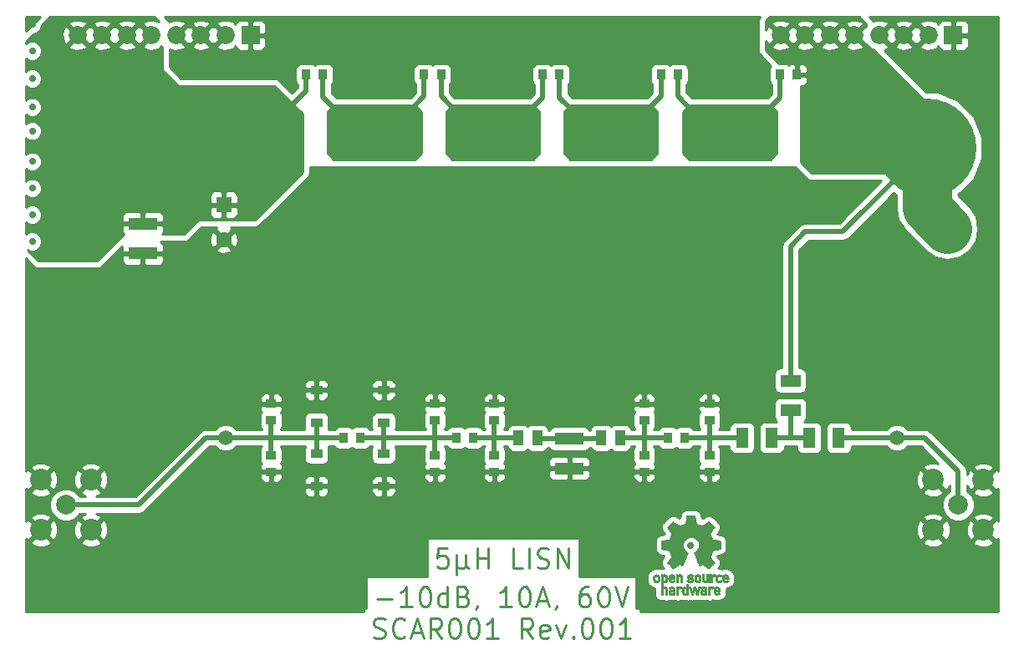
<source format=gbr>
G04 #@! TF.FileFunction,Copper,L1,Top,Signal*
%FSLAX46Y46*%
G04 Gerber Fmt 4.6, Leading zero omitted, Abs format (unit mm)*
G04 Created by KiCad (PCBNEW 4.0.7) date 12/03/17 22:14:14*
%MOMM*%
%LPD*%
G01*
G04 APERTURE LIST*
%ADD10C,0.100000*%
%ADD11C,0.250000*%
%ADD12C,0.010000*%
%ADD13C,0.700000*%
%ADD14R,3.000000X1.200000*%
%ADD15R,1.600000X1.600000*%
%ADD16C,1.600000*%
%ADD17R,1.000000X1.500000*%
%ADD18R,2.000000X1.300000*%
%ADD19R,1.300000X2.000000*%
%ADD20R,2.700000X2.200000*%
%ADD21R,1.000000X0.900000*%
%ADD22R,0.900000X1.000000*%
%ADD23R,1.200000X0.900000*%
%ADD24C,2.200000*%
%ADD25C,2.000000*%
%ADD26R,1.850000X1.850000*%
%ADD27C,1.850000*%
%ADD28C,10.000000*%
%ADD29C,1.500000*%
%ADD30C,7.000000*%
%ADD31C,0.800000*%
%ADD32C,4.000000*%
%ADD33C,0.500000*%
%ADD34C,5.000000*%
%ADD35C,0.254000*%
G04 APERTURE END LIST*
D10*
D11*
X135999999Y-129009524D02*
X136285714Y-129104762D01*
X136761904Y-129104762D01*
X136952380Y-129009524D01*
X137047618Y-128914286D01*
X137142857Y-128723810D01*
X137142857Y-128533333D01*
X137047618Y-128342857D01*
X136952380Y-128247619D01*
X136761904Y-128152381D01*
X136380952Y-128057143D01*
X136190476Y-127961905D01*
X136095237Y-127866667D01*
X135999999Y-127676190D01*
X135999999Y-127485714D01*
X136095237Y-127295238D01*
X136190476Y-127200000D01*
X136380952Y-127104762D01*
X136857142Y-127104762D01*
X137142857Y-127200000D01*
X139142857Y-128914286D02*
X139047619Y-129009524D01*
X138761904Y-129104762D01*
X138571428Y-129104762D01*
X138285714Y-129009524D01*
X138095238Y-128819048D01*
X137999999Y-128628571D01*
X137904761Y-128247619D01*
X137904761Y-127961905D01*
X137999999Y-127580952D01*
X138095238Y-127390476D01*
X138285714Y-127200000D01*
X138571428Y-127104762D01*
X138761904Y-127104762D01*
X139047619Y-127200000D01*
X139142857Y-127295238D01*
X139904761Y-128533333D02*
X140857142Y-128533333D01*
X139714285Y-129104762D02*
X140380952Y-127104762D01*
X141047619Y-129104762D01*
X142857143Y-129104762D02*
X142190476Y-128152381D01*
X141714285Y-129104762D02*
X141714285Y-127104762D01*
X142476190Y-127104762D01*
X142666666Y-127200000D01*
X142761905Y-127295238D01*
X142857143Y-127485714D01*
X142857143Y-127771429D01*
X142761905Y-127961905D01*
X142666666Y-128057143D01*
X142476190Y-128152381D01*
X141714285Y-128152381D01*
X144095238Y-127104762D02*
X144285714Y-127104762D01*
X144476190Y-127200000D01*
X144571428Y-127295238D01*
X144666666Y-127485714D01*
X144761905Y-127866667D01*
X144761905Y-128342857D01*
X144666666Y-128723810D01*
X144571428Y-128914286D01*
X144476190Y-129009524D01*
X144285714Y-129104762D01*
X144095238Y-129104762D01*
X143904762Y-129009524D01*
X143809524Y-128914286D01*
X143714285Y-128723810D01*
X143619047Y-128342857D01*
X143619047Y-127866667D01*
X143714285Y-127485714D01*
X143809524Y-127295238D01*
X143904762Y-127200000D01*
X144095238Y-127104762D01*
X146000000Y-127104762D02*
X146190476Y-127104762D01*
X146380952Y-127200000D01*
X146476190Y-127295238D01*
X146571428Y-127485714D01*
X146666667Y-127866667D01*
X146666667Y-128342857D01*
X146571428Y-128723810D01*
X146476190Y-128914286D01*
X146380952Y-129009524D01*
X146190476Y-129104762D01*
X146000000Y-129104762D01*
X145809524Y-129009524D01*
X145714286Y-128914286D01*
X145619047Y-128723810D01*
X145523809Y-128342857D01*
X145523809Y-127866667D01*
X145619047Y-127485714D01*
X145714286Y-127295238D01*
X145809524Y-127200000D01*
X146000000Y-127104762D01*
X148571429Y-129104762D02*
X147428571Y-129104762D01*
X148000000Y-129104762D02*
X148000000Y-127104762D01*
X147809524Y-127390476D01*
X147619048Y-127580952D01*
X147428571Y-127676190D01*
X152095239Y-129104762D02*
X151428572Y-128152381D01*
X150952381Y-129104762D02*
X150952381Y-127104762D01*
X151714286Y-127104762D01*
X151904762Y-127200000D01*
X152000001Y-127295238D01*
X152095239Y-127485714D01*
X152095239Y-127771429D01*
X152000001Y-127961905D01*
X151904762Y-128057143D01*
X151714286Y-128152381D01*
X150952381Y-128152381D01*
X153714286Y-129009524D02*
X153523810Y-129104762D01*
X153142858Y-129104762D01*
X152952381Y-129009524D01*
X152857143Y-128819048D01*
X152857143Y-128057143D01*
X152952381Y-127866667D01*
X153142858Y-127771429D01*
X153523810Y-127771429D01*
X153714286Y-127866667D01*
X153809524Y-128057143D01*
X153809524Y-128247619D01*
X152857143Y-128438095D01*
X154476191Y-127771429D02*
X154952382Y-129104762D01*
X155428572Y-127771429D01*
X156190477Y-128914286D02*
X156285716Y-129009524D01*
X156190477Y-129104762D01*
X156095239Y-129009524D01*
X156190477Y-128914286D01*
X156190477Y-129104762D01*
X157523811Y-127104762D02*
X157714287Y-127104762D01*
X157904763Y-127200000D01*
X158000001Y-127295238D01*
X158095239Y-127485714D01*
X158190478Y-127866667D01*
X158190478Y-128342857D01*
X158095239Y-128723810D01*
X158000001Y-128914286D01*
X157904763Y-129009524D01*
X157714287Y-129104762D01*
X157523811Y-129104762D01*
X157333335Y-129009524D01*
X157238097Y-128914286D01*
X157142858Y-128723810D01*
X157047620Y-128342857D01*
X157047620Y-127866667D01*
X157142858Y-127485714D01*
X157238097Y-127295238D01*
X157333335Y-127200000D01*
X157523811Y-127104762D01*
X159428573Y-127104762D02*
X159619049Y-127104762D01*
X159809525Y-127200000D01*
X159904763Y-127295238D01*
X160000001Y-127485714D01*
X160095240Y-127866667D01*
X160095240Y-128342857D01*
X160000001Y-128723810D01*
X159904763Y-128914286D01*
X159809525Y-129009524D01*
X159619049Y-129104762D01*
X159428573Y-129104762D01*
X159238097Y-129009524D01*
X159142859Y-128914286D01*
X159047620Y-128723810D01*
X158952382Y-128342857D01*
X158952382Y-127866667D01*
X159047620Y-127485714D01*
X159142859Y-127295238D01*
X159238097Y-127200000D01*
X159428573Y-127104762D01*
X162000002Y-129104762D02*
X160857144Y-129104762D01*
X161428573Y-129104762D02*
X161428573Y-127104762D01*
X161238097Y-127390476D01*
X161047621Y-127580952D01*
X160857144Y-127676190D01*
X136328570Y-125142857D02*
X137852380Y-125142857D01*
X139852380Y-125904762D02*
X138709522Y-125904762D01*
X139280951Y-125904762D02*
X139280951Y-123904762D01*
X139090475Y-124190476D01*
X138899999Y-124380952D01*
X138709522Y-124476190D01*
X141090475Y-123904762D02*
X141280951Y-123904762D01*
X141471427Y-124000000D01*
X141566665Y-124095238D01*
X141661903Y-124285714D01*
X141757142Y-124666667D01*
X141757142Y-125142857D01*
X141661903Y-125523810D01*
X141566665Y-125714286D01*
X141471427Y-125809524D01*
X141280951Y-125904762D01*
X141090475Y-125904762D01*
X140899999Y-125809524D01*
X140804761Y-125714286D01*
X140709522Y-125523810D01*
X140614284Y-125142857D01*
X140614284Y-124666667D01*
X140709522Y-124285714D01*
X140804761Y-124095238D01*
X140899999Y-124000000D01*
X141090475Y-123904762D01*
X143471427Y-125904762D02*
X143471427Y-123904762D01*
X143471427Y-125809524D02*
X143280951Y-125904762D01*
X142899999Y-125904762D01*
X142709523Y-125809524D01*
X142614284Y-125714286D01*
X142519046Y-125523810D01*
X142519046Y-124952381D01*
X142614284Y-124761905D01*
X142709523Y-124666667D01*
X142899999Y-124571429D01*
X143280951Y-124571429D01*
X143471427Y-124666667D01*
X145090475Y-124857143D02*
X145376189Y-124952381D01*
X145471428Y-125047619D01*
X145566666Y-125238095D01*
X145566666Y-125523810D01*
X145471428Y-125714286D01*
X145376189Y-125809524D01*
X145185713Y-125904762D01*
X144423808Y-125904762D01*
X144423808Y-123904762D01*
X145090475Y-123904762D01*
X145280951Y-124000000D01*
X145376189Y-124095238D01*
X145471428Y-124285714D01*
X145471428Y-124476190D01*
X145376189Y-124666667D01*
X145280951Y-124761905D01*
X145090475Y-124857143D01*
X144423808Y-124857143D01*
X146519047Y-125809524D02*
X146519047Y-125904762D01*
X146423808Y-126095238D01*
X146328570Y-126190476D01*
X149947619Y-125904762D02*
X148804761Y-125904762D01*
X149376190Y-125904762D02*
X149376190Y-123904762D01*
X149185714Y-124190476D01*
X148995238Y-124380952D01*
X148804761Y-124476190D01*
X151185714Y-123904762D02*
X151376190Y-123904762D01*
X151566666Y-124000000D01*
X151661904Y-124095238D01*
X151757142Y-124285714D01*
X151852381Y-124666667D01*
X151852381Y-125142857D01*
X151757142Y-125523810D01*
X151661904Y-125714286D01*
X151566666Y-125809524D01*
X151376190Y-125904762D01*
X151185714Y-125904762D01*
X150995238Y-125809524D01*
X150900000Y-125714286D01*
X150804761Y-125523810D01*
X150709523Y-125142857D01*
X150709523Y-124666667D01*
X150804761Y-124285714D01*
X150900000Y-124095238D01*
X150995238Y-124000000D01*
X151185714Y-123904762D01*
X152614285Y-125333333D02*
X153566666Y-125333333D01*
X152423809Y-125904762D02*
X153090476Y-123904762D01*
X153757143Y-125904762D01*
X154519048Y-125809524D02*
X154519048Y-125904762D01*
X154423809Y-126095238D01*
X154328571Y-126190476D01*
X157757143Y-123904762D02*
X157376191Y-123904762D01*
X157185715Y-124000000D01*
X157090477Y-124095238D01*
X156900000Y-124380952D01*
X156804762Y-124761905D01*
X156804762Y-125523810D01*
X156900000Y-125714286D01*
X156995239Y-125809524D01*
X157185715Y-125904762D01*
X157566667Y-125904762D01*
X157757143Y-125809524D01*
X157852381Y-125714286D01*
X157947620Y-125523810D01*
X157947620Y-125047619D01*
X157852381Y-124857143D01*
X157757143Y-124761905D01*
X157566667Y-124666667D01*
X157185715Y-124666667D01*
X156995239Y-124761905D01*
X156900000Y-124857143D01*
X156804762Y-125047619D01*
X159185715Y-123904762D02*
X159376191Y-123904762D01*
X159566667Y-124000000D01*
X159661905Y-124095238D01*
X159757143Y-124285714D01*
X159852382Y-124666667D01*
X159852382Y-125142857D01*
X159757143Y-125523810D01*
X159661905Y-125714286D01*
X159566667Y-125809524D01*
X159376191Y-125904762D01*
X159185715Y-125904762D01*
X158995239Y-125809524D01*
X158900001Y-125714286D01*
X158804762Y-125523810D01*
X158709524Y-125142857D01*
X158709524Y-124666667D01*
X158804762Y-124285714D01*
X158900001Y-124095238D01*
X158995239Y-124000000D01*
X159185715Y-123904762D01*
X160423810Y-123904762D02*
X161090477Y-125904762D01*
X161757144Y-123904762D01*
X143433333Y-120004762D02*
X142480952Y-120004762D01*
X142385714Y-120957143D01*
X142480952Y-120861905D01*
X142671429Y-120766667D01*
X143147619Y-120766667D01*
X143338095Y-120861905D01*
X143433333Y-120957143D01*
X143528572Y-121147619D01*
X143528572Y-121623810D01*
X143433333Y-121814286D01*
X143338095Y-121909524D01*
X143147619Y-122004762D01*
X142671429Y-122004762D01*
X142480952Y-121909524D01*
X142385714Y-121814286D01*
X144385714Y-120671429D02*
X144385714Y-122671429D01*
X145338095Y-121719048D02*
X145433334Y-121909524D01*
X145623810Y-122004762D01*
X144385714Y-121719048D02*
X144480953Y-121909524D01*
X144671429Y-122004762D01*
X145052381Y-122004762D01*
X145242857Y-121909524D01*
X145338095Y-121719048D01*
X145338095Y-120671429D01*
X146480952Y-122004762D02*
X146480952Y-120004762D01*
X146480952Y-120957143D02*
X147623810Y-120957143D01*
X147623810Y-122004762D02*
X147623810Y-120004762D01*
X151052381Y-122004762D02*
X150100000Y-122004762D01*
X150100000Y-120004762D01*
X151719048Y-122004762D02*
X151719048Y-120004762D01*
X152576191Y-121909524D02*
X152861906Y-122004762D01*
X153338096Y-122004762D01*
X153528572Y-121909524D01*
X153623810Y-121814286D01*
X153719049Y-121623810D01*
X153719049Y-121433333D01*
X153623810Y-121242857D01*
X153528572Y-121147619D01*
X153338096Y-121052381D01*
X152957144Y-120957143D01*
X152766668Y-120861905D01*
X152671429Y-120766667D01*
X152576191Y-120576190D01*
X152576191Y-120385714D01*
X152671429Y-120195238D01*
X152766668Y-120100000D01*
X152957144Y-120004762D01*
X153433334Y-120004762D01*
X153719049Y-120100000D01*
X154576191Y-122004762D02*
X154576191Y-120004762D01*
X155719049Y-122004762D01*
X155719049Y-120004762D01*
D12*
G36*
X165563360Y-122652468D02*
X165598592Y-122669874D01*
X165642040Y-122700206D01*
X165673706Y-122733283D01*
X165695394Y-122774817D01*
X165708903Y-122830522D01*
X165716038Y-122906111D01*
X165718600Y-123007296D01*
X165718750Y-123050797D01*
X165718312Y-123146135D01*
X165716496Y-123214271D01*
X165712545Y-123261418D01*
X165705702Y-123293790D01*
X165695211Y-123317600D01*
X165684296Y-123333843D01*
X165614619Y-123402952D01*
X165532566Y-123444521D01*
X165444050Y-123457023D01*
X165354981Y-123438934D01*
X165326763Y-123426142D01*
X165259210Y-123390931D01*
X165259210Y-123942700D01*
X165308512Y-123917205D01*
X165373473Y-123897480D01*
X165453320Y-123892427D01*
X165533052Y-123901756D01*
X165593265Y-123922714D01*
X165643208Y-123962627D01*
X165685881Y-124019741D01*
X165689090Y-124025605D01*
X165702622Y-124053227D01*
X165712505Y-124081068D01*
X165719309Y-124114794D01*
X165723601Y-124160071D01*
X165725951Y-124222562D01*
X165726928Y-124307935D01*
X165727105Y-124404010D01*
X165727105Y-124710526D01*
X165543289Y-124710526D01*
X165543289Y-124145339D01*
X165491875Y-124102077D01*
X165438466Y-124067472D01*
X165387888Y-124061180D01*
X165337030Y-124077372D01*
X165309925Y-124093227D01*
X165289751Y-124115810D01*
X165275403Y-124149940D01*
X165265776Y-124200434D01*
X165259763Y-124272111D01*
X165256260Y-124369788D01*
X165255026Y-124434802D01*
X165250855Y-124702171D01*
X165163125Y-124707222D01*
X165075394Y-124712273D01*
X165075394Y-123053101D01*
X165259210Y-123053101D01*
X165263896Y-123145600D01*
X165279688Y-123209809D01*
X165309183Y-123249759D01*
X165354980Y-123269480D01*
X165401250Y-123273421D01*
X165453628Y-123268892D01*
X165488390Y-123251069D01*
X165510128Y-123227519D01*
X165527240Y-123202189D01*
X165537427Y-123173969D01*
X165541960Y-123134431D01*
X165542109Y-123075142D01*
X165540584Y-123025498D01*
X165537081Y-122950710D01*
X165531867Y-122901611D01*
X165523087Y-122870467D01*
X165508886Y-122849545D01*
X165495484Y-122837452D01*
X165439487Y-122811081D01*
X165373211Y-122806822D01*
X165335156Y-122815906D01*
X165297477Y-122848196D01*
X165272519Y-122911006D01*
X165260422Y-123003894D01*
X165259210Y-123053101D01*
X165075394Y-123053101D01*
X165075394Y-122638421D01*
X165167302Y-122638421D01*
X165222483Y-122640603D01*
X165250952Y-122648351D01*
X165259206Y-122663468D01*
X165259210Y-122663916D01*
X165263040Y-122678720D01*
X165279933Y-122677039D01*
X165313519Y-122660772D01*
X165391778Y-122635887D01*
X165479827Y-122633271D01*
X165563360Y-122652468D01*
X165563360Y-122652468D01*
G37*
X165563360Y-122652468D02*
X165598592Y-122669874D01*
X165642040Y-122700206D01*
X165673706Y-122733283D01*
X165695394Y-122774817D01*
X165708903Y-122830522D01*
X165716038Y-122906111D01*
X165718600Y-123007296D01*
X165718750Y-123050797D01*
X165718312Y-123146135D01*
X165716496Y-123214271D01*
X165712545Y-123261418D01*
X165705702Y-123293790D01*
X165695211Y-123317600D01*
X165684296Y-123333843D01*
X165614619Y-123402952D01*
X165532566Y-123444521D01*
X165444050Y-123457023D01*
X165354981Y-123438934D01*
X165326763Y-123426142D01*
X165259210Y-123390931D01*
X165259210Y-123942700D01*
X165308512Y-123917205D01*
X165373473Y-123897480D01*
X165453320Y-123892427D01*
X165533052Y-123901756D01*
X165593265Y-123922714D01*
X165643208Y-123962627D01*
X165685881Y-124019741D01*
X165689090Y-124025605D01*
X165702622Y-124053227D01*
X165712505Y-124081068D01*
X165719309Y-124114794D01*
X165723601Y-124160071D01*
X165725951Y-124222562D01*
X165726928Y-124307935D01*
X165727105Y-124404010D01*
X165727105Y-124710526D01*
X165543289Y-124710526D01*
X165543289Y-124145339D01*
X165491875Y-124102077D01*
X165438466Y-124067472D01*
X165387888Y-124061180D01*
X165337030Y-124077372D01*
X165309925Y-124093227D01*
X165289751Y-124115810D01*
X165275403Y-124149940D01*
X165265776Y-124200434D01*
X165259763Y-124272111D01*
X165256260Y-124369788D01*
X165255026Y-124434802D01*
X165250855Y-124702171D01*
X165163125Y-124707222D01*
X165075394Y-124712273D01*
X165075394Y-123053101D01*
X165259210Y-123053101D01*
X165263896Y-123145600D01*
X165279688Y-123209809D01*
X165309183Y-123249759D01*
X165354980Y-123269480D01*
X165401250Y-123273421D01*
X165453628Y-123268892D01*
X165488390Y-123251069D01*
X165510128Y-123227519D01*
X165527240Y-123202189D01*
X165537427Y-123173969D01*
X165541960Y-123134431D01*
X165542109Y-123075142D01*
X165540584Y-123025498D01*
X165537081Y-122950710D01*
X165531867Y-122901611D01*
X165523087Y-122870467D01*
X165508886Y-122849545D01*
X165495484Y-122837452D01*
X165439487Y-122811081D01*
X165373211Y-122806822D01*
X165335156Y-122815906D01*
X165297477Y-122848196D01*
X165272519Y-122911006D01*
X165260422Y-123003894D01*
X165259210Y-123053101D01*
X165075394Y-123053101D01*
X165075394Y-122638421D01*
X165167302Y-122638421D01*
X165222483Y-122640603D01*
X165250952Y-122648351D01*
X165259206Y-122663468D01*
X165259210Y-122663916D01*
X165263040Y-122678720D01*
X165279933Y-122677039D01*
X165313519Y-122660772D01*
X165391778Y-122635887D01*
X165479827Y-122633271D01*
X165563360Y-122652468D01*
G36*
X166260457Y-123898184D02*
X166339070Y-123919160D01*
X166398916Y-123957180D01*
X166441147Y-124006978D01*
X166454275Y-124028230D01*
X166463968Y-124050492D01*
X166470744Y-124078970D01*
X166475123Y-124118871D01*
X166477624Y-124175401D01*
X166478768Y-124253767D01*
X166479072Y-124359176D01*
X166479078Y-124387142D01*
X166479078Y-124710526D01*
X166398868Y-124710526D01*
X166347706Y-124706943D01*
X166309877Y-124697866D01*
X166300399Y-124692268D01*
X166274488Y-124682606D01*
X166248024Y-124692268D01*
X166204452Y-124704330D01*
X166141160Y-124709185D01*
X166071010Y-124707078D01*
X166006860Y-124698256D01*
X165969407Y-124686937D01*
X165896933Y-124640412D01*
X165851640Y-124575846D01*
X165831278Y-124490000D01*
X165831088Y-124487796D01*
X165832875Y-124449713D01*
X165994473Y-124449713D01*
X166008601Y-124493030D01*
X166031612Y-124517408D01*
X166077804Y-124535845D01*
X166138775Y-124543205D01*
X166200949Y-124539583D01*
X166250751Y-124525074D01*
X166264703Y-124515765D01*
X166289085Y-124472753D01*
X166295263Y-124423857D01*
X166295263Y-124359605D01*
X166202818Y-124359605D01*
X166114995Y-124366366D01*
X166048418Y-124385520D01*
X166007002Y-124415376D01*
X165994473Y-124449713D01*
X165832875Y-124449713D01*
X165835490Y-124394004D01*
X165866424Y-124319847D01*
X165924581Y-124263767D01*
X165932620Y-124258665D01*
X165967163Y-124242055D01*
X166009918Y-124231996D01*
X166069686Y-124227107D01*
X166140690Y-124225983D01*
X166295263Y-124225921D01*
X166295263Y-124161125D01*
X166288706Y-124110850D01*
X166271975Y-124077169D01*
X166270016Y-124075376D01*
X166232783Y-124060642D01*
X166176580Y-124054931D01*
X166114467Y-124057737D01*
X166059510Y-124068556D01*
X166026899Y-124084782D01*
X166009228Y-124097780D01*
X165990569Y-124100262D01*
X165964819Y-124089613D01*
X165925873Y-124063218D01*
X165867630Y-124018465D01*
X165862284Y-124014273D01*
X165865023Y-123998760D01*
X165887876Y-123972960D01*
X165922609Y-123944289D01*
X165960990Y-123920166D01*
X165973048Y-123914470D01*
X166017034Y-123903103D01*
X166081487Y-123894995D01*
X166153497Y-123891743D01*
X166156864Y-123891736D01*
X166260457Y-123898184D01*
X166260457Y-123898184D01*
G37*
X166260457Y-123898184D02*
X166339070Y-123919160D01*
X166398916Y-123957180D01*
X166441147Y-124006978D01*
X166454275Y-124028230D01*
X166463968Y-124050492D01*
X166470744Y-124078970D01*
X166475123Y-124118871D01*
X166477624Y-124175401D01*
X166478768Y-124253767D01*
X166479072Y-124359176D01*
X166479078Y-124387142D01*
X166479078Y-124710526D01*
X166398868Y-124710526D01*
X166347706Y-124706943D01*
X166309877Y-124697866D01*
X166300399Y-124692268D01*
X166274488Y-124682606D01*
X166248024Y-124692268D01*
X166204452Y-124704330D01*
X166141160Y-124709185D01*
X166071010Y-124707078D01*
X166006860Y-124698256D01*
X165969407Y-124686937D01*
X165896933Y-124640412D01*
X165851640Y-124575846D01*
X165831278Y-124490000D01*
X165831088Y-124487796D01*
X165832875Y-124449713D01*
X165994473Y-124449713D01*
X166008601Y-124493030D01*
X166031612Y-124517408D01*
X166077804Y-124535845D01*
X166138775Y-124543205D01*
X166200949Y-124539583D01*
X166250751Y-124525074D01*
X166264703Y-124515765D01*
X166289085Y-124472753D01*
X166295263Y-124423857D01*
X166295263Y-124359605D01*
X166202818Y-124359605D01*
X166114995Y-124366366D01*
X166048418Y-124385520D01*
X166007002Y-124415376D01*
X165994473Y-124449713D01*
X165832875Y-124449713D01*
X165835490Y-124394004D01*
X165866424Y-124319847D01*
X165924581Y-124263767D01*
X165932620Y-124258665D01*
X165967163Y-124242055D01*
X166009918Y-124231996D01*
X166069686Y-124227107D01*
X166140690Y-124225983D01*
X166295263Y-124225921D01*
X166295263Y-124161125D01*
X166288706Y-124110850D01*
X166271975Y-124077169D01*
X166270016Y-124075376D01*
X166232783Y-124060642D01*
X166176580Y-124054931D01*
X166114467Y-124057737D01*
X166059510Y-124068556D01*
X166026899Y-124084782D01*
X166009228Y-124097780D01*
X165990569Y-124100262D01*
X165964819Y-124089613D01*
X165925873Y-124063218D01*
X165867630Y-124018465D01*
X165862284Y-124014273D01*
X165865023Y-123998760D01*
X165887876Y-123972960D01*
X165922609Y-123944289D01*
X165960990Y-123920166D01*
X165973048Y-123914470D01*
X166017034Y-123903103D01*
X166081487Y-123894995D01*
X166153497Y-123891743D01*
X166156864Y-123891736D01*
X166260457Y-123898184D01*
G36*
X166779881Y-123893486D02*
X166804888Y-123900982D01*
X166812950Y-123917451D01*
X166813289Y-123924886D01*
X166814736Y-123945594D01*
X166824698Y-123948845D01*
X166851612Y-123934648D01*
X166867598Y-123924948D01*
X166918033Y-123904175D01*
X166978272Y-123893904D01*
X167041434Y-123893114D01*
X167100637Y-123900786D01*
X167149002Y-123915898D01*
X167179646Y-123937432D01*
X167185689Y-123964366D01*
X167182639Y-123971660D01*
X167160406Y-124001937D01*
X167125930Y-124039175D01*
X167119694Y-124045195D01*
X167086833Y-124072875D01*
X167058480Y-124081818D01*
X167018827Y-124075576D01*
X167002942Y-124071429D01*
X166953509Y-124061467D01*
X166918752Y-124065947D01*
X166889400Y-124081746D01*
X166862513Y-124102949D01*
X166842710Y-124129614D01*
X166828948Y-124166827D01*
X166820184Y-124219673D01*
X166815374Y-124293237D01*
X166813474Y-124392605D01*
X166813289Y-124452601D01*
X166813289Y-124710526D01*
X166646184Y-124710526D01*
X166646184Y-123891710D01*
X166729736Y-123891710D01*
X166779881Y-123893486D01*
X166779881Y-123893486D01*
G37*
X166779881Y-123893486D02*
X166804888Y-123900982D01*
X166812950Y-123917451D01*
X166813289Y-123924886D01*
X166814736Y-123945594D01*
X166824698Y-123948845D01*
X166851612Y-123934648D01*
X166867598Y-123924948D01*
X166918033Y-123904175D01*
X166978272Y-123893904D01*
X167041434Y-123893114D01*
X167100637Y-123900786D01*
X167149002Y-123915898D01*
X167179646Y-123937432D01*
X167185689Y-123964366D01*
X167182639Y-123971660D01*
X167160406Y-124001937D01*
X167125930Y-124039175D01*
X167119694Y-124045195D01*
X167086833Y-124072875D01*
X167058480Y-124081818D01*
X167018827Y-124075576D01*
X167002942Y-124071429D01*
X166953509Y-124061467D01*
X166918752Y-124065947D01*
X166889400Y-124081746D01*
X166862513Y-124102949D01*
X166842710Y-124129614D01*
X166828948Y-124166827D01*
X166820184Y-124219673D01*
X166815374Y-124293237D01*
X166813474Y-124392605D01*
X166813289Y-124452601D01*
X166813289Y-124710526D01*
X166646184Y-124710526D01*
X166646184Y-123891710D01*
X166729736Y-123891710D01*
X166779881Y-123893486D01*
G36*
X167832631Y-124710526D02*
X167740723Y-124710526D01*
X167687377Y-124708962D01*
X167659593Y-124702485D01*
X167649590Y-124688418D01*
X167648815Y-124678906D01*
X167647128Y-124659832D01*
X167636490Y-124656174D01*
X167608535Y-124667932D01*
X167586795Y-124678906D01*
X167503332Y-124704911D01*
X167412604Y-124706416D01*
X167338842Y-124687021D01*
X167270154Y-124640165D01*
X167217794Y-124571004D01*
X167189122Y-124489427D01*
X167188392Y-124484866D01*
X167184132Y-124435101D01*
X167182014Y-124363659D01*
X167182184Y-124309626D01*
X167364720Y-124309626D01*
X167368949Y-124381441D01*
X167378568Y-124440634D01*
X167391590Y-124474060D01*
X167440856Y-124519740D01*
X167499350Y-124536115D01*
X167559671Y-124522873D01*
X167611217Y-124483373D01*
X167630738Y-124456807D01*
X167642152Y-124425106D01*
X167647498Y-124378832D01*
X167648815Y-124309328D01*
X167646458Y-124240499D01*
X167640233Y-124180026D01*
X167631408Y-124139556D01*
X167629937Y-124135929D01*
X167594347Y-124092802D01*
X167542400Y-124069124D01*
X167484278Y-124065301D01*
X167430160Y-124081738D01*
X167390226Y-124118840D01*
X167386083Y-124126222D01*
X167373116Y-124171239D01*
X167366052Y-124235967D01*
X167364720Y-124309626D01*
X167182184Y-124309626D01*
X167182271Y-124282230D01*
X167183472Y-124238405D01*
X167191645Y-124129988D01*
X167208630Y-124048588D01*
X167236887Y-123988412D01*
X167278872Y-123943666D01*
X167319632Y-123917400D01*
X167376581Y-123898935D01*
X167447411Y-123892602D01*
X167519941Y-123897760D01*
X167581986Y-123913769D01*
X167614768Y-123932920D01*
X167648815Y-123963732D01*
X167648815Y-123574210D01*
X167832631Y-123574210D01*
X167832631Y-124710526D01*
X167832631Y-124710526D01*
G37*
X167832631Y-124710526D02*
X167740723Y-124710526D01*
X167687377Y-124708962D01*
X167659593Y-124702485D01*
X167649590Y-124688418D01*
X167648815Y-124678906D01*
X167647128Y-124659832D01*
X167636490Y-124656174D01*
X167608535Y-124667932D01*
X167586795Y-124678906D01*
X167503332Y-124704911D01*
X167412604Y-124706416D01*
X167338842Y-124687021D01*
X167270154Y-124640165D01*
X167217794Y-124571004D01*
X167189122Y-124489427D01*
X167188392Y-124484866D01*
X167184132Y-124435101D01*
X167182014Y-124363659D01*
X167182184Y-124309626D01*
X167364720Y-124309626D01*
X167368949Y-124381441D01*
X167378568Y-124440634D01*
X167391590Y-124474060D01*
X167440856Y-124519740D01*
X167499350Y-124536115D01*
X167559671Y-124522873D01*
X167611217Y-124483373D01*
X167630738Y-124456807D01*
X167642152Y-124425106D01*
X167647498Y-124378832D01*
X167648815Y-124309328D01*
X167646458Y-124240499D01*
X167640233Y-124180026D01*
X167631408Y-124139556D01*
X167629937Y-124135929D01*
X167594347Y-124092802D01*
X167542400Y-124069124D01*
X167484278Y-124065301D01*
X167430160Y-124081738D01*
X167390226Y-124118840D01*
X167386083Y-124126222D01*
X167373116Y-124171239D01*
X167366052Y-124235967D01*
X167364720Y-124309626D01*
X167182184Y-124309626D01*
X167182271Y-124282230D01*
X167183472Y-124238405D01*
X167191645Y-124129988D01*
X167208630Y-124048588D01*
X167236887Y-123988412D01*
X167278872Y-123943666D01*
X167319632Y-123917400D01*
X167376581Y-123898935D01*
X167447411Y-123892602D01*
X167519941Y-123897760D01*
X167581986Y-123913769D01*
X167614768Y-123932920D01*
X167648815Y-123963732D01*
X167648815Y-123574210D01*
X167832631Y-123574210D01*
X167832631Y-124710526D01*
G36*
X168474130Y-123895104D02*
X168540220Y-123900066D01*
X168626626Y-124159079D01*
X168713031Y-124418092D01*
X168740124Y-124326184D01*
X168756428Y-124269384D01*
X168777875Y-124192625D01*
X168801035Y-124108251D01*
X168813280Y-124062993D01*
X168859344Y-123891710D01*
X169049387Y-123891710D01*
X168992582Y-124071349D01*
X168964607Y-124159704D01*
X168930813Y-124266281D01*
X168895520Y-124377454D01*
X168864013Y-124476579D01*
X168792250Y-124702171D01*
X168637286Y-124712253D01*
X168595270Y-124573528D01*
X168569359Y-124487351D01*
X168541083Y-124392347D01*
X168516369Y-124308441D01*
X168515394Y-124305102D01*
X168496935Y-124248248D01*
X168480649Y-124209456D01*
X168469242Y-124194787D01*
X168466898Y-124196483D01*
X168458671Y-124219225D01*
X168443038Y-124267940D01*
X168421904Y-124336502D01*
X168397170Y-124418785D01*
X168383787Y-124464046D01*
X168311311Y-124710526D01*
X168157495Y-124710526D01*
X168034531Y-124322006D01*
X167999988Y-124213022D01*
X167968521Y-124114048D01*
X167941616Y-124029736D01*
X167920759Y-123964734D01*
X167907438Y-123923692D01*
X167903388Y-123911701D01*
X167906594Y-123899423D01*
X167931765Y-123894046D01*
X167984146Y-123894584D01*
X167992345Y-123894990D01*
X168089482Y-123900066D01*
X168153100Y-124134013D01*
X168176484Y-124219333D01*
X168197381Y-124294335D01*
X168213951Y-124352507D01*
X168224354Y-124387337D01*
X168226276Y-124393016D01*
X168234241Y-124386486D01*
X168250304Y-124352654D01*
X168272621Y-124296127D01*
X168299345Y-124221510D01*
X168321937Y-124154107D01*
X168408041Y-123890143D01*
X168474130Y-123895104D01*
X168474130Y-123895104D01*
G37*
X168474130Y-123895104D02*
X168540220Y-123900066D01*
X168626626Y-124159079D01*
X168713031Y-124418092D01*
X168740124Y-124326184D01*
X168756428Y-124269384D01*
X168777875Y-124192625D01*
X168801035Y-124108251D01*
X168813280Y-124062993D01*
X168859344Y-123891710D01*
X169049387Y-123891710D01*
X168992582Y-124071349D01*
X168964607Y-124159704D01*
X168930813Y-124266281D01*
X168895520Y-124377454D01*
X168864013Y-124476579D01*
X168792250Y-124702171D01*
X168637286Y-124712253D01*
X168595270Y-124573528D01*
X168569359Y-124487351D01*
X168541083Y-124392347D01*
X168516369Y-124308441D01*
X168515394Y-124305102D01*
X168496935Y-124248248D01*
X168480649Y-124209456D01*
X168469242Y-124194787D01*
X168466898Y-124196483D01*
X168458671Y-124219225D01*
X168443038Y-124267940D01*
X168421904Y-124336502D01*
X168397170Y-124418785D01*
X168383787Y-124464046D01*
X168311311Y-124710526D01*
X168157495Y-124710526D01*
X168034531Y-124322006D01*
X167999988Y-124213022D01*
X167968521Y-124114048D01*
X167941616Y-124029736D01*
X167920759Y-123964734D01*
X167907438Y-123923692D01*
X167903388Y-123911701D01*
X167906594Y-123899423D01*
X167931765Y-123894046D01*
X167984146Y-123894584D01*
X167992345Y-123894990D01*
X168089482Y-123900066D01*
X168153100Y-124134013D01*
X168176484Y-124219333D01*
X168197381Y-124294335D01*
X168213951Y-124352507D01*
X168224354Y-124387337D01*
X168226276Y-124393016D01*
X168234241Y-124386486D01*
X168250304Y-124352654D01*
X168272621Y-124296127D01*
X168299345Y-124221510D01*
X168321937Y-124154107D01*
X168408041Y-123890143D01*
X168474130Y-123895104D01*
G36*
X169479992Y-123896673D02*
X169550427Y-123913780D01*
X169570787Y-123922844D01*
X169610253Y-123946583D01*
X169640541Y-123973321D01*
X169662952Y-124007699D01*
X169678786Y-124054360D01*
X169689343Y-124117946D01*
X169695924Y-124203099D01*
X169699828Y-124314462D01*
X169701310Y-124388849D01*
X169706765Y-124710526D01*
X169613580Y-124710526D01*
X169557047Y-124708156D01*
X169527922Y-124700055D01*
X169520394Y-124686451D01*
X169516420Y-124671741D01*
X169498652Y-124674554D01*
X169474440Y-124686348D01*
X169413828Y-124704427D01*
X169335929Y-124709299D01*
X169253995Y-124701330D01*
X169181281Y-124680889D01*
X169174759Y-124678051D01*
X169108302Y-124631365D01*
X169064491Y-124566464D01*
X169044332Y-124490600D01*
X169045872Y-124463344D01*
X169210345Y-124463344D01*
X169224837Y-124500024D01*
X169267805Y-124526309D01*
X169337129Y-124540417D01*
X169374177Y-124542290D01*
X169435919Y-124537494D01*
X169476960Y-124518858D01*
X169486973Y-124510000D01*
X169514100Y-124461806D01*
X169520394Y-124418092D01*
X169520394Y-124359605D01*
X169438930Y-124359605D01*
X169344234Y-124364432D01*
X169277813Y-124379613D01*
X169235846Y-124406200D01*
X169226449Y-124418052D01*
X169210345Y-124463344D01*
X169045872Y-124463344D01*
X169048829Y-124411026D01*
X169078985Y-124334995D01*
X169120131Y-124283612D01*
X169145052Y-124261397D01*
X169169448Y-124246798D01*
X169201191Y-124237897D01*
X169248152Y-124232775D01*
X169318204Y-124229515D01*
X169345990Y-124228577D01*
X169520394Y-124222879D01*
X169520138Y-124170091D01*
X169513384Y-124114603D01*
X169488964Y-124081052D01*
X169439630Y-124059618D01*
X169438306Y-124059236D01*
X169368360Y-124050808D01*
X169299914Y-124061816D01*
X169249047Y-124088585D01*
X169228637Y-124101803D01*
X169206654Y-124099974D01*
X169172826Y-124080824D01*
X169152961Y-124067308D01*
X169114106Y-124038432D01*
X169090038Y-124016786D01*
X169086176Y-124010589D01*
X169102079Y-123978519D01*
X169149065Y-123940219D01*
X169169473Y-123927297D01*
X169228143Y-123905041D01*
X169307212Y-123892432D01*
X169395041Y-123889600D01*
X169479992Y-123896673D01*
X169479992Y-123896673D01*
G37*
X169479992Y-123896673D02*
X169550427Y-123913780D01*
X169570787Y-123922844D01*
X169610253Y-123946583D01*
X169640541Y-123973321D01*
X169662952Y-124007699D01*
X169678786Y-124054360D01*
X169689343Y-124117946D01*
X169695924Y-124203099D01*
X169699828Y-124314462D01*
X169701310Y-124388849D01*
X169706765Y-124710526D01*
X169613580Y-124710526D01*
X169557047Y-124708156D01*
X169527922Y-124700055D01*
X169520394Y-124686451D01*
X169516420Y-124671741D01*
X169498652Y-124674554D01*
X169474440Y-124686348D01*
X169413828Y-124704427D01*
X169335929Y-124709299D01*
X169253995Y-124701330D01*
X169181281Y-124680889D01*
X169174759Y-124678051D01*
X169108302Y-124631365D01*
X169064491Y-124566464D01*
X169044332Y-124490600D01*
X169045872Y-124463344D01*
X169210345Y-124463344D01*
X169224837Y-124500024D01*
X169267805Y-124526309D01*
X169337129Y-124540417D01*
X169374177Y-124542290D01*
X169435919Y-124537494D01*
X169476960Y-124518858D01*
X169486973Y-124510000D01*
X169514100Y-124461806D01*
X169520394Y-124418092D01*
X169520394Y-124359605D01*
X169438930Y-124359605D01*
X169344234Y-124364432D01*
X169277813Y-124379613D01*
X169235846Y-124406200D01*
X169226449Y-124418052D01*
X169210345Y-124463344D01*
X169045872Y-124463344D01*
X169048829Y-124411026D01*
X169078985Y-124334995D01*
X169120131Y-124283612D01*
X169145052Y-124261397D01*
X169169448Y-124246798D01*
X169201191Y-124237897D01*
X169248152Y-124232775D01*
X169318204Y-124229515D01*
X169345990Y-124228577D01*
X169520394Y-124222879D01*
X169520138Y-124170091D01*
X169513384Y-124114603D01*
X169488964Y-124081052D01*
X169439630Y-124059618D01*
X169438306Y-124059236D01*
X169368360Y-124050808D01*
X169299914Y-124061816D01*
X169249047Y-124088585D01*
X169228637Y-124101803D01*
X169206654Y-124099974D01*
X169172826Y-124080824D01*
X169152961Y-124067308D01*
X169114106Y-124038432D01*
X169090038Y-124016786D01*
X169086176Y-124010589D01*
X169102079Y-123978519D01*
X169149065Y-123940219D01*
X169169473Y-123927297D01*
X169228143Y-123905041D01*
X169307212Y-123892432D01*
X169395041Y-123889600D01*
X169479992Y-123896673D01*
G36*
X170273167Y-123891447D02*
X170337408Y-123904112D01*
X170373980Y-123922864D01*
X170412453Y-123954017D01*
X170357717Y-124023127D01*
X170323969Y-124064979D01*
X170301053Y-124085398D01*
X170278279Y-124088517D01*
X170244956Y-124078472D01*
X170229314Y-124072789D01*
X170165542Y-124064404D01*
X170107140Y-124082378D01*
X170064264Y-124122982D01*
X170057299Y-124135929D01*
X170049713Y-124170224D01*
X170043859Y-124233427D01*
X170040011Y-124321060D01*
X170038443Y-124428640D01*
X170038421Y-124443944D01*
X170038421Y-124710526D01*
X169854605Y-124710526D01*
X169854605Y-123891710D01*
X169946513Y-123891710D01*
X169999507Y-123893094D01*
X170027115Y-123899252D01*
X170037324Y-123913194D01*
X170038421Y-123926344D01*
X170038421Y-123960978D01*
X170082450Y-123926344D01*
X170132937Y-123902716D01*
X170200760Y-123891033D01*
X170273167Y-123891447D01*
X170273167Y-123891447D01*
G37*
X170273167Y-123891447D02*
X170337408Y-123904112D01*
X170373980Y-123922864D01*
X170412453Y-123954017D01*
X170357717Y-124023127D01*
X170323969Y-124064979D01*
X170301053Y-124085398D01*
X170278279Y-124088517D01*
X170244956Y-124078472D01*
X170229314Y-124072789D01*
X170165542Y-124064404D01*
X170107140Y-124082378D01*
X170064264Y-124122982D01*
X170057299Y-124135929D01*
X170049713Y-124170224D01*
X170043859Y-124233427D01*
X170040011Y-124321060D01*
X170038443Y-124428640D01*
X170038421Y-124443944D01*
X170038421Y-124710526D01*
X169854605Y-124710526D01*
X169854605Y-123891710D01*
X169946513Y-123891710D01*
X169999507Y-123893094D01*
X170027115Y-123899252D01*
X170037324Y-123913194D01*
X170038421Y-123926344D01*
X170038421Y-123960978D01*
X170082450Y-123926344D01*
X170132937Y-123902716D01*
X170200760Y-123891033D01*
X170273167Y-123891447D01*
G36*
X170801193Y-123896078D02*
X170881068Y-123916845D01*
X170947962Y-123959705D01*
X170980351Y-123991723D01*
X171033445Y-124067413D01*
X171063873Y-124155216D01*
X171074327Y-124263150D01*
X171074380Y-124271875D01*
X171074473Y-124359605D01*
X170569534Y-124359605D01*
X170580298Y-124405559D01*
X170599732Y-124447178D01*
X170633745Y-124490544D01*
X170640860Y-124497467D01*
X170702003Y-124534935D01*
X170771729Y-124541289D01*
X170851987Y-124516638D01*
X170865592Y-124510000D01*
X170907319Y-124489819D01*
X170935268Y-124478321D01*
X170940145Y-124477258D01*
X170957168Y-124487583D01*
X170989633Y-124512845D01*
X171006114Y-124526650D01*
X171040264Y-124558361D01*
X171051478Y-124579299D01*
X171043695Y-124598560D01*
X171039535Y-124603827D01*
X171011357Y-124626878D01*
X170964862Y-124654892D01*
X170932434Y-124671246D01*
X170840385Y-124700059D01*
X170738476Y-124709395D01*
X170641963Y-124698332D01*
X170614934Y-124690412D01*
X170531276Y-124645581D01*
X170469266Y-124576598D01*
X170428545Y-124482794D01*
X170408755Y-124363498D01*
X170406582Y-124301118D01*
X170412926Y-124210298D01*
X170573157Y-124210298D01*
X170588655Y-124217012D01*
X170630312Y-124222280D01*
X170690876Y-124225389D01*
X170731907Y-124225921D01*
X170805711Y-124225408D01*
X170852293Y-124223006D01*
X170877848Y-124217422D01*
X170888569Y-124207361D01*
X170890657Y-124192763D01*
X170876331Y-124147796D01*
X170840262Y-124103353D01*
X170792815Y-124069242D01*
X170745349Y-124055288D01*
X170680879Y-124067666D01*
X170625070Y-124103452D01*
X170586374Y-124155033D01*
X170573157Y-124210298D01*
X170412926Y-124210298D01*
X170415821Y-124168866D01*
X170444336Y-124063498D01*
X170492729Y-123984178D01*
X170561604Y-123930071D01*
X170651565Y-123900343D01*
X170700300Y-123894618D01*
X170801193Y-123896078D01*
X170801193Y-123896078D01*
G37*
X170801193Y-123896078D02*
X170881068Y-123916845D01*
X170947962Y-123959705D01*
X170980351Y-123991723D01*
X171033445Y-124067413D01*
X171063873Y-124155216D01*
X171074327Y-124263150D01*
X171074380Y-124271875D01*
X171074473Y-124359605D01*
X170569534Y-124359605D01*
X170580298Y-124405559D01*
X170599732Y-124447178D01*
X170633745Y-124490544D01*
X170640860Y-124497467D01*
X170702003Y-124534935D01*
X170771729Y-124541289D01*
X170851987Y-124516638D01*
X170865592Y-124510000D01*
X170907319Y-124489819D01*
X170935268Y-124478321D01*
X170940145Y-124477258D01*
X170957168Y-124487583D01*
X170989633Y-124512845D01*
X171006114Y-124526650D01*
X171040264Y-124558361D01*
X171051478Y-124579299D01*
X171043695Y-124598560D01*
X171039535Y-124603827D01*
X171011357Y-124626878D01*
X170964862Y-124654892D01*
X170932434Y-124671246D01*
X170840385Y-124700059D01*
X170738476Y-124709395D01*
X170641963Y-124698332D01*
X170614934Y-124690412D01*
X170531276Y-124645581D01*
X170469266Y-124576598D01*
X170428545Y-124482794D01*
X170408755Y-124363498D01*
X170406582Y-124301118D01*
X170412926Y-124210298D01*
X170573157Y-124210298D01*
X170588655Y-124217012D01*
X170630312Y-124222280D01*
X170690876Y-124225389D01*
X170731907Y-124225921D01*
X170805711Y-124225408D01*
X170852293Y-124223006D01*
X170877848Y-124217422D01*
X170888569Y-124207361D01*
X170890657Y-124192763D01*
X170876331Y-124147796D01*
X170840262Y-124103353D01*
X170792815Y-124069242D01*
X170745349Y-124055288D01*
X170680879Y-124067666D01*
X170625070Y-124103452D01*
X170586374Y-124155033D01*
X170573157Y-124210298D01*
X170412926Y-124210298D01*
X170415821Y-124168866D01*
X170444336Y-124063498D01*
X170492729Y-123984178D01*
X170561604Y-123930071D01*
X170651565Y-123900343D01*
X170700300Y-123894618D01*
X170801193Y-123896078D01*
G36*
X164726784Y-122647104D02*
X164814205Y-122685754D01*
X164880570Y-122750290D01*
X164925976Y-122840812D01*
X164950518Y-122957418D01*
X164952277Y-122975624D01*
X164953656Y-123103984D01*
X164935784Y-123216496D01*
X164899750Y-123307688D01*
X164880455Y-123337022D01*
X164813245Y-123399106D01*
X164727650Y-123439316D01*
X164631890Y-123456003D01*
X164534187Y-123447517D01*
X164459917Y-123421380D01*
X164396047Y-123377335D01*
X164343846Y-123319587D01*
X164342943Y-123318236D01*
X164321744Y-123282593D01*
X164307967Y-123246752D01*
X164299624Y-123201519D01*
X164294727Y-123137701D01*
X164292569Y-123085368D01*
X164291671Y-123037910D01*
X164458743Y-123037910D01*
X164460376Y-123085154D01*
X164466304Y-123148046D01*
X164476761Y-123188407D01*
X164495619Y-123217122D01*
X164513281Y-123233896D01*
X164575894Y-123269016D01*
X164641408Y-123273710D01*
X164702421Y-123248440D01*
X164732928Y-123220124D01*
X164754911Y-123191589D01*
X164767769Y-123164284D01*
X164773412Y-123128750D01*
X164773751Y-123075524D01*
X164772012Y-123026506D01*
X164768271Y-122956482D01*
X164762341Y-122911064D01*
X164751653Y-122881440D01*
X164733639Y-122858797D01*
X164719363Y-122845855D01*
X164659651Y-122811860D01*
X164595234Y-122810165D01*
X164541219Y-122830301D01*
X164495140Y-122872352D01*
X164467689Y-122941428D01*
X164458743Y-123037910D01*
X164291671Y-123037910D01*
X164290599Y-122981299D01*
X164293964Y-122903468D01*
X164304045Y-122844930D01*
X164322226Y-122798737D01*
X164349890Y-122757942D01*
X164360146Y-122745828D01*
X164424278Y-122685474D01*
X164493066Y-122650220D01*
X164577189Y-122635450D01*
X164618209Y-122634243D01*
X164726784Y-122647104D01*
X164726784Y-122647104D01*
G37*
X164726784Y-122647104D02*
X164814205Y-122685754D01*
X164880570Y-122750290D01*
X164925976Y-122840812D01*
X164950518Y-122957418D01*
X164952277Y-122975624D01*
X164953656Y-123103984D01*
X164935784Y-123216496D01*
X164899750Y-123307688D01*
X164880455Y-123337022D01*
X164813245Y-123399106D01*
X164727650Y-123439316D01*
X164631890Y-123456003D01*
X164534187Y-123447517D01*
X164459917Y-123421380D01*
X164396047Y-123377335D01*
X164343846Y-123319587D01*
X164342943Y-123318236D01*
X164321744Y-123282593D01*
X164307967Y-123246752D01*
X164299624Y-123201519D01*
X164294727Y-123137701D01*
X164292569Y-123085368D01*
X164291671Y-123037910D01*
X164458743Y-123037910D01*
X164460376Y-123085154D01*
X164466304Y-123148046D01*
X164476761Y-123188407D01*
X164495619Y-123217122D01*
X164513281Y-123233896D01*
X164575894Y-123269016D01*
X164641408Y-123273710D01*
X164702421Y-123248440D01*
X164732928Y-123220124D01*
X164754911Y-123191589D01*
X164767769Y-123164284D01*
X164773412Y-123128750D01*
X164773751Y-123075524D01*
X164772012Y-123026506D01*
X164768271Y-122956482D01*
X164762341Y-122911064D01*
X164751653Y-122881440D01*
X164733639Y-122858797D01*
X164719363Y-122845855D01*
X164659651Y-122811860D01*
X164595234Y-122810165D01*
X164541219Y-122830301D01*
X164495140Y-122872352D01*
X164467689Y-122941428D01*
X164458743Y-123037910D01*
X164291671Y-123037910D01*
X164290599Y-122981299D01*
X164293964Y-122903468D01*
X164304045Y-122844930D01*
X164322226Y-122798737D01*
X164349890Y-122757942D01*
X164360146Y-122745828D01*
X164424278Y-122685474D01*
X164493066Y-122650220D01*
X164577189Y-122635450D01*
X164618209Y-122634243D01*
X164726784Y-122647104D01*
G36*
X166297018Y-122657027D02*
X166313670Y-122664866D01*
X166371305Y-122707086D01*
X166425805Y-122768700D01*
X166466499Y-122836543D01*
X166478074Y-122867734D01*
X166488634Y-122923449D01*
X166494931Y-122990781D01*
X166495696Y-123018585D01*
X166495789Y-123106316D01*
X165990850Y-123106316D01*
X166001613Y-123152270D01*
X166028033Y-123206620D01*
X166074222Y-123253591D01*
X166129172Y-123283848D01*
X166164189Y-123290131D01*
X166211677Y-123282506D01*
X166268335Y-123263383D01*
X166287582Y-123254584D01*
X166358759Y-123219036D01*
X166419502Y-123265367D01*
X166454552Y-123296703D01*
X166473202Y-123322567D01*
X166474147Y-123330158D01*
X166457485Y-123348556D01*
X166420970Y-123376515D01*
X166387828Y-123398327D01*
X166298393Y-123437537D01*
X166198129Y-123455285D01*
X166098754Y-123450670D01*
X166019539Y-123426551D01*
X165937880Y-123374884D01*
X165879849Y-123306856D01*
X165843546Y-123218843D01*
X165827072Y-123107216D01*
X165825611Y-123056138D01*
X165831457Y-122939091D01*
X165832175Y-122935686D01*
X165999489Y-122935686D01*
X166004097Y-122946662D01*
X166023036Y-122952715D01*
X166062098Y-122955310D01*
X166127077Y-122955910D01*
X166152097Y-122955921D01*
X166228221Y-122955014D01*
X166276496Y-122951720D01*
X166302460Y-122945181D01*
X166311648Y-122934537D01*
X166311973Y-122931119D01*
X166301487Y-122903956D01*
X166275242Y-122865903D01*
X166263959Y-122852579D01*
X166222072Y-122814896D01*
X166178409Y-122800080D01*
X166154885Y-122798842D01*
X166091243Y-122814329D01*
X166037873Y-122855930D01*
X166004019Y-122916353D01*
X166003419Y-122918322D01*
X165999489Y-122935686D01*
X165832175Y-122935686D01*
X165850899Y-122846928D01*
X165885922Y-122773190D01*
X165928756Y-122720848D01*
X166007948Y-122664092D01*
X166101040Y-122633762D01*
X166200055Y-122631021D01*
X166297018Y-122657027D01*
X166297018Y-122657027D01*
G37*
X166297018Y-122657027D02*
X166313670Y-122664866D01*
X166371305Y-122707086D01*
X166425805Y-122768700D01*
X166466499Y-122836543D01*
X166478074Y-122867734D01*
X166488634Y-122923449D01*
X166494931Y-122990781D01*
X166495696Y-123018585D01*
X166495789Y-123106316D01*
X165990850Y-123106316D01*
X166001613Y-123152270D01*
X166028033Y-123206620D01*
X166074222Y-123253591D01*
X166129172Y-123283848D01*
X166164189Y-123290131D01*
X166211677Y-123282506D01*
X166268335Y-123263383D01*
X166287582Y-123254584D01*
X166358759Y-123219036D01*
X166419502Y-123265367D01*
X166454552Y-123296703D01*
X166473202Y-123322567D01*
X166474147Y-123330158D01*
X166457485Y-123348556D01*
X166420970Y-123376515D01*
X166387828Y-123398327D01*
X166298393Y-123437537D01*
X166198129Y-123455285D01*
X166098754Y-123450670D01*
X166019539Y-123426551D01*
X165937880Y-123374884D01*
X165879849Y-123306856D01*
X165843546Y-123218843D01*
X165827072Y-123107216D01*
X165825611Y-123056138D01*
X165831457Y-122939091D01*
X165832175Y-122935686D01*
X165999489Y-122935686D01*
X166004097Y-122946662D01*
X166023036Y-122952715D01*
X166062098Y-122955310D01*
X166127077Y-122955910D01*
X166152097Y-122955921D01*
X166228221Y-122955014D01*
X166276496Y-122951720D01*
X166302460Y-122945181D01*
X166311648Y-122934537D01*
X166311973Y-122931119D01*
X166301487Y-122903956D01*
X166275242Y-122865903D01*
X166263959Y-122852579D01*
X166222072Y-122814896D01*
X166178409Y-122800080D01*
X166154885Y-122798842D01*
X166091243Y-122814329D01*
X166037873Y-122855930D01*
X166004019Y-122916353D01*
X166003419Y-122918322D01*
X165999489Y-122935686D01*
X165832175Y-122935686D01*
X165850899Y-122846928D01*
X165885922Y-122773190D01*
X165928756Y-122720848D01*
X166007948Y-122664092D01*
X166101040Y-122633762D01*
X166200055Y-122631021D01*
X166297018Y-122657027D01*
G36*
X168118628Y-122635547D02*
X168181908Y-122647548D01*
X168247557Y-122672648D01*
X168254572Y-122675848D01*
X168304356Y-122702026D01*
X168338834Y-122726353D01*
X168349978Y-122741937D01*
X168339366Y-122767353D01*
X168313588Y-122804853D01*
X168302146Y-122818852D01*
X168254992Y-122873954D01*
X168194201Y-122838086D01*
X168136347Y-122814192D01*
X168069500Y-122801420D01*
X168005394Y-122800613D01*
X167955764Y-122812615D01*
X167943854Y-122820105D01*
X167921172Y-122854450D01*
X167918416Y-122894013D01*
X167935388Y-122924920D01*
X167945427Y-122930913D01*
X167975510Y-122938357D01*
X168028389Y-122947106D01*
X168093575Y-122955467D01*
X168105600Y-122956778D01*
X168210297Y-122974888D01*
X168286232Y-123005651D01*
X168336592Y-123051907D01*
X168364564Y-123116497D01*
X168373278Y-123195387D01*
X168361240Y-123285065D01*
X168322151Y-123355486D01*
X168255855Y-123406777D01*
X168162194Y-123439067D01*
X168058223Y-123451807D01*
X167973438Y-123451654D01*
X167904665Y-123440083D01*
X167857697Y-123424109D01*
X167798350Y-123396275D01*
X167743506Y-123363973D01*
X167724013Y-123349755D01*
X167673881Y-123308835D01*
X167794803Y-123186477D01*
X167863543Y-123231967D01*
X167932488Y-123266133D01*
X168006111Y-123284004D01*
X168076883Y-123285889D01*
X168137274Y-123272101D01*
X168179757Y-123242949D01*
X168193474Y-123218352D01*
X168191417Y-123178904D01*
X168157330Y-123148737D01*
X168091308Y-123127906D01*
X168018974Y-123118279D01*
X167907652Y-123099910D01*
X167824952Y-123065254D01*
X167769765Y-123013297D01*
X167740988Y-122943023D01*
X167737001Y-122859707D01*
X167756693Y-122772681D01*
X167801589Y-122706902D01*
X167872091Y-122662068D01*
X167968601Y-122637879D01*
X168040100Y-122633137D01*
X168118628Y-122635547D01*
X168118628Y-122635547D01*
G37*
X168118628Y-122635547D02*
X168181908Y-122647548D01*
X168247557Y-122672648D01*
X168254572Y-122675848D01*
X168304356Y-122702026D01*
X168338834Y-122726353D01*
X168349978Y-122741937D01*
X168339366Y-122767353D01*
X168313588Y-122804853D01*
X168302146Y-122818852D01*
X168254992Y-122873954D01*
X168194201Y-122838086D01*
X168136347Y-122814192D01*
X168069500Y-122801420D01*
X168005394Y-122800613D01*
X167955764Y-122812615D01*
X167943854Y-122820105D01*
X167921172Y-122854450D01*
X167918416Y-122894013D01*
X167935388Y-122924920D01*
X167945427Y-122930913D01*
X167975510Y-122938357D01*
X168028389Y-122947106D01*
X168093575Y-122955467D01*
X168105600Y-122956778D01*
X168210297Y-122974888D01*
X168286232Y-123005651D01*
X168336592Y-123051907D01*
X168364564Y-123116497D01*
X168373278Y-123195387D01*
X168361240Y-123285065D01*
X168322151Y-123355486D01*
X168255855Y-123406777D01*
X168162194Y-123439067D01*
X168058223Y-123451807D01*
X167973438Y-123451654D01*
X167904665Y-123440083D01*
X167857697Y-123424109D01*
X167798350Y-123396275D01*
X167743506Y-123363973D01*
X167724013Y-123349755D01*
X167673881Y-123308835D01*
X167794803Y-123186477D01*
X167863543Y-123231967D01*
X167932488Y-123266133D01*
X168006111Y-123284004D01*
X168076883Y-123285889D01*
X168137274Y-123272101D01*
X168179757Y-123242949D01*
X168193474Y-123218352D01*
X168191417Y-123178904D01*
X168157330Y-123148737D01*
X168091308Y-123127906D01*
X168018974Y-123118279D01*
X167907652Y-123099910D01*
X167824952Y-123065254D01*
X167769765Y-123013297D01*
X167740988Y-122943023D01*
X167737001Y-122859707D01*
X167756693Y-122772681D01*
X167801589Y-122706902D01*
X167872091Y-122662068D01*
X167968601Y-122637879D01*
X168040100Y-122633137D01*
X168118628Y-122635547D01*
G36*
X168911669Y-122648310D02*
X168996192Y-122694340D01*
X169062321Y-122767006D01*
X169093478Y-122826106D01*
X169106855Y-122878305D01*
X169115522Y-122952719D01*
X169119237Y-123038442D01*
X169117754Y-123124569D01*
X169110831Y-123200193D01*
X169102745Y-123240584D01*
X169075465Y-123295840D01*
X169028220Y-123354530D01*
X168971282Y-123405852D01*
X168914924Y-123439005D01*
X168913550Y-123439531D01*
X168843616Y-123454018D01*
X168760737Y-123454377D01*
X168681977Y-123441188D01*
X168651566Y-123430617D01*
X168573239Y-123386201D01*
X168517143Y-123328007D01*
X168480286Y-123250965D01*
X168459680Y-123150001D01*
X168455018Y-123097116D01*
X168455613Y-123030663D01*
X168634736Y-123030663D01*
X168640770Y-123127630D01*
X168658138Y-123201523D01*
X168685740Y-123248736D01*
X168705404Y-123262237D01*
X168755787Y-123271651D01*
X168815673Y-123268864D01*
X168867449Y-123255316D01*
X168881027Y-123247862D01*
X168916849Y-123204451D01*
X168940493Y-123138014D01*
X168950558Y-123057161D01*
X168945642Y-122970502D01*
X168934655Y-122918349D01*
X168903109Y-122857951D01*
X168853311Y-122820197D01*
X168793337Y-122807143D01*
X168731264Y-122820849D01*
X168683582Y-122854372D01*
X168658525Y-122882031D01*
X168643900Y-122909294D01*
X168636929Y-122946190D01*
X168634833Y-123002750D01*
X168634736Y-123030663D01*
X168455613Y-123030663D01*
X168456282Y-122955994D01*
X168479265Y-122840271D01*
X168523972Y-122749941D01*
X168590405Y-122685000D01*
X168678565Y-122645445D01*
X168697495Y-122640858D01*
X168811266Y-122630090D01*
X168911669Y-122648310D01*
X168911669Y-122648310D01*
G37*
X168911669Y-122648310D02*
X168996192Y-122694340D01*
X169062321Y-122767006D01*
X169093478Y-122826106D01*
X169106855Y-122878305D01*
X169115522Y-122952719D01*
X169119237Y-123038442D01*
X169117754Y-123124569D01*
X169110831Y-123200193D01*
X169102745Y-123240584D01*
X169075465Y-123295840D01*
X169028220Y-123354530D01*
X168971282Y-123405852D01*
X168914924Y-123439005D01*
X168913550Y-123439531D01*
X168843616Y-123454018D01*
X168760737Y-123454377D01*
X168681977Y-123441188D01*
X168651566Y-123430617D01*
X168573239Y-123386201D01*
X168517143Y-123328007D01*
X168480286Y-123250965D01*
X168459680Y-123150001D01*
X168455018Y-123097116D01*
X168455613Y-123030663D01*
X168634736Y-123030663D01*
X168640770Y-123127630D01*
X168658138Y-123201523D01*
X168685740Y-123248736D01*
X168705404Y-123262237D01*
X168755787Y-123271651D01*
X168815673Y-123268864D01*
X168867449Y-123255316D01*
X168881027Y-123247862D01*
X168916849Y-123204451D01*
X168940493Y-123138014D01*
X168950558Y-123057161D01*
X168945642Y-122970502D01*
X168934655Y-122918349D01*
X168903109Y-122857951D01*
X168853311Y-122820197D01*
X168793337Y-122807143D01*
X168731264Y-122820849D01*
X168683582Y-122854372D01*
X168658525Y-122882031D01*
X168643900Y-122909294D01*
X168636929Y-122946190D01*
X168634833Y-123002750D01*
X168634736Y-123030663D01*
X168455613Y-123030663D01*
X168456282Y-122955994D01*
X168479265Y-122840271D01*
X168523972Y-122749941D01*
X168590405Y-122685000D01*
X168678565Y-122645445D01*
X168697495Y-122640858D01*
X168811266Y-122630090D01*
X168911669Y-122648310D01*
G36*
X169420131Y-122898533D02*
X169421710Y-123021089D01*
X169427481Y-123114179D01*
X169438991Y-123181651D01*
X169457790Y-123227355D01*
X169485426Y-123255139D01*
X169523448Y-123268854D01*
X169570526Y-123272358D01*
X169619832Y-123268432D01*
X169657283Y-123254089D01*
X169684428Y-123225478D01*
X169702815Y-123178751D01*
X169713993Y-123110058D01*
X169719511Y-123015550D01*
X169720921Y-122898533D01*
X169720921Y-122638421D01*
X169904736Y-122638421D01*
X169904736Y-123440526D01*
X169812828Y-123440526D01*
X169757422Y-123438281D01*
X169728891Y-123430396D01*
X169720921Y-123415428D01*
X169716120Y-123402097D01*
X169697014Y-123404917D01*
X169658504Y-123423783D01*
X169570239Y-123452887D01*
X169476623Y-123450825D01*
X169386921Y-123419221D01*
X169344204Y-123394257D01*
X169311621Y-123367226D01*
X169287817Y-123333405D01*
X169271439Y-123288068D01*
X169261131Y-123226489D01*
X169255541Y-123143943D01*
X169253312Y-123035705D01*
X169253026Y-122952004D01*
X169253026Y-122638421D01*
X169420131Y-122638421D01*
X169420131Y-122898533D01*
X169420131Y-122898533D01*
G37*
X169420131Y-122898533D02*
X169421710Y-123021089D01*
X169427481Y-123114179D01*
X169438991Y-123181651D01*
X169457790Y-123227355D01*
X169485426Y-123255139D01*
X169523448Y-123268854D01*
X169570526Y-123272358D01*
X169619832Y-123268432D01*
X169657283Y-123254089D01*
X169684428Y-123225478D01*
X169702815Y-123178751D01*
X169713993Y-123110058D01*
X169719511Y-123015550D01*
X169720921Y-122898533D01*
X169720921Y-122638421D01*
X169904736Y-122638421D01*
X169904736Y-123440526D01*
X169812828Y-123440526D01*
X169757422Y-123438281D01*
X169728891Y-123430396D01*
X169720921Y-123415428D01*
X169716120Y-123402097D01*
X169697014Y-123404917D01*
X169658504Y-123423783D01*
X169570239Y-123452887D01*
X169476623Y-123450825D01*
X169386921Y-123419221D01*
X169344204Y-123394257D01*
X169311621Y-123367226D01*
X169287817Y-123333405D01*
X169271439Y-123288068D01*
X169261131Y-123226489D01*
X169255541Y-123143943D01*
X169253312Y-123035705D01*
X169253026Y-122952004D01*
X169253026Y-122638421D01*
X169420131Y-122638421D01*
X169420131Y-122898533D01*
G36*
X171046576Y-122645419D02*
X171143395Y-122686549D01*
X171173890Y-122706571D01*
X171212865Y-122737340D01*
X171237331Y-122761533D01*
X171241578Y-122769413D01*
X171229584Y-122786899D01*
X171198887Y-122816570D01*
X171174312Y-122837279D01*
X171107046Y-122891336D01*
X171053930Y-122846642D01*
X171012884Y-122817789D01*
X170972863Y-122807829D01*
X170927059Y-122810261D01*
X170854324Y-122828345D01*
X170804256Y-122865881D01*
X170773829Y-122926562D01*
X170760017Y-123014081D01*
X170760013Y-123014136D01*
X170761208Y-123111958D01*
X170779772Y-123183730D01*
X170816804Y-123232595D01*
X170842050Y-123249143D01*
X170909097Y-123269749D01*
X170980709Y-123269762D01*
X171043015Y-123249768D01*
X171057763Y-123240000D01*
X171094750Y-123215047D01*
X171123668Y-123210958D01*
X171154856Y-123229530D01*
X171189336Y-123262887D01*
X171243912Y-123319196D01*
X171183318Y-123369142D01*
X171089698Y-123425513D01*
X170984125Y-123453293D01*
X170873798Y-123451282D01*
X170801343Y-123432862D01*
X170716656Y-123387310D01*
X170648927Y-123315650D01*
X170618157Y-123265066D01*
X170593236Y-123192488D01*
X170580766Y-123100569D01*
X170580670Y-123000948D01*
X170592870Y-122905267D01*
X170617290Y-122825169D01*
X170621136Y-122816956D01*
X170678093Y-122736413D01*
X170755209Y-122677771D01*
X170846390Y-122642247D01*
X170945543Y-122631057D01*
X171046576Y-122645419D01*
X171046576Y-122645419D01*
G37*
X171046576Y-122645419D02*
X171143395Y-122686549D01*
X171173890Y-122706571D01*
X171212865Y-122737340D01*
X171237331Y-122761533D01*
X171241578Y-122769413D01*
X171229584Y-122786899D01*
X171198887Y-122816570D01*
X171174312Y-122837279D01*
X171107046Y-122891336D01*
X171053930Y-122846642D01*
X171012884Y-122817789D01*
X170972863Y-122807829D01*
X170927059Y-122810261D01*
X170854324Y-122828345D01*
X170804256Y-122865881D01*
X170773829Y-122926562D01*
X170760017Y-123014081D01*
X170760013Y-123014136D01*
X170761208Y-123111958D01*
X170779772Y-123183730D01*
X170816804Y-123232595D01*
X170842050Y-123249143D01*
X170909097Y-123269749D01*
X170980709Y-123269762D01*
X171043015Y-123249768D01*
X171057763Y-123240000D01*
X171094750Y-123215047D01*
X171123668Y-123210958D01*
X171154856Y-123229530D01*
X171189336Y-123262887D01*
X171243912Y-123319196D01*
X171183318Y-123369142D01*
X171089698Y-123425513D01*
X170984125Y-123453293D01*
X170873798Y-123451282D01*
X170801343Y-123432862D01*
X170716656Y-123387310D01*
X170648927Y-123315650D01*
X170618157Y-123265066D01*
X170593236Y-123192488D01*
X170580766Y-123100569D01*
X170580670Y-123000948D01*
X170592870Y-122905267D01*
X170617290Y-122825169D01*
X170621136Y-122816956D01*
X170678093Y-122736413D01*
X170755209Y-122677771D01*
X170846390Y-122642247D01*
X170945543Y-122631057D01*
X171046576Y-122645419D01*
G36*
X171658784Y-122635554D02*
X171701574Y-122645949D01*
X171783609Y-122684013D01*
X171853757Y-122742149D01*
X171902305Y-122811852D01*
X171908975Y-122827502D01*
X171918124Y-122868496D01*
X171924529Y-122929138D01*
X171926710Y-122990430D01*
X171926710Y-123106316D01*
X171684407Y-123106316D01*
X171584471Y-123106693D01*
X171514069Y-123108987D01*
X171469313Y-123114938D01*
X171446315Y-123126285D01*
X171441189Y-123144771D01*
X171450048Y-123172136D01*
X171465917Y-123204155D01*
X171510184Y-123257592D01*
X171571699Y-123284215D01*
X171646885Y-123283347D01*
X171732053Y-123254371D01*
X171805659Y-123218611D01*
X171866734Y-123266904D01*
X171927810Y-123315197D01*
X171870351Y-123368285D01*
X171793641Y-123418445D01*
X171699302Y-123448688D01*
X171597827Y-123457151D01*
X171499711Y-123441974D01*
X171483881Y-123436824D01*
X171397647Y-123391791D01*
X171333501Y-123324652D01*
X171290091Y-123233405D01*
X171266064Y-123116044D01*
X171265784Y-123113529D01*
X171263633Y-122985627D01*
X171272329Y-122939997D01*
X171442105Y-122939997D01*
X171457697Y-122947013D01*
X171500029Y-122952388D01*
X171562434Y-122955457D01*
X171601981Y-122955921D01*
X171675728Y-122955630D01*
X171721840Y-122953783D01*
X171746100Y-122948912D01*
X171754294Y-122939555D01*
X171752206Y-122924245D01*
X171750455Y-122918322D01*
X171720560Y-122862668D01*
X171673542Y-122817815D01*
X171632049Y-122798105D01*
X171576926Y-122799295D01*
X171521068Y-122823875D01*
X171474212Y-122864570D01*
X171446094Y-122914108D01*
X171442105Y-122939997D01*
X171272329Y-122939997D01*
X171285074Y-122873133D01*
X171327611Y-122778727D01*
X171388747Y-122705088D01*
X171465985Y-122654893D01*
X171556830Y-122630822D01*
X171658784Y-122635554D01*
X171658784Y-122635554D01*
G37*
X171658784Y-122635554D02*
X171701574Y-122645949D01*
X171783609Y-122684013D01*
X171853757Y-122742149D01*
X171902305Y-122811852D01*
X171908975Y-122827502D01*
X171918124Y-122868496D01*
X171924529Y-122929138D01*
X171926710Y-122990430D01*
X171926710Y-123106316D01*
X171684407Y-123106316D01*
X171584471Y-123106693D01*
X171514069Y-123108987D01*
X171469313Y-123114938D01*
X171446315Y-123126285D01*
X171441189Y-123144771D01*
X171450048Y-123172136D01*
X171465917Y-123204155D01*
X171510184Y-123257592D01*
X171571699Y-123284215D01*
X171646885Y-123283347D01*
X171732053Y-123254371D01*
X171805659Y-123218611D01*
X171866734Y-123266904D01*
X171927810Y-123315197D01*
X171870351Y-123368285D01*
X171793641Y-123418445D01*
X171699302Y-123448688D01*
X171597827Y-123457151D01*
X171499711Y-123441974D01*
X171483881Y-123436824D01*
X171397647Y-123391791D01*
X171333501Y-123324652D01*
X171290091Y-123233405D01*
X171266064Y-123116044D01*
X171265784Y-123113529D01*
X171263633Y-122985627D01*
X171272329Y-122939997D01*
X171442105Y-122939997D01*
X171457697Y-122947013D01*
X171500029Y-122952388D01*
X171562434Y-122955457D01*
X171601981Y-122955921D01*
X171675728Y-122955630D01*
X171721840Y-122953783D01*
X171746100Y-122948912D01*
X171754294Y-122939555D01*
X171752206Y-122924245D01*
X171750455Y-122918322D01*
X171720560Y-122862668D01*
X171673542Y-122817815D01*
X171632049Y-122798105D01*
X171576926Y-122799295D01*
X171521068Y-122823875D01*
X171474212Y-122864570D01*
X171446094Y-122914108D01*
X171442105Y-122939997D01*
X171272329Y-122939997D01*
X171285074Y-122873133D01*
X171327611Y-122778727D01*
X171388747Y-122705088D01*
X171465985Y-122654893D01*
X171556830Y-122630822D01*
X171658784Y-122635554D01*
G36*
X167097957Y-122652226D02*
X167139546Y-122672090D01*
X167179825Y-122700784D01*
X167210510Y-122733809D01*
X167232861Y-122775931D01*
X167248136Y-122831915D01*
X167257592Y-122906528D01*
X167262487Y-123004535D01*
X167264081Y-123130702D01*
X167264106Y-123143914D01*
X167264473Y-123440526D01*
X167080657Y-123440526D01*
X167080657Y-123167081D01*
X167080527Y-123065777D01*
X167079621Y-122992353D01*
X167077173Y-122941271D01*
X167072414Y-122906990D01*
X167064574Y-122883971D01*
X167052885Y-122866673D01*
X167036602Y-122849581D01*
X166979634Y-122812857D01*
X166917445Y-122806042D01*
X166858199Y-122829261D01*
X166837595Y-122846543D01*
X166822470Y-122862791D01*
X166811610Y-122880191D01*
X166804310Y-122904212D01*
X166799863Y-122940322D01*
X166797564Y-122993988D01*
X166796704Y-123070680D01*
X166796578Y-123164043D01*
X166796578Y-123440526D01*
X166612763Y-123440526D01*
X166612763Y-122638421D01*
X166704671Y-122638421D01*
X166759851Y-122640603D01*
X166788320Y-122648351D01*
X166796575Y-122663468D01*
X166796578Y-122663916D01*
X166800408Y-122678720D01*
X166817301Y-122677040D01*
X166850888Y-122660773D01*
X166927063Y-122636840D01*
X167014200Y-122634178D01*
X167097957Y-122652226D01*
X167097957Y-122652226D01*
G37*
X167097957Y-122652226D02*
X167139546Y-122672090D01*
X167179825Y-122700784D01*
X167210510Y-122733809D01*
X167232861Y-122775931D01*
X167248136Y-122831915D01*
X167257592Y-122906528D01*
X167262487Y-123004535D01*
X167264081Y-123130702D01*
X167264106Y-123143914D01*
X167264473Y-123440526D01*
X167080657Y-123440526D01*
X167080657Y-123167081D01*
X167080527Y-123065777D01*
X167079621Y-122992353D01*
X167077173Y-122941271D01*
X167072414Y-122906990D01*
X167064574Y-122883971D01*
X167052885Y-122866673D01*
X167036602Y-122849581D01*
X166979634Y-122812857D01*
X166917445Y-122806042D01*
X166858199Y-122829261D01*
X166837595Y-122846543D01*
X166822470Y-122862791D01*
X166811610Y-122880191D01*
X166804310Y-122904212D01*
X166799863Y-122940322D01*
X166797564Y-122993988D01*
X166796704Y-123070680D01*
X166796578Y-123164043D01*
X166796578Y-123440526D01*
X166612763Y-123440526D01*
X166612763Y-122638421D01*
X166704671Y-122638421D01*
X166759851Y-122640603D01*
X166788320Y-122648351D01*
X166796575Y-122663468D01*
X166796578Y-122663916D01*
X166800408Y-122678720D01*
X166817301Y-122677040D01*
X166850888Y-122660773D01*
X166927063Y-122636840D01*
X167014200Y-122634178D01*
X167097957Y-122652226D01*
G36*
X170491388Y-122637645D02*
X170548865Y-122655206D01*
X170585872Y-122677395D01*
X170597927Y-122694942D01*
X170594609Y-122715742D01*
X170573079Y-122748419D01*
X170554874Y-122771562D01*
X170517344Y-122813402D01*
X170489148Y-122831005D01*
X170465111Y-122829856D01*
X170393808Y-122811710D01*
X170341442Y-122812534D01*
X170298918Y-122833098D01*
X170284642Y-122845134D01*
X170238947Y-122887483D01*
X170238947Y-123440526D01*
X170055131Y-123440526D01*
X170055131Y-122638421D01*
X170147039Y-122638421D01*
X170202219Y-122640603D01*
X170230688Y-122648351D01*
X170238943Y-122663468D01*
X170238947Y-122663916D01*
X170242845Y-122679749D01*
X170260474Y-122677684D01*
X170284901Y-122666261D01*
X170335350Y-122645005D01*
X170376316Y-122632216D01*
X170429028Y-122628938D01*
X170491388Y-122637645D01*
X170491388Y-122637645D01*
G37*
X170491388Y-122637645D02*
X170548865Y-122655206D01*
X170585872Y-122677395D01*
X170597927Y-122694942D01*
X170594609Y-122715742D01*
X170573079Y-122748419D01*
X170554874Y-122771562D01*
X170517344Y-122813402D01*
X170489148Y-122831005D01*
X170465111Y-122829856D01*
X170393808Y-122811710D01*
X170341442Y-122812534D01*
X170298918Y-122833098D01*
X170284642Y-122845134D01*
X170238947Y-122887483D01*
X170238947Y-123440526D01*
X170055131Y-123440526D01*
X170055131Y-122638421D01*
X170147039Y-122638421D01*
X170202219Y-122640603D01*
X170230688Y-122648351D01*
X170238943Y-122663468D01*
X170238947Y-122663916D01*
X170242845Y-122679749D01*
X170260474Y-122677684D01*
X170284901Y-122666261D01*
X170335350Y-122645005D01*
X170376316Y-122632216D01*
X170429028Y-122628938D01*
X170491388Y-122637645D01*
G36*
X168600964Y-117098576D02*
X168676513Y-117499322D01*
X169234041Y-117729154D01*
X169568465Y-117501748D01*
X169662122Y-117438431D01*
X169746782Y-117381896D01*
X169818495Y-117334727D01*
X169873311Y-117299502D01*
X169907280Y-117278805D01*
X169916530Y-117274342D01*
X169933195Y-117285820D01*
X169968806Y-117317551D01*
X170019371Y-117365483D01*
X170080900Y-117425562D01*
X170149399Y-117493733D01*
X170220879Y-117565945D01*
X170291347Y-117638142D01*
X170356811Y-117706273D01*
X170413280Y-117766283D01*
X170456763Y-117814119D01*
X170483268Y-117845727D01*
X170489605Y-117856305D01*
X170480486Y-117875806D01*
X170454920Y-117918531D01*
X170415597Y-117980298D01*
X170365203Y-118056931D01*
X170306427Y-118144248D01*
X170272368Y-118194052D01*
X170210289Y-118284993D01*
X170155126Y-118367059D01*
X170109554Y-118436163D01*
X170076250Y-118488222D01*
X170057890Y-118519150D01*
X170055131Y-118525650D01*
X170061385Y-118544121D01*
X170078434Y-118587172D01*
X170103703Y-118648749D01*
X170134622Y-118722799D01*
X170168618Y-118803270D01*
X170203118Y-118884107D01*
X170235551Y-118959258D01*
X170263343Y-119022671D01*
X170283923Y-119068293D01*
X170294719Y-119090069D01*
X170295356Y-119090926D01*
X170312307Y-119095084D01*
X170357451Y-119104361D01*
X170426110Y-119117844D01*
X170513602Y-119134621D01*
X170615250Y-119153781D01*
X170674556Y-119164830D01*
X170783172Y-119185510D01*
X170881277Y-119205189D01*
X170963909Y-119222789D01*
X171026104Y-119237233D01*
X171062899Y-119247446D01*
X171070296Y-119250686D01*
X171077540Y-119272617D01*
X171083385Y-119322147D01*
X171087835Y-119393485D01*
X171090893Y-119480839D01*
X171092565Y-119578417D01*
X171092853Y-119680426D01*
X171091761Y-119781075D01*
X171089294Y-119874572D01*
X171085456Y-119955125D01*
X171080250Y-120016942D01*
X171073681Y-120054230D01*
X171069741Y-120061993D01*
X171046188Y-120071298D01*
X170996282Y-120084600D01*
X170926623Y-120100337D01*
X170843813Y-120116946D01*
X170814905Y-120122319D01*
X170675531Y-120147848D01*
X170565436Y-120168408D01*
X170480982Y-120184815D01*
X170418530Y-120197887D01*
X170374444Y-120208441D01*
X170345085Y-120217294D01*
X170326815Y-120225263D01*
X170315998Y-120233165D01*
X170314485Y-120234727D01*
X170299377Y-120259886D01*
X170276329Y-120308850D01*
X170247644Y-120375621D01*
X170215622Y-120454205D01*
X170182565Y-120538607D01*
X170150773Y-120622830D01*
X170122549Y-120700879D01*
X170100193Y-120766759D01*
X170086007Y-120814473D01*
X170082293Y-120838027D01*
X170082602Y-120838852D01*
X170095189Y-120858104D01*
X170123744Y-120900463D01*
X170165267Y-120961521D01*
X170216756Y-121036868D01*
X170275211Y-121122096D01*
X170291858Y-121146315D01*
X170351215Y-121234123D01*
X170403447Y-121314238D01*
X170445708Y-121382062D01*
X170475153Y-121432993D01*
X170488937Y-121462431D01*
X170489605Y-121466048D01*
X170478024Y-121485057D01*
X170446024Y-121522714D01*
X170397718Y-121574973D01*
X170337220Y-121637786D01*
X170268644Y-121707106D01*
X170196104Y-121778885D01*
X170123712Y-121849077D01*
X170055584Y-121913635D01*
X169995832Y-121968510D01*
X169948571Y-122009656D01*
X169917913Y-122033026D01*
X169909432Y-122036842D01*
X169889691Y-122027855D01*
X169849274Y-122003616D01*
X169794763Y-121968209D01*
X169752823Y-121939711D01*
X169676829Y-121887418D01*
X169586834Y-121825845D01*
X169496564Y-121764370D01*
X169448032Y-121731469D01*
X169283762Y-121620359D01*
X169145869Y-121694916D01*
X169083049Y-121727578D01*
X169029629Y-121752966D01*
X168993484Y-121767446D01*
X168984284Y-121769460D01*
X168973221Y-121754584D01*
X168951394Y-121712547D01*
X168920434Y-121647227D01*
X168881970Y-121562500D01*
X168837632Y-121462245D01*
X168789047Y-121350339D01*
X168737846Y-121230659D01*
X168685659Y-121107084D01*
X168634113Y-120983491D01*
X168584840Y-120863757D01*
X168539467Y-120751759D01*
X168499625Y-120651377D01*
X168466942Y-120566486D01*
X168443049Y-120500965D01*
X168429574Y-120458690D01*
X168427406Y-120444172D01*
X168444583Y-120425653D01*
X168482190Y-120395590D01*
X168532366Y-120360232D01*
X168536578Y-120357434D01*
X168666264Y-120253625D01*
X168770834Y-120132515D01*
X168849381Y-119997976D01*
X168900999Y-119853882D01*
X168924782Y-119704105D01*
X168919823Y-119552517D01*
X168885217Y-119402992D01*
X168820057Y-119259400D01*
X168800886Y-119227984D01*
X168701174Y-119101125D01*
X168583377Y-118999255D01*
X168451571Y-118922904D01*
X168309833Y-118872602D01*
X168162242Y-118848879D01*
X168012873Y-118852265D01*
X167865803Y-118883288D01*
X167725111Y-118942480D01*
X167594873Y-119030369D01*
X167554586Y-119066042D01*
X167452055Y-119177706D01*
X167377341Y-119295257D01*
X167326090Y-119427020D01*
X167297546Y-119557507D01*
X167290500Y-119704216D01*
X167313996Y-119851653D01*
X167365649Y-119994834D01*
X167443071Y-120128777D01*
X167543875Y-120248498D01*
X167665676Y-120349014D01*
X167681684Y-120359609D01*
X167732398Y-120394306D01*
X167770950Y-120424370D01*
X167789381Y-120443565D01*
X167789649Y-120444172D01*
X167785692Y-120464936D01*
X167770007Y-120512062D01*
X167744222Y-120581673D01*
X167709969Y-120669893D01*
X167668877Y-120772844D01*
X167622576Y-120886650D01*
X167572696Y-121007435D01*
X167520867Y-121131321D01*
X167468719Y-121254432D01*
X167417882Y-121372891D01*
X167369987Y-121482823D01*
X167326662Y-121580349D01*
X167289538Y-121661593D01*
X167260244Y-121722679D01*
X167240412Y-121759730D01*
X167232426Y-121769460D01*
X167208021Y-121761883D01*
X167162358Y-121741560D01*
X167103310Y-121712125D01*
X167070840Y-121694916D01*
X166932947Y-121620359D01*
X166768677Y-121731469D01*
X166684821Y-121788390D01*
X166593013Y-121851030D01*
X166506980Y-121910011D01*
X166463887Y-121939711D01*
X166403277Y-121980410D01*
X166351955Y-122012663D01*
X166316615Y-122032384D01*
X166305137Y-122036554D01*
X166288430Y-122025307D01*
X166251454Y-121993911D01*
X166197795Y-121945624D01*
X166131038Y-121883708D01*
X166054766Y-121811421D01*
X166006527Y-121765008D01*
X165922133Y-121682087D01*
X165849197Y-121607920D01*
X165790669Y-121545680D01*
X165749497Y-121498541D01*
X165728628Y-121469673D01*
X165726626Y-121463815D01*
X165735917Y-121441532D01*
X165761591Y-121396477D01*
X165800800Y-121333211D01*
X165850697Y-121256295D01*
X165908433Y-121170292D01*
X165924851Y-121146315D01*
X165984677Y-121059170D01*
X166038350Y-120980710D01*
X166082870Y-120915345D01*
X166115235Y-120867484D01*
X166132445Y-120841535D01*
X166134107Y-120838852D01*
X166131621Y-120818172D01*
X166118423Y-120772704D01*
X166096814Y-120708444D01*
X166069096Y-120631387D01*
X166037570Y-120547529D01*
X166004537Y-120462866D01*
X165972299Y-120383392D01*
X165943157Y-120315104D01*
X165919412Y-120263997D01*
X165903365Y-120236067D01*
X165902225Y-120234727D01*
X165892412Y-120226745D01*
X165875839Y-120218851D01*
X165848868Y-120210229D01*
X165807861Y-120200062D01*
X165749180Y-120187531D01*
X165669187Y-120171821D01*
X165564245Y-120152113D01*
X165430715Y-120127592D01*
X165401804Y-120122319D01*
X165316118Y-120105764D01*
X165241418Y-120089569D01*
X165184306Y-120075296D01*
X165151383Y-120064508D01*
X165146969Y-120061993D01*
X165139694Y-120039696D01*
X165133781Y-119989869D01*
X165129234Y-119918304D01*
X165126055Y-119830793D01*
X165124251Y-119733128D01*
X165123823Y-119631101D01*
X165124777Y-119530503D01*
X165127116Y-119437127D01*
X165130844Y-119356765D01*
X165135966Y-119295209D01*
X165142484Y-119258250D01*
X165146414Y-119250686D01*
X165168292Y-119243056D01*
X165218109Y-119230642D01*
X165290903Y-119214522D01*
X165381711Y-119195773D01*
X165485569Y-119175471D01*
X165542154Y-119164830D01*
X165649514Y-119144760D01*
X165745254Y-119126580D01*
X165824694Y-119111199D01*
X165883154Y-119099531D01*
X165915955Y-119092488D01*
X165921354Y-119090926D01*
X165930478Y-119073322D01*
X165949765Y-119030918D01*
X165976645Y-118969772D01*
X166008546Y-118895943D01*
X166042898Y-118815489D01*
X166077129Y-118734468D01*
X166108669Y-118658937D01*
X166134946Y-118594955D01*
X166153389Y-118548580D01*
X166161429Y-118525869D01*
X166161578Y-118524876D01*
X166152465Y-118506961D01*
X166126914Y-118465733D01*
X166087612Y-118405291D01*
X166037243Y-118329731D01*
X165978494Y-118243152D01*
X165944342Y-118193421D01*
X165882110Y-118102236D01*
X165826836Y-118019449D01*
X165781218Y-117949249D01*
X165747952Y-117895824D01*
X165729736Y-117863361D01*
X165727105Y-117856083D01*
X165738414Y-117839145D01*
X165769681Y-117802978D01*
X165816910Y-117751635D01*
X165876108Y-117689167D01*
X165943281Y-117619626D01*
X166014434Y-117547065D01*
X166085574Y-117475535D01*
X166152707Y-117409087D01*
X166211839Y-117351774D01*
X166258975Y-117307647D01*
X166290123Y-117280759D01*
X166300543Y-117274342D01*
X166317509Y-117283365D01*
X166358089Y-117308715D01*
X166418337Y-117347810D01*
X166494307Y-117398071D01*
X166582054Y-117456917D01*
X166648244Y-117501748D01*
X166982668Y-117729154D01*
X167261433Y-117614238D01*
X167540197Y-117499322D01*
X167615746Y-117098576D01*
X167691294Y-116697829D01*
X168525415Y-116697829D01*
X168600964Y-117098576D01*
X168600964Y-117098576D01*
G37*
X168600964Y-117098576D02*
X168676513Y-117499322D01*
X169234041Y-117729154D01*
X169568465Y-117501748D01*
X169662122Y-117438431D01*
X169746782Y-117381896D01*
X169818495Y-117334727D01*
X169873311Y-117299502D01*
X169907280Y-117278805D01*
X169916530Y-117274342D01*
X169933195Y-117285820D01*
X169968806Y-117317551D01*
X170019371Y-117365483D01*
X170080900Y-117425562D01*
X170149399Y-117493733D01*
X170220879Y-117565945D01*
X170291347Y-117638142D01*
X170356811Y-117706273D01*
X170413280Y-117766283D01*
X170456763Y-117814119D01*
X170483268Y-117845727D01*
X170489605Y-117856305D01*
X170480486Y-117875806D01*
X170454920Y-117918531D01*
X170415597Y-117980298D01*
X170365203Y-118056931D01*
X170306427Y-118144248D01*
X170272368Y-118194052D01*
X170210289Y-118284993D01*
X170155126Y-118367059D01*
X170109554Y-118436163D01*
X170076250Y-118488222D01*
X170057890Y-118519150D01*
X170055131Y-118525650D01*
X170061385Y-118544121D01*
X170078434Y-118587172D01*
X170103703Y-118648749D01*
X170134622Y-118722799D01*
X170168618Y-118803270D01*
X170203118Y-118884107D01*
X170235551Y-118959258D01*
X170263343Y-119022671D01*
X170283923Y-119068293D01*
X170294719Y-119090069D01*
X170295356Y-119090926D01*
X170312307Y-119095084D01*
X170357451Y-119104361D01*
X170426110Y-119117844D01*
X170513602Y-119134621D01*
X170615250Y-119153781D01*
X170674556Y-119164830D01*
X170783172Y-119185510D01*
X170881277Y-119205189D01*
X170963909Y-119222789D01*
X171026104Y-119237233D01*
X171062899Y-119247446D01*
X171070296Y-119250686D01*
X171077540Y-119272617D01*
X171083385Y-119322147D01*
X171087835Y-119393485D01*
X171090893Y-119480839D01*
X171092565Y-119578417D01*
X171092853Y-119680426D01*
X171091761Y-119781075D01*
X171089294Y-119874572D01*
X171085456Y-119955125D01*
X171080250Y-120016942D01*
X171073681Y-120054230D01*
X171069741Y-120061993D01*
X171046188Y-120071298D01*
X170996282Y-120084600D01*
X170926623Y-120100337D01*
X170843813Y-120116946D01*
X170814905Y-120122319D01*
X170675531Y-120147848D01*
X170565436Y-120168408D01*
X170480982Y-120184815D01*
X170418530Y-120197887D01*
X170374444Y-120208441D01*
X170345085Y-120217294D01*
X170326815Y-120225263D01*
X170315998Y-120233165D01*
X170314485Y-120234727D01*
X170299377Y-120259886D01*
X170276329Y-120308850D01*
X170247644Y-120375621D01*
X170215622Y-120454205D01*
X170182565Y-120538607D01*
X170150773Y-120622830D01*
X170122549Y-120700879D01*
X170100193Y-120766759D01*
X170086007Y-120814473D01*
X170082293Y-120838027D01*
X170082602Y-120838852D01*
X170095189Y-120858104D01*
X170123744Y-120900463D01*
X170165267Y-120961521D01*
X170216756Y-121036868D01*
X170275211Y-121122096D01*
X170291858Y-121146315D01*
X170351215Y-121234123D01*
X170403447Y-121314238D01*
X170445708Y-121382062D01*
X170475153Y-121432993D01*
X170488937Y-121462431D01*
X170489605Y-121466048D01*
X170478024Y-121485057D01*
X170446024Y-121522714D01*
X170397718Y-121574973D01*
X170337220Y-121637786D01*
X170268644Y-121707106D01*
X170196104Y-121778885D01*
X170123712Y-121849077D01*
X170055584Y-121913635D01*
X169995832Y-121968510D01*
X169948571Y-122009656D01*
X169917913Y-122033026D01*
X169909432Y-122036842D01*
X169889691Y-122027855D01*
X169849274Y-122003616D01*
X169794763Y-121968209D01*
X169752823Y-121939711D01*
X169676829Y-121887418D01*
X169586834Y-121825845D01*
X169496564Y-121764370D01*
X169448032Y-121731469D01*
X169283762Y-121620359D01*
X169145869Y-121694916D01*
X169083049Y-121727578D01*
X169029629Y-121752966D01*
X168993484Y-121767446D01*
X168984284Y-121769460D01*
X168973221Y-121754584D01*
X168951394Y-121712547D01*
X168920434Y-121647227D01*
X168881970Y-121562500D01*
X168837632Y-121462245D01*
X168789047Y-121350339D01*
X168737846Y-121230659D01*
X168685659Y-121107084D01*
X168634113Y-120983491D01*
X168584840Y-120863757D01*
X168539467Y-120751759D01*
X168499625Y-120651377D01*
X168466942Y-120566486D01*
X168443049Y-120500965D01*
X168429574Y-120458690D01*
X168427406Y-120444172D01*
X168444583Y-120425653D01*
X168482190Y-120395590D01*
X168532366Y-120360232D01*
X168536578Y-120357434D01*
X168666264Y-120253625D01*
X168770834Y-120132515D01*
X168849381Y-119997976D01*
X168900999Y-119853882D01*
X168924782Y-119704105D01*
X168919823Y-119552517D01*
X168885217Y-119402992D01*
X168820057Y-119259400D01*
X168800886Y-119227984D01*
X168701174Y-119101125D01*
X168583377Y-118999255D01*
X168451571Y-118922904D01*
X168309833Y-118872602D01*
X168162242Y-118848879D01*
X168012873Y-118852265D01*
X167865803Y-118883288D01*
X167725111Y-118942480D01*
X167594873Y-119030369D01*
X167554586Y-119066042D01*
X167452055Y-119177706D01*
X167377341Y-119295257D01*
X167326090Y-119427020D01*
X167297546Y-119557507D01*
X167290500Y-119704216D01*
X167313996Y-119851653D01*
X167365649Y-119994834D01*
X167443071Y-120128777D01*
X167543875Y-120248498D01*
X167665676Y-120349014D01*
X167681684Y-120359609D01*
X167732398Y-120394306D01*
X167770950Y-120424370D01*
X167789381Y-120443565D01*
X167789649Y-120444172D01*
X167785692Y-120464936D01*
X167770007Y-120512062D01*
X167744222Y-120581673D01*
X167709969Y-120669893D01*
X167668877Y-120772844D01*
X167622576Y-120886650D01*
X167572696Y-121007435D01*
X167520867Y-121131321D01*
X167468719Y-121254432D01*
X167417882Y-121372891D01*
X167369987Y-121482823D01*
X167326662Y-121580349D01*
X167289538Y-121661593D01*
X167260244Y-121722679D01*
X167240412Y-121759730D01*
X167232426Y-121769460D01*
X167208021Y-121761883D01*
X167162358Y-121741560D01*
X167103310Y-121712125D01*
X167070840Y-121694916D01*
X166932947Y-121620359D01*
X166768677Y-121731469D01*
X166684821Y-121788390D01*
X166593013Y-121851030D01*
X166506980Y-121910011D01*
X166463887Y-121939711D01*
X166403277Y-121980410D01*
X166351955Y-122012663D01*
X166316615Y-122032384D01*
X166305137Y-122036554D01*
X166288430Y-122025307D01*
X166251454Y-121993911D01*
X166197795Y-121945624D01*
X166131038Y-121883708D01*
X166054766Y-121811421D01*
X166006527Y-121765008D01*
X165922133Y-121682087D01*
X165849197Y-121607920D01*
X165790669Y-121545680D01*
X165749497Y-121498541D01*
X165728628Y-121469673D01*
X165726626Y-121463815D01*
X165735917Y-121441532D01*
X165761591Y-121396477D01*
X165800800Y-121333211D01*
X165850697Y-121256295D01*
X165908433Y-121170292D01*
X165924851Y-121146315D01*
X165984677Y-121059170D01*
X166038350Y-120980710D01*
X166082870Y-120915345D01*
X166115235Y-120867484D01*
X166132445Y-120841535D01*
X166134107Y-120838852D01*
X166131621Y-120818172D01*
X166118423Y-120772704D01*
X166096814Y-120708444D01*
X166069096Y-120631387D01*
X166037570Y-120547529D01*
X166004537Y-120462866D01*
X165972299Y-120383392D01*
X165943157Y-120315104D01*
X165919412Y-120263997D01*
X165903365Y-120236067D01*
X165902225Y-120234727D01*
X165892412Y-120226745D01*
X165875839Y-120218851D01*
X165848868Y-120210229D01*
X165807861Y-120200062D01*
X165749180Y-120187531D01*
X165669187Y-120171821D01*
X165564245Y-120152113D01*
X165430715Y-120127592D01*
X165401804Y-120122319D01*
X165316118Y-120105764D01*
X165241418Y-120089569D01*
X165184306Y-120075296D01*
X165151383Y-120064508D01*
X165146969Y-120061993D01*
X165139694Y-120039696D01*
X165133781Y-119989869D01*
X165129234Y-119918304D01*
X165126055Y-119830793D01*
X165124251Y-119733128D01*
X165123823Y-119631101D01*
X165124777Y-119530503D01*
X165127116Y-119437127D01*
X165130844Y-119356765D01*
X165135966Y-119295209D01*
X165142484Y-119258250D01*
X165146414Y-119250686D01*
X165168292Y-119243056D01*
X165218109Y-119230642D01*
X165290903Y-119214522D01*
X165381711Y-119195773D01*
X165485569Y-119175471D01*
X165542154Y-119164830D01*
X165649514Y-119144760D01*
X165745254Y-119126580D01*
X165824694Y-119111199D01*
X165883154Y-119099531D01*
X165915955Y-119092488D01*
X165921354Y-119090926D01*
X165930478Y-119073322D01*
X165949765Y-119030918D01*
X165976645Y-118969772D01*
X166008546Y-118895943D01*
X166042898Y-118815489D01*
X166077129Y-118734468D01*
X166108669Y-118658937D01*
X166134946Y-118594955D01*
X166153389Y-118548580D01*
X166161429Y-118525869D01*
X166161578Y-118524876D01*
X166152465Y-118506961D01*
X166126914Y-118465733D01*
X166087612Y-118405291D01*
X166037243Y-118329731D01*
X165978494Y-118243152D01*
X165944342Y-118193421D01*
X165882110Y-118102236D01*
X165826836Y-118019449D01*
X165781218Y-117949249D01*
X165747952Y-117895824D01*
X165729736Y-117863361D01*
X165727105Y-117856083D01*
X165738414Y-117839145D01*
X165769681Y-117802978D01*
X165816910Y-117751635D01*
X165876108Y-117689167D01*
X165943281Y-117619626D01*
X166014434Y-117547065D01*
X166085574Y-117475535D01*
X166152707Y-117409087D01*
X166211839Y-117351774D01*
X166258975Y-117307647D01*
X166290123Y-117280759D01*
X166300543Y-117274342D01*
X166317509Y-117283365D01*
X166358089Y-117308715D01*
X166418337Y-117347810D01*
X166494307Y-117398071D01*
X166582054Y-117456917D01*
X166648244Y-117501748D01*
X166982668Y-117729154D01*
X167261433Y-117614238D01*
X167540197Y-117499322D01*
X167615746Y-117098576D01*
X167691294Y-116697829D01*
X168525415Y-116697829D01*
X168600964Y-117098576D01*
D13*
X180500000Y-113700000D03*
X173900000Y-86100000D03*
X171700000Y-90900000D03*
X172100000Y-97200000D03*
X172800000Y-102000000D03*
X184800000Y-103100000D03*
X180400000Y-102800000D03*
X175800000Y-102700000D03*
X175800000Y-105200000D03*
X180300000Y-105500000D03*
X191800000Y-123000000D03*
X188100000Y-122100000D03*
X185200000Y-110500000D03*
X190500000Y-110500000D03*
X195300000Y-109700000D03*
X190500000Y-107200000D03*
X187700000Y-107200000D03*
X175700000Y-98300000D03*
X180400000Y-98100000D03*
X175800000Y-100500000D03*
X180400000Y-100500000D03*
X193400000Y-107800000D03*
X185300000Y-107200000D03*
X187700000Y-110500000D03*
X181200000Y-110900000D03*
X178800000Y-110900000D03*
X183300000Y-111000000D03*
X185600000Y-115400000D03*
X188300000Y-117800000D03*
X188200000Y-113600000D03*
X183500000Y-106500000D03*
X104800000Y-106300000D03*
X169400000Y-94100000D03*
X191500000Y-90900000D03*
X166700000Y-115500000D03*
X175200000Y-114800000D03*
X175200000Y-120500000D03*
X168100000Y-119700000D03*
X163400000Y-118500000D03*
X159300000Y-115500000D03*
X151700000Y-115200000D03*
X145100000Y-115400000D03*
X138900000Y-117300000D03*
X133600000Y-118600000D03*
X129600000Y-121500000D03*
X126600000Y-117900000D03*
X121600000Y-115100000D03*
X124800000Y-122000000D03*
X111800000Y-122600000D03*
X156400000Y-96700000D03*
X148200000Y-96700000D03*
X149800000Y-93300000D03*
X169400000Y-85900000D03*
X165900000Y-96300000D03*
X168800000Y-100000000D03*
X162900000Y-100400000D03*
X140000000Y-101200000D03*
X130100000Y-100300000D03*
X134700000Y-96900000D03*
X140700000Y-93400000D03*
X142100000Y-88000000D03*
X149700000Y-86000000D03*
X157700000Y-88100000D03*
X159900000Y-94600000D03*
X157300000Y-101500000D03*
X152800000Y-101500000D03*
X145200000Y-101400000D03*
X133600000Y-101000000D03*
X125900000Y-98700000D03*
X129000000Y-95900000D03*
X129000000Y-89600000D03*
X124900000Y-92400000D03*
X122200000Y-96400000D03*
X122300000Y-101400000D03*
X116700000Y-103200000D03*
X111900000Y-106600000D03*
X173900000Y-69300000D03*
X175300000Y-71300000D03*
X175300000Y-73600000D03*
X171800000Y-73600000D03*
X168300000Y-73600000D03*
X168300000Y-70500000D03*
X163100000Y-70500000D03*
X163100000Y-73400000D03*
X159800000Y-73400000D03*
X156400000Y-73400000D03*
X156400000Y-70500000D03*
X151100000Y-70500000D03*
X151100000Y-73500000D03*
X147900000Y-73500000D03*
X144500000Y-73500000D03*
X144500000Y-70500000D03*
X139000000Y-70500000D03*
X139000000Y-73400000D03*
X135900000Y-73400000D03*
X132500000Y-73400000D03*
X132100000Y-70400000D03*
X128100000Y-70400000D03*
X127400000Y-72600000D03*
X124800000Y-71800000D03*
X121800000Y-71800000D03*
X118800000Y-71800000D03*
X116500000Y-71300000D03*
X127700000Y-67000000D03*
X104700000Y-120500000D03*
X108100000Y-120500000D03*
X109800000Y-119300000D03*
X104700000Y-110600000D03*
X108200000Y-110600000D03*
X109600000Y-112000000D03*
X117700000Y-89300000D03*
X124500000Y-87900000D03*
X126300000Y-86100000D03*
X128100000Y-84300000D03*
X130000000Y-82400000D03*
X133200000Y-82400000D03*
X136000000Y-82400000D03*
X138900000Y-82400000D03*
X142100000Y-82400000D03*
X145300000Y-82400000D03*
X148000000Y-82400000D03*
X150800000Y-82400000D03*
X154100000Y-82400000D03*
X157200000Y-82400000D03*
X160100000Y-82400000D03*
X162900000Y-82400000D03*
X166100000Y-82400000D03*
X169200000Y-82400000D03*
X172200000Y-82400000D03*
X175200000Y-82400000D03*
X178000000Y-82400000D03*
X180300000Y-83200000D03*
X183000000Y-83200000D03*
X101400000Y-69600000D03*
X101400000Y-77700000D03*
X101400000Y-66900000D03*
X101400000Y-72400000D03*
X101400000Y-75300000D03*
X101400000Y-80800000D03*
X101400000Y-83500000D03*
X101400000Y-86200000D03*
X101400000Y-88900000D03*
X106800000Y-92200000D03*
X103900000Y-92200000D03*
X101500000Y-94800000D03*
X101500000Y-92200000D03*
X101500000Y-97100000D03*
X101500000Y-100000000D03*
X101500000Y-102600000D03*
X101500000Y-105500000D03*
X101500000Y-108200000D03*
X101500000Y-110600000D03*
X101500000Y-120500000D03*
X101500000Y-123200000D03*
X101500000Y-125700000D03*
X105100000Y-125700000D03*
X108500000Y-125700000D03*
X111700000Y-125700000D03*
X115000000Y-125700000D03*
X118000000Y-125700000D03*
X121100000Y-125700000D03*
X124700000Y-125700000D03*
X128300000Y-125700000D03*
X131800000Y-125700000D03*
X134300000Y-125700000D03*
X134300000Y-123800000D03*
X135700000Y-122400000D03*
X137900000Y-122400000D03*
X142000000Y-118200000D03*
X140500000Y-122400000D03*
X140500000Y-119700000D03*
X144700000Y-118200000D03*
X148600000Y-118200000D03*
X152500000Y-118200000D03*
X156200000Y-118200000D03*
X157800000Y-119700000D03*
X160700000Y-122400000D03*
X157800000Y-122400000D03*
X163300000Y-122400000D03*
X163300000Y-125800000D03*
X167600000Y-125800000D03*
X171100000Y-125800000D03*
X174600000Y-125800000D03*
X178100000Y-125800000D03*
X181300000Y-125800000D03*
X184800000Y-125800000D03*
X187900000Y-125800000D03*
X191400000Y-125800000D03*
X194400000Y-125800000D03*
X197200000Y-125800000D03*
X198200000Y-123200000D03*
X198600000Y-109000000D03*
X198600000Y-106000000D03*
X198600000Y-103000000D03*
X198600000Y-99900000D03*
X198600000Y-97000000D03*
X198600000Y-93900000D03*
X198600000Y-90900000D03*
X198600000Y-88000000D03*
X198600000Y-85000000D03*
X198600000Y-82100000D03*
X198600000Y-79000000D03*
X198600000Y-76000000D03*
X198600000Y-73000000D03*
X198600000Y-70000000D03*
X198600000Y-67000000D03*
X173900000Y-67000000D03*
X168900000Y-67000000D03*
X165600000Y-67000000D03*
X161100000Y-67000000D03*
X157000000Y-67000000D03*
X153300000Y-67000000D03*
X149300000Y-67000000D03*
X145900000Y-67000000D03*
X142000000Y-67000000D03*
X138400000Y-67000000D03*
X135000000Y-67000000D03*
X131600000Y-67000000D03*
X112000000Y-92100000D03*
X109700000Y-90800000D03*
X115500000Y-90100000D03*
X121000000Y-106500000D03*
X118600000Y-112100000D03*
X116200000Y-114500000D03*
X113700000Y-116800000D03*
X110800000Y-113400000D03*
X121300000Y-111100000D03*
X111000000Y-117400000D03*
X112600000Y-112100000D03*
X114600000Y-110100000D03*
X116800000Y-107900000D03*
X119000000Y-107200000D03*
X123100000Y-107100000D03*
X172900000Y-110900000D03*
X185200000Y-88800000D03*
X184400000Y-84400000D03*
X180600000Y-89600000D03*
X183200000Y-89600000D03*
X186800000Y-87200000D03*
X188500000Y-85500000D03*
X185900000Y-83200000D03*
X183400000Y-85900000D03*
X175700000Y-89500000D03*
X177800000Y-87300000D03*
X180600000Y-85900000D03*
X180400000Y-95600000D03*
X175700000Y-92500000D03*
X180600000Y-92500000D03*
X175700000Y-95700000D03*
X176700000Y-110900000D03*
X128300000Y-104000000D03*
X132100000Y-104000000D03*
X135100000Y-104000000D03*
X138900000Y-104000000D03*
X128200000Y-113700000D03*
X132200000Y-113700000D03*
X139000000Y-113700000D03*
X135100000Y-113700000D03*
X158900000Y-105300000D03*
X152900000Y-105300000D03*
X155800000Y-105300000D03*
X133800000Y-105600000D03*
X173300000Y-106600000D03*
X124100000Y-105400000D03*
X127100000Y-105400000D03*
X140700000Y-105400000D03*
X143800000Y-105400000D03*
X146600000Y-105400000D03*
X149800000Y-105400000D03*
X168400000Y-105400000D03*
X171600000Y-105400000D03*
X124000000Y-112200000D03*
X127200000Y-112200000D03*
X140600000Y-112200000D03*
X143900000Y-112200000D03*
X146500000Y-112200000D03*
X149800000Y-112200000D03*
X161800000Y-112200000D03*
X165000000Y-112200000D03*
X168400000Y-112200000D03*
X171600000Y-112200000D03*
X174800000Y-110900000D03*
X139900000Y-110700000D03*
X133700000Y-111300000D03*
X145200000Y-110700000D03*
X151600000Y-110700000D03*
X160000000Y-110700000D03*
X166600000Y-110700000D03*
X153300000Y-111900000D03*
X158300000Y-111900000D03*
X137000000Y-102600000D03*
X130200000Y-102600000D03*
X137000000Y-115000000D03*
X130200000Y-115000000D03*
X125600000Y-113700000D03*
X142200000Y-113700000D03*
X148200000Y-113700000D03*
X155800000Y-113700000D03*
X163400000Y-113700000D03*
X170000000Y-113700000D03*
X125600000Y-103900000D03*
X142200000Y-103900000D03*
X148200000Y-103900000D03*
X170000000Y-103900000D03*
X164900000Y-105300000D03*
X161800000Y-105300000D03*
D14*
X112600000Y-87100000D03*
X112600000Y-90100000D03*
D15*
X120800000Y-85200000D03*
D16*
X120800000Y-88700000D03*
D17*
X152550000Y-108800000D03*
X150650000Y-108800000D03*
X160950000Y-108800000D03*
X159050000Y-108800000D03*
D18*
X178200000Y-103000000D03*
X178200000Y-106000000D03*
D19*
X176300000Y-108800000D03*
X173300000Y-108800000D03*
D20*
X132600000Y-78000000D03*
X127500000Y-78000000D03*
X144600000Y-78000000D03*
X139500000Y-78000000D03*
X156550000Y-78000000D03*
X151450000Y-78000000D03*
X168600000Y-78000000D03*
X163500000Y-78000000D03*
D14*
X155800000Y-108900000D03*
X155800000Y-111900000D03*
D20*
X180550000Y-78000000D03*
X175450000Y-78000000D03*
D21*
X125600000Y-105350000D03*
X125600000Y-107050000D03*
X125600000Y-112250000D03*
X125600000Y-110550000D03*
D22*
X132950000Y-108800000D03*
X134650000Y-108800000D03*
D21*
X142200000Y-112250000D03*
X142200000Y-110550000D03*
D22*
X129150000Y-72000000D03*
X130850000Y-72000000D03*
D21*
X142200000Y-105350000D03*
X142200000Y-107050000D03*
D22*
X144350000Y-108800000D03*
X146050000Y-108800000D03*
X141100000Y-72000000D03*
X142800000Y-72000000D03*
D21*
X148200000Y-112250000D03*
X148200000Y-110550000D03*
X148200000Y-105350000D03*
X148200000Y-107050000D03*
D22*
X153100000Y-72000000D03*
X154800000Y-72000000D03*
X165100000Y-72000000D03*
X166800000Y-72000000D03*
X177150000Y-72000000D03*
X178850000Y-72000000D03*
D21*
X163400000Y-112250000D03*
X163400000Y-110550000D03*
X163400000Y-105350000D03*
X163400000Y-107050000D03*
D22*
X165750000Y-108800000D03*
X167450000Y-108800000D03*
D21*
X170000000Y-112250000D03*
X170000000Y-110550000D03*
X170000000Y-105350000D03*
X170000000Y-107050000D03*
D23*
X130200000Y-113700000D03*
X130200000Y-110400000D03*
X130200000Y-107250000D03*
X130200000Y-103950000D03*
X137000000Y-113700000D03*
X137000000Y-110400000D03*
X137000000Y-107250000D03*
X137000000Y-103950000D03*
D24*
X102260000Y-118140000D03*
X102260000Y-113060000D03*
X107340000Y-113060000D03*
X107340000Y-118140000D03*
D25*
X104800000Y-115600000D03*
D26*
X123500000Y-68000000D03*
D27*
X121000000Y-68000000D03*
X118500000Y-68000000D03*
X116000000Y-68000000D03*
X113500000Y-68000000D03*
X111000000Y-68000000D03*
X108500000Y-68000000D03*
X106000000Y-68000000D03*
D26*
X194700000Y-68000000D03*
D27*
X192200000Y-68000000D03*
X189700000Y-68000000D03*
X187200000Y-68000000D03*
X184700000Y-68000000D03*
X182200000Y-68000000D03*
X179700000Y-68000000D03*
X177200000Y-68000000D03*
D28*
X108000000Y-79400000D03*
X108000000Y-98400000D03*
X192000000Y-79400000D03*
X192000000Y-98400000D03*
D29*
X121000000Y-108800000D03*
D30*
X118000000Y-120000000D03*
D31*
X120625000Y-120000000D03*
X119856155Y-121856155D03*
X118000000Y-122625000D03*
X116143845Y-121856155D03*
X115375000Y-120000000D03*
X116143845Y-118143845D03*
X118000000Y-117375000D03*
X119856155Y-118143845D03*
D30*
X182000000Y-120000000D03*
D31*
X184625000Y-120000000D03*
X183856155Y-121856155D03*
X182000000Y-122625000D03*
X180143845Y-121856155D03*
X179375000Y-120000000D03*
X180143845Y-118143845D03*
X182000000Y-117375000D03*
X183856155Y-118143845D03*
D30*
X136000000Y-90000000D03*
D31*
X138625000Y-90000000D03*
X137856155Y-91856155D03*
X136000000Y-92625000D03*
X134143845Y-91856155D03*
X133375000Y-90000000D03*
X134143845Y-88143845D03*
X136000000Y-87375000D03*
X137856155Y-88143845D03*
D30*
X164000000Y-90000000D03*
D31*
X166625000Y-90000000D03*
X165856155Y-91856155D03*
X164000000Y-92625000D03*
X162143845Y-91856155D03*
X161375000Y-90000000D03*
X162143845Y-88143845D03*
X164000000Y-87375000D03*
X165856155Y-88143845D03*
D13*
X163400000Y-103900000D03*
D32*
X106000000Y-88400000D03*
X115400000Y-94000000D03*
X194100000Y-87600000D03*
X186900000Y-91600000D03*
D24*
X192660000Y-118140000D03*
X192660000Y-113060000D03*
X197740000Y-113060000D03*
X197740000Y-118140000D03*
D25*
X195200000Y-115600000D03*
D19*
X183100000Y-108800000D03*
X180100000Y-108800000D03*
D29*
X189000000Y-108800000D03*
D33*
X129150000Y-73650000D02*
X127500000Y-75300000D01*
X127500000Y-75300000D02*
X127500000Y-78000000D01*
X129150000Y-72000000D02*
X129150000Y-73650000D01*
X155800000Y-108900000D02*
X152650000Y-108900000D01*
X152650000Y-108900000D02*
X152550000Y-108800000D01*
X155800000Y-108900000D02*
X158950000Y-108900000D01*
X158950000Y-108900000D02*
X159050000Y-108800000D01*
X148200000Y-107050000D02*
X148200000Y-108800000D01*
X148200000Y-110550000D02*
X148200000Y-108800000D01*
X150650000Y-108800000D02*
X148200000Y-108800000D01*
X148200000Y-108800000D02*
X146050000Y-108800000D01*
X163400000Y-107050000D02*
X163400000Y-108800000D01*
X165750000Y-108800000D02*
X163400000Y-108800000D01*
X163400000Y-108800000D02*
X160950000Y-108800000D01*
X163400000Y-110550000D02*
X163400000Y-108800000D01*
X178200000Y-103000000D02*
X178200000Y-89400000D01*
X178200000Y-89400000D02*
X179700000Y-87900000D01*
X179700000Y-87900000D02*
X183500000Y-87900000D01*
X183500000Y-87900000D02*
X192000000Y-79400000D01*
D34*
X192000000Y-79400000D02*
X192000000Y-85500000D01*
X192000000Y-85500000D02*
X194100000Y-87600000D01*
D33*
X176300000Y-108800000D02*
X178200000Y-108800000D01*
X178200000Y-108800000D02*
X180100000Y-108800000D01*
X178200000Y-106000000D02*
X178200000Y-107150000D01*
X178200000Y-107150000D02*
X178200000Y-108800000D01*
X170000000Y-107050000D02*
X170000000Y-108800000D01*
X173200000Y-108800000D02*
X170000000Y-108800000D01*
X170000000Y-108800000D02*
X167450000Y-108800000D01*
X170000000Y-110550000D02*
X170000000Y-108800000D01*
X141100000Y-74200000D02*
X139500000Y-75800000D01*
X139500000Y-75800000D02*
X139500000Y-78000000D01*
X141100000Y-72000000D02*
X141100000Y-74200000D01*
X130850000Y-74250000D02*
X132600000Y-76000000D01*
X132600000Y-76000000D02*
X132600000Y-78000000D01*
X130850000Y-72000000D02*
X130850000Y-74250000D01*
X142800000Y-74200000D02*
X144600000Y-76000000D01*
X144600000Y-76000000D02*
X144600000Y-78000000D01*
X142800000Y-72000000D02*
X142800000Y-74200000D01*
X153100000Y-74300000D02*
X151450000Y-75950000D01*
X151450000Y-75950000D02*
X151450000Y-78000000D01*
X153100000Y-72000000D02*
X153100000Y-74300000D01*
X154800000Y-74300000D02*
X156550000Y-76050000D01*
X156550000Y-76050000D02*
X156550000Y-78000000D01*
X154800000Y-72000000D02*
X154800000Y-74300000D01*
X165100000Y-74200000D02*
X163500000Y-75800000D01*
X163500000Y-75800000D02*
X163500000Y-78000000D01*
X165100000Y-72000000D02*
X165100000Y-74200000D01*
X156550000Y-76400000D02*
X156550000Y-78000000D01*
X166800000Y-74200000D02*
X168600000Y-76000000D01*
X168600000Y-76000000D02*
X168600000Y-78000000D01*
X166800000Y-72000000D02*
X166800000Y-74200000D01*
X177150000Y-74350000D02*
X175450000Y-76050000D01*
X175450000Y-76050000D02*
X175450000Y-78000000D01*
X177150000Y-72000000D02*
X177150000Y-74350000D01*
X119000000Y-108800000D02*
X112200000Y-115600000D01*
X112200000Y-115600000D02*
X108000000Y-115600000D01*
X121000000Y-108800000D02*
X119000000Y-108800000D01*
X108000000Y-115600000D02*
X104800000Y-115600000D01*
X125600000Y-108800000D02*
X121000000Y-108800000D01*
X130200000Y-107250000D02*
X130200000Y-108200000D01*
X130200000Y-108200000D02*
X130200000Y-108800000D01*
X132950000Y-108800000D02*
X130200000Y-108800000D01*
X130200000Y-108800000D02*
X125600000Y-108800000D01*
X130200000Y-110400000D02*
X130200000Y-109450000D01*
X130200000Y-109450000D02*
X130200000Y-108800000D01*
X125600000Y-110550000D02*
X125600000Y-108800000D01*
X125600000Y-108800000D02*
X125600000Y-107050000D01*
X142200000Y-107050000D02*
X142200000Y-108800000D01*
X144350000Y-108800000D02*
X142200000Y-108800000D01*
X142200000Y-108800000D02*
X137000000Y-108800000D01*
X142200000Y-110550000D02*
X142200000Y-108800000D01*
X137000000Y-110400000D02*
X137000000Y-108800000D01*
X137000000Y-108800000D02*
X134650000Y-108800000D01*
X137000000Y-107250000D02*
X137000000Y-108200000D01*
X137000000Y-108200000D02*
X137000000Y-108800000D01*
X191800000Y-108800000D02*
X189000000Y-108800000D01*
X183100000Y-108800000D02*
X189000000Y-108800000D01*
X191800000Y-108800000D02*
X195200000Y-112200000D01*
X195200000Y-112200000D02*
X195200000Y-115600000D01*
D35*
G36*
X140773000Y-75752606D02*
X140773000Y-79947394D01*
X140147394Y-80573000D01*
X131952606Y-80573000D01*
X131327000Y-79947394D01*
X131327000Y-75752606D01*
X131952606Y-75127000D01*
X140147394Y-75127000D01*
X140773000Y-75752606D01*
X140773000Y-75752606D01*
G37*
X140773000Y-75752606D02*
X140773000Y-79947394D01*
X140147394Y-80573000D01*
X131952606Y-80573000D01*
X131327000Y-79947394D01*
X131327000Y-75752606D01*
X131952606Y-75127000D01*
X140147394Y-75127000D01*
X140773000Y-75752606D01*
G36*
X152773000Y-75752606D02*
X152773000Y-79947394D01*
X152147394Y-80573000D01*
X143952606Y-80573000D01*
X143327000Y-79947394D01*
X143327000Y-75752606D01*
X143952606Y-75127000D01*
X152147394Y-75127000D01*
X152773000Y-75752606D01*
X152773000Y-75752606D01*
G37*
X152773000Y-75752606D02*
X152773000Y-79947394D01*
X152147394Y-80573000D01*
X143952606Y-80573000D01*
X143327000Y-79947394D01*
X143327000Y-75752606D01*
X143952606Y-75127000D01*
X152147394Y-75127000D01*
X152773000Y-75752606D01*
G36*
X164698046Y-75752606D02*
X164698046Y-79947394D01*
X164072440Y-80573000D01*
X155877652Y-80573000D01*
X155252046Y-79947394D01*
X155252046Y-75752606D01*
X155877652Y-75127000D01*
X164072440Y-75127000D01*
X164698046Y-75752606D01*
X164698046Y-75752606D01*
G37*
X164698046Y-75752606D02*
X164698046Y-79947394D01*
X164072440Y-80573000D01*
X155877652Y-80573000D01*
X155252046Y-79947394D01*
X155252046Y-75752606D01*
X155877652Y-75127000D01*
X164072440Y-75127000D01*
X164698046Y-75752606D01*
G36*
X176788506Y-75752606D02*
X176788506Y-79947394D01*
X176162900Y-80573000D01*
X167968112Y-80573000D01*
X167342506Y-79947394D01*
X167342506Y-75752606D01*
X167968112Y-75127000D01*
X176162900Y-75127000D01*
X176788506Y-75752606D01*
X176788506Y-75752606D01*
G37*
X176788506Y-75752606D02*
X176788506Y-79947394D01*
X176162900Y-80573000D01*
X167968112Y-80573000D01*
X167342506Y-79947394D01*
X167342506Y-75752606D01*
X167968112Y-75127000D01*
X176162900Y-75127000D01*
X176788506Y-75752606D01*
G36*
X114224673Y-66604279D02*
X113746632Y-66428675D01*
X113126539Y-66453903D01*
X112670821Y-66642668D01*
X112581349Y-66901744D01*
X113500000Y-67820395D01*
X113514143Y-67806253D01*
X113693748Y-67985858D01*
X113679605Y-68000000D01*
X113693748Y-68014143D01*
X113514143Y-68193748D01*
X113500000Y-68179605D01*
X112581349Y-69098256D01*
X112670821Y-69357332D01*
X113253368Y-69571325D01*
X113873461Y-69546097D01*
X114329179Y-69357332D01*
X114418650Y-69098258D01*
X114533134Y-69212742D01*
X114573000Y-69172876D01*
X114573000Y-71500000D01*
X114583006Y-71549410D01*
X114610197Y-71589803D01*
X116110197Y-73089803D01*
X116152211Y-73117666D01*
X116200000Y-73127000D01*
X125947394Y-73127000D01*
X128773000Y-75952606D01*
X128773000Y-81847394D01*
X123947394Y-86673000D01*
X118300000Y-86673000D01*
X118250590Y-86683006D01*
X118210197Y-86710197D01*
X116747394Y-88173000D01*
X114525026Y-88173000D01*
X114638327Y-88059698D01*
X114735000Y-87826309D01*
X114735000Y-87385750D01*
X114576250Y-87227000D01*
X112727000Y-87227000D01*
X112727000Y-87247000D01*
X112473000Y-87247000D01*
X112473000Y-87227000D01*
X110623750Y-87227000D01*
X110465000Y-87385750D01*
X110465000Y-87826309D01*
X110561673Y-88059698D01*
X110679189Y-88177214D01*
X110650590Y-88183006D01*
X110610197Y-88210197D01*
X107947394Y-90873000D01*
X102052606Y-90873000D01*
X100965889Y-89786283D01*
X101203212Y-89884828D01*
X101595069Y-89885170D01*
X101957229Y-89735529D01*
X102234555Y-89458686D01*
X102384828Y-89096788D01*
X102385170Y-88704931D01*
X102235529Y-88342771D01*
X101958686Y-88065445D01*
X101596788Y-87915172D01*
X101204931Y-87914830D01*
X100842771Y-88064471D01*
X100735000Y-88172054D01*
X100735000Y-86928056D01*
X100841314Y-87034555D01*
X101203212Y-87184828D01*
X101595069Y-87185170D01*
X101957229Y-87035529D01*
X102234555Y-86758686D01*
X102384828Y-86396788D01*
X102384848Y-86373691D01*
X110465000Y-86373691D01*
X110465000Y-86814250D01*
X110623750Y-86973000D01*
X112473000Y-86973000D01*
X112473000Y-86023750D01*
X112727000Y-86023750D01*
X112727000Y-86973000D01*
X114576250Y-86973000D01*
X114735000Y-86814250D01*
X114735000Y-86373691D01*
X114638327Y-86140302D01*
X114459699Y-85961673D01*
X114226310Y-85865000D01*
X112885750Y-85865000D01*
X112727000Y-86023750D01*
X112473000Y-86023750D01*
X112314250Y-85865000D01*
X110973690Y-85865000D01*
X110740301Y-85961673D01*
X110561673Y-86140302D01*
X110465000Y-86373691D01*
X102384848Y-86373691D01*
X102385170Y-86004931D01*
X102235529Y-85642771D01*
X102078782Y-85485750D01*
X119365000Y-85485750D01*
X119365000Y-86126309D01*
X119461673Y-86359698D01*
X119640301Y-86538327D01*
X119873690Y-86635000D01*
X120514250Y-86635000D01*
X120673000Y-86476250D01*
X120673000Y-85327000D01*
X120927000Y-85327000D01*
X120927000Y-86476250D01*
X121085750Y-86635000D01*
X121726310Y-86635000D01*
X121959699Y-86538327D01*
X122138327Y-86359698D01*
X122235000Y-86126309D01*
X122235000Y-85485750D01*
X122076250Y-85327000D01*
X120927000Y-85327000D01*
X120673000Y-85327000D01*
X119523750Y-85327000D01*
X119365000Y-85485750D01*
X102078782Y-85485750D01*
X101958686Y-85365445D01*
X101596788Y-85215172D01*
X101204931Y-85214830D01*
X100842771Y-85364471D01*
X100735000Y-85472054D01*
X100735000Y-84228056D01*
X100841314Y-84334555D01*
X101203212Y-84484828D01*
X101595069Y-84485170D01*
X101957229Y-84335529D01*
X102019174Y-84273691D01*
X119365000Y-84273691D01*
X119365000Y-84914250D01*
X119523750Y-85073000D01*
X120673000Y-85073000D01*
X120673000Y-83923750D01*
X120927000Y-83923750D01*
X120927000Y-85073000D01*
X122076250Y-85073000D01*
X122235000Y-84914250D01*
X122235000Y-84273691D01*
X122138327Y-84040302D01*
X121959699Y-83861673D01*
X121726310Y-83765000D01*
X121085750Y-83765000D01*
X120927000Y-83923750D01*
X120673000Y-83923750D01*
X120514250Y-83765000D01*
X119873690Y-83765000D01*
X119640301Y-83861673D01*
X119461673Y-84040302D01*
X119365000Y-84273691D01*
X102019174Y-84273691D01*
X102234555Y-84058686D01*
X102384828Y-83696788D01*
X102385170Y-83304931D01*
X102235529Y-82942771D01*
X101958686Y-82665445D01*
X101596788Y-82515172D01*
X101204931Y-82514830D01*
X100842771Y-82664471D01*
X100735000Y-82772054D01*
X100735000Y-81528056D01*
X100841314Y-81634555D01*
X101203212Y-81784828D01*
X101595069Y-81785170D01*
X101957229Y-81635529D01*
X102234555Y-81358686D01*
X102384828Y-80996788D01*
X102385170Y-80604931D01*
X102235529Y-80242771D01*
X101958686Y-79965445D01*
X101596788Y-79815172D01*
X101204931Y-79814830D01*
X100842771Y-79964471D01*
X100735000Y-80072054D01*
X100735000Y-78428056D01*
X100841314Y-78534555D01*
X101203212Y-78684828D01*
X101595069Y-78685170D01*
X101957229Y-78535529D01*
X102234555Y-78258686D01*
X102384828Y-77896788D01*
X102385170Y-77504931D01*
X102235529Y-77142771D01*
X101958686Y-76865445D01*
X101596788Y-76715172D01*
X101204931Y-76714830D01*
X100842771Y-76864471D01*
X100735000Y-76972054D01*
X100735000Y-76028056D01*
X100841314Y-76134555D01*
X101203212Y-76284828D01*
X101595069Y-76285170D01*
X101957229Y-76135529D01*
X102234555Y-75858686D01*
X102384828Y-75496788D01*
X102385170Y-75104931D01*
X102235529Y-74742771D01*
X101958686Y-74465445D01*
X101596788Y-74315172D01*
X101204931Y-74314830D01*
X100842771Y-74464471D01*
X100735000Y-74572054D01*
X100735000Y-73128056D01*
X100841314Y-73234555D01*
X101203212Y-73384828D01*
X101595069Y-73385170D01*
X101957229Y-73235529D01*
X102234555Y-72958686D01*
X102384828Y-72596788D01*
X102385170Y-72204931D01*
X102235529Y-71842771D01*
X101958686Y-71565445D01*
X101596788Y-71415172D01*
X101204931Y-71414830D01*
X100842771Y-71564471D01*
X100735000Y-71672054D01*
X100735000Y-70328056D01*
X100841314Y-70434555D01*
X101203212Y-70584828D01*
X101595069Y-70585170D01*
X101957229Y-70435529D01*
X102234555Y-70158686D01*
X102384828Y-69796788D01*
X102385170Y-69404931D01*
X102258455Y-69098256D01*
X105081349Y-69098256D01*
X105170821Y-69357332D01*
X105753368Y-69571325D01*
X106373461Y-69546097D01*
X106829179Y-69357332D01*
X106918651Y-69098256D01*
X107581349Y-69098256D01*
X107670821Y-69357332D01*
X108253368Y-69571325D01*
X108873461Y-69546097D01*
X109329179Y-69357332D01*
X109418651Y-69098256D01*
X110081349Y-69098256D01*
X110170821Y-69357332D01*
X110753368Y-69571325D01*
X111373461Y-69546097D01*
X111829179Y-69357332D01*
X111918651Y-69098256D01*
X111000000Y-68179605D01*
X110081349Y-69098256D01*
X109418651Y-69098256D01*
X108500000Y-68179605D01*
X107581349Y-69098256D01*
X106918651Y-69098256D01*
X106000000Y-68179605D01*
X105081349Y-69098256D01*
X102258455Y-69098256D01*
X102235529Y-69042771D01*
X101958686Y-68765445D01*
X101596788Y-68615172D01*
X101204931Y-68614830D01*
X100842771Y-68764471D01*
X100735000Y-68872054D01*
X100735000Y-68644606D01*
X101494524Y-67885082D01*
X101595069Y-67885170D01*
X101914055Y-67753368D01*
X104428675Y-67753368D01*
X104453903Y-68373461D01*
X104642668Y-68829179D01*
X104901744Y-68918651D01*
X105820395Y-68000000D01*
X106179605Y-68000000D01*
X107098256Y-68918651D01*
X107250000Y-68866246D01*
X107401744Y-68918651D01*
X108320395Y-68000000D01*
X108679605Y-68000000D01*
X109598256Y-68918651D01*
X109750000Y-68866246D01*
X109901744Y-68918651D01*
X110820395Y-68000000D01*
X111179605Y-68000000D01*
X112098256Y-68918651D01*
X112250000Y-68866246D01*
X112401744Y-68918651D01*
X113320395Y-68000000D01*
X112401744Y-67081349D01*
X112250000Y-67133754D01*
X112098256Y-67081349D01*
X111179605Y-68000000D01*
X110820395Y-68000000D01*
X109901744Y-67081349D01*
X109750000Y-67133754D01*
X109598256Y-67081349D01*
X108679605Y-68000000D01*
X108320395Y-68000000D01*
X107401744Y-67081349D01*
X107250000Y-67133754D01*
X107098256Y-67081349D01*
X106179605Y-68000000D01*
X105820395Y-68000000D01*
X104901744Y-67081349D01*
X104642668Y-67170821D01*
X104428675Y-67753368D01*
X101914055Y-67753368D01*
X101957229Y-67735529D01*
X102234555Y-67458686D01*
X102384828Y-67096788D01*
X102384917Y-66994689D01*
X102477862Y-66901744D01*
X105081349Y-66901744D01*
X106000000Y-67820395D01*
X106918651Y-66901744D01*
X107581349Y-66901744D01*
X108500000Y-67820395D01*
X109418651Y-66901744D01*
X110081349Y-66901744D01*
X111000000Y-67820395D01*
X111918651Y-66901744D01*
X111829179Y-66642668D01*
X111246632Y-66428675D01*
X110626539Y-66453903D01*
X110170821Y-66642668D01*
X110081349Y-66901744D01*
X109418651Y-66901744D01*
X109329179Y-66642668D01*
X108746632Y-66428675D01*
X108126539Y-66453903D01*
X107670821Y-66642668D01*
X107581349Y-66901744D01*
X106918651Y-66901744D01*
X106829179Y-66642668D01*
X106246632Y-66428675D01*
X105626539Y-66453903D01*
X105170821Y-66642668D01*
X105081349Y-66901744D01*
X102477862Y-66901744D01*
X103252606Y-66127000D01*
X113747394Y-66127000D01*
X114224673Y-66604279D01*
X114224673Y-66604279D01*
G37*
X114224673Y-66604279D02*
X113746632Y-66428675D01*
X113126539Y-66453903D01*
X112670821Y-66642668D01*
X112581349Y-66901744D01*
X113500000Y-67820395D01*
X113514143Y-67806253D01*
X113693748Y-67985858D01*
X113679605Y-68000000D01*
X113693748Y-68014143D01*
X113514143Y-68193748D01*
X113500000Y-68179605D01*
X112581349Y-69098256D01*
X112670821Y-69357332D01*
X113253368Y-69571325D01*
X113873461Y-69546097D01*
X114329179Y-69357332D01*
X114418650Y-69098258D01*
X114533134Y-69212742D01*
X114573000Y-69172876D01*
X114573000Y-71500000D01*
X114583006Y-71549410D01*
X114610197Y-71589803D01*
X116110197Y-73089803D01*
X116152211Y-73117666D01*
X116200000Y-73127000D01*
X125947394Y-73127000D01*
X128773000Y-75952606D01*
X128773000Y-81847394D01*
X123947394Y-86673000D01*
X118300000Y-86673000D01*
X118250590Y-86683006D01*
X118210197Y-86710197D01*
X116747394Y-88173000D01*
X114525026Y-88173000D01*
X114638327Y-88059698D01*
X114735000Y-87826309D01*
X114735000Y-87385750D01*
X114576250Y-87227000D01*
X112727000Y-87227000D01*
X112727000Y-87247000D01*
X112473000Y-87247000D01*
X112473000Y-87227000D01*
X110623750Y-87227000D01*
X110465000Y-87385750D01*
X110465000Y-87826309D01*
X110561673Y-88059698D01*
X110679189Y-88177214D01*
X110650590Y-88183006D01*
X110610197Y-88210197D01*
X107947394Y-90873000D01*
X102052606Y-90873000D01*
X100965889Y-89786283D01*
X101203212Y-89884828D01*
X101595069Y-89885170D01*
X101957229Y-89735529D01*
X102234555Y-89458686D01*
X102384828Y-89096788D01*
X102385170Y-88704931D01*
X102235529Y-88342771D01*
X101958686Y-88065445D01*
X101596788Y-87915172D01*
X101204931Y-87914830D01*
X100842771Y-88064471D01*
X100735000Y-88172054D01*
X100735000Y-86928056D01*
X100841314Y-87034555D01*
X101203212Y-87184828D01*
X101595069Y-87185170D01*
X101957229Y-87035529D01*
X102234555Y-86758686D01*
X102384828Y-86396788D01*
X102384848Y-86373691D01*
X110465000Y-86373691D01*
X110465000Y-86814250D01*
X110623750Y-86973000D01*
X112473000Y-86973000D01*
X112473000Y-86023750D01*
X112727000Y-86023750D01*
X112727000Y-86973000D01*
X114576250Y-86973000D01*
X114735000Y-86814250D01*
X114735000Y-86373691D01*
X114638327Y-86140302D01*
X114459699Y-85961673D01*
X114226310Y-85865000D01*
X112885750Y-85865000D01*
X112727000Y-86023750D01*
X112473000Y-86023750D01*
X112314250Y-85865000D01*
X110973690Y-85865000D01*
X110740301Y-85961673D01*
X110561673Y-86140302D01*
X110465000Y-86373691D01*
X102384848Y-86373691D01*
X102385170Y-86004931D01*
X102235529Y-85642771D01*
X102078782Y-85485750D01*
X119365000Y-85485750D01*
X119365000Y-86126309D01*
X119461673Y-86359698D01*
X119640301Y-86538327D01*
X119873690Y-86635000D01*
X120514250Y-86635000D01*
X120673000Y-86476250D01*
X120673000Y-85327000D01*
X120927000Y-85327000D01*
X120927000Y-86476250D01*
X121085750Y-86635000D01*
X121726310Y-86635000D01*
X121959699Y-86538327D01*
X122138327Y-86359698D01*
X122235000Y-86126309D01*
X122235000Y-85485750D01*
X122076250Y-85327000D01*
X120927000Y-85327000D01*
X120673000Y-85327000D01*
X119523750Y-85327000D01*
X119365000Y-85485750D01*
X102078782Y-85485750D01*
X101958686Y-85365445D01*
X101596788Y-85215172D01*
X101204931Y-85214830D01*
X100842771Y-85364471D01*
X100735000Y-85472054D01*
X100735000Y-84228056D01*
X100841314Y-84334555D01*
X101203212Y-84484828D01*
X101595069Y-84485170D01*
X101957229Y-84335529D01*
X102019174Y-84273691D01*
X119365000Y-84273691D01*
X119365000Y-84914250D01*
X119523750Y-85073000D01*
X120673000Y-85073000D01*
X120673000Y-83923750D01*
X120927000Y-83923750D01*
X120927000Y-85073000D01*
X122076250Y-85073000D01*
X122235000Y-84914250D01*
X122235000Y-84273691D01*
X122138327Y-84040302D01*
X121959699Y-83861673D01*
X121726310Y-83765000D01*
X121085750Y-83765000D01*
X120927000Y-83923750D01*
X120673000Y-83923750D01*
X120514250Y-83765000D01*
X119873690Y-83765000D01*
X119640301Y-83861673D01*
X119461673Y-84040302D01*
X119365000Y-84273691D01*
X102019174Y-84273691D01*
X102234555Y-84058686D01*
X102384828Y-83696788D01*
X102385170Y-83304931D01*
X102235529Y-82942771D01*
X101958686Y-82665445D01*
X101596788Y-82515172D01*
X101204931Y-82514830D01*
X100842771Y-82664471D01*
X100735000Y-82772054D01*
X100735000Y-81528056D01*
X100841314Y-81634555D01*
X101203212Y-81784828D01*
X101595069Y-81785170D01*
X101957229Y-81635529D01*
X102234555Y-81358686D01*
X102384828Y-80996788D01*
X102385170Y-80604931D01*
X102235529Y-80242771D01*
X101958686Y-79965445D01*
X101596788Y-79815172D01*
X101204931Y-79814830D01*
X100842771Y-79964471D01*
X100735000Y-80072054D01*
X100735000Y-78428056D01*
X100841314Y-78534555D01*
X101203212Y-78684828D01*
X101595069Y-78685170D01*
X101957229Y-78535529D01*
X102234555Y-78258686D01*
X102384828Y-77896788D01*
X102385170Y-77504931D01*
X102235529Y-77142771D01*
X101958686Y-76865445D01*
X101596788Y-76715172D01*
X101204931Y-76714830D01*
X100842771Y-76864471D01*
X100735000Y-76972054D01*
X100735000Y-76028056D01*
X100841314Y-76134555D01*
X101203212Y-76284828D01*
X101595069Y-76285170D01*
X101957229Y-76135529D01*
X102234555Y-75858686D01*
X102384828Y-75496788D01*
X102385170Y-75104931D01*
X102235529Y-74742771D01*
X101958686Y-74465445D01*
X101596788Y-74315172D01*
X101204931Y-74314830D01*
X100842771Y-74464471D01*
X100735000Y-74572054D01*
X100735000Y-73128056D01*
X100841314Y-73234555D01*
X101203212Y-73384828D01*
X101595069Y-73385170D01*
X101957229Y-73235529D01*
X102234555Y-72958686D01*
X102384828Y-72596788D01*
X102385170Y-72204931D01*
X102235529Y-71842771D01*
X101958686Y-71565445D01*
X101596788Y-71415172D01*
X101204931Y-71414830D01*
X100842771Y-71564471D01*
X100735000Y-71672054D01*
X100735000Y-70328056D01*
X100841314Y-70434555D01*
X101203212Y-70584828D01*
X101595069Y-70585170D01*
X101957229Y-70435529D01*
X102234555Y-70158686D01*
X102384828Y-69796788D01*
X102385170Y-69404931D01*
X102258455Y-69098256D01*
X105081349Y-69098256D01*
X105170821Y-69357332D01*
X105753368Y-69571325D01*
X106373461Y-69546097D01*
X106829179Y-69357332D01*
X106918651Y-69098256D01*
X107581349Y-69098256D01*
X107670821Y-69357332D01*
X108253368Y-69571325D01*
X108873461Y-69546097D01*
X109329179Y-69357332D01*
X109418651Y-69098256D01*
X110081349Y-69098256D01*
X110170821Y-69357332D01*
X110753368Y-69571325D01*
X111373461Y-69546097D01*
X111829179Y-69357332D01*
X111918651Y-69098256D01*
X111000000Y-68179605D01*
X110081349Y-69098256D01*
X109418651Y-69098256D01*
X108500000Y-68179605D01*
X107581349Y-69098256D01*
X106918651Y-69098256D01*
X106000000Y-68179605D01*
X105081349Y-69098256D01*
X102258455Y-69098256D01*
X102235529Y-69042771D01*
X101958686Y-68765445D01*
X101596788Y-68615172D01*
X101204931Y-68614830D01*
X100842771Y-68764471D01*
X100735000Y-68872054D01*
X100735000Y-68644606D01*
X101494524Y-67885082D01*
X101595069Y-67885170D01*
X101914055Y-67753368D01*
X104428675Y-67753368D01*
X104453903Y-68373461D01*
X104642668Y-68829179D01*
X104901744Y-68918651D01*
X105820395Y-68000000D01*
X106179605Y-68000000D01*
X107098256Y-68918651D01*
X107250000Y-68866246D01*
X107401744Y-68918651D01*
X108320395Y-68000000D01*
X108679605Y-68000000D01*
X109598256Y-68918651D01*
X109750000Y-68866246D01*
X109901744Y-68918651D01*
X110820395Y-68000000D01*
X111179605Y-68000000D01*
X112098256Y-68918651D01*
X112250000Y-68866246D01*
X112401744Y-68918651D01*
X113320395Y-68000000D01*
X112401744Y-67081349D01*
X112250000Y-67133754D01*
X112098256Y-67081349D01*
X111179605Y-68000000D01*
X110820395Y-68000000D01*
X109901744Y-67081349D01*
X109750000Y-67133754D01*
X109598256Y-67081349D01*
X108679605Y-68000000D01*
X108320395Y-68000000D01*
X107401744Y-67081349D01*
X107250000Y-67133754D01*
X107098256Y-67081349D01*
X106179605Y-68000000D01*
X105820395Y-68000000D01*
X104901744Y-67081349D01*
X104642668Y-67170821D01*
X104428675Y-67753368D01*
X101914055Y-67753368D01*
X101957229Y-67735529D01*
X102234555Y-67458686D01*
X102384828Y-67096788D01*
X102384917Y-66994689D01*
X102477862Y-66901744D01*
X105081349Y-66901744D01*
X106000000Y-67820395D01*
X106918651Y-66901744D01*
X107581349Y-66901744D01*
X108500000Y-67820395D01*
X109418651Y-66901744D01*
X110081349Y-66901744D01*
X111000000Y-67820395D01*
X111918651Y-66901744D01*
X111829179Y-66642668D01*
X111246632Y-66428675D01*
X110626539Y-66453903D01*
X110170821Y-66642668D01*
X110081349Y-66901744D01*
X109418651Y-66901744D01*
X109329179Y-66642668D01*
X108746632Y-66428675D01*
X108126539Y-66453903D01*
X107670821Y-66642668D01*
X107581349Y-66901744D01*
X106918651Y-66901744D01*
X106829179Y-66642668D01*
X106246632Y-66428675D01*
X105626539Y-66453903D01*
X105170821Y-66642668D01*
X105081349Y-66901744D01*
X102477862Y-66901744D01*
X103252606Y-66127000D01*
X113747394Y-66127000D01*
X114224673Y-66604279D01*
G36*
X185873000Y-66852606D02*
X185873000Y-67107162D01*
X185798256Y-67081349D01*
X184879605Y-68000000D01*
X185798256Y-68918651D01*
X185883434Y-68889235D01*
X186315177Y-69321732D01*
X186532271Y-69411877D01*
X192073000Y-74952606D01*
X192073000Y-81247394D01*
X191347394Y-81973000D01*
X180352606Y-81973000D01*
X179227000Y-80847394D01*
X179227000Y-73135000D01*
X179426309Y-73135000D01*
X179659698Y-73038327D01*
X179838327Y-72859699D01*
X179935000Y-72626310D01*
X179935000Y-72285750D01*
X179776250Y-72127000D01*
X178977000Y-72127000D01*
X178977000Y-72147000D01*
X178723000Y-72147000D01*
X178723000Y-72127000D01*
X178703000Y-72127000D01*
X178703000Y-71873000D01*
X178723000Y-71873000D01*
X178723000Y-71023750D01*
X178977000Y-71023750D01*
X178977000Y-71873000D01*
X179776250Y-71873000D01*
X179935000Y-71714250D01*
X179935000Y-71373690D01*
X179838327Y-71140301D01*
X179659698Y-70961673D01*
X179426309Y-70865000D01*
X179135750Y-70865000D01*
X178977000Y-71023750D01*
X178723000Y-71023750D01*
X178564250Y-70865000D01*
X178273691Y-70865000D01*
X178040302Y-70961673D01*
X177998340Y-71003634D01*
X177851890Y-70903569D01*
X177600000Y-70852560D01*
X177032166Y-70852560D01*
X175727000Y-69547394D01*
X175727000Y-69098256D01*
X176281349Y-69098256D01*
X176370821Y-69357332D01*
X176953368Y-69571325D01*
X177573461Y-69546097D01*
X178029179Y-69357332D01*
X178118651Y-69098256D01*
X178781349Y-69098256D01*
X178870821Y-69357332D01*
X179453368Y-69571325D01*
X180073461Y-69546097D01*
X180529179Y-69357332D01*
X180618651Y-69098256D01*
X181281349Y-69098256D01*
X181370821Y-69357332D01*
X181953368Y-69571325D01*
X182573461Y-69546097D01*
X183029179Y-69357332D01*
X183118651Y-69098256D01*
X183781349Y-69098256D01*
X183870821Y-69357332D01*
X184453368Y-69571325D01*
X185073461Y-69546097D01*
X185529179Y-69357332D01*
X185618651Y-69098256D01*
X184700000Y-68179605D01*
X183781349Y-69098256D01*
X183118651Y-69098256D01*
X182200000Y-68179605D01*
X181281349Y-69098256D01*
X180618651Y-69098256D01*
X179700000Y-68179605D01*
X178781349Y-69098256D01*
X178118651Y-69098256D01*
X177200000Y-68179605D01*
X176281349Y-69098256D01*
X175727000Y-69098256D01*
X175727000Y-68549932D01*
X175842668Y-68829179D01*
X176101744Y-68918651D01*
X177020395Y-68000000D01*
X177379605Y-68000000D01*
X178298256Y-68918651D01*
X178450000Y-68866246D01*
X178601744Y-68918651D01*
X179520395Y-68000000D01*
X179879605Y-68000000D01*
X180798256Y-68918651D01*
X180950000Y-68866246D01*
X181101744Y-68918651D01*
X182020395Y-68000000D01*
X182379605Y-68000000D01*
X183298256Y-68918651D01*
X183450000Y-68866246D01*
X183601744Y-68918651D01*
X184520395Y-68000000D01*
X183601744Y-67081349D01*
X183450000Y-67133754D01*
X183298256Y-67081349D01*
X182379605Y-68000000D01*
X182020395Y-68000000D01*
X181101744Y-67081349D01*
X180950000Y-67133754D01*
X180798256Y-67081349D01*
X179879605Y-68000000D01*
X179520395Y-68000000D01*
X178601744Y-67081349D01*
X178450000Y-67133754D01*
X178298256Y-67081349D01*
X177379605Y-68000000D01*
X177020395Y-68000000D01*
X176101744Y-67081349D01*
X175842668Y-67170821D01*
X175727000Y-67485701D01*
X175727000Y-66901744D01*
X176281349Y-66901744D01*
X177200000Y-67820395D01*
X178118651Y-66901744D01*
X178781349Y-66901744D01*
X179700000Y-67820395D01*
X180618651Y-66901744D01*
X181281349Y-66901744D01*
X182200000Y-67820395D01*
X183118651Y-66901744D01*
X183781349Y-66901744D01*
X184700000Y-67820395D01*
X185618651Y-66901744D01*
X185529179Y-66642668D01*
X184946632Y-66428675D01*
X184326539Y-66453903D01*
X183870821Y-66642668D01*
X183781349Y-66901744D01*
X183118651Y-66901744D01*
X183029179Y-66642668D01*
X182446632Y-66428675D01*
X181826539Y-66453903D01*
X181370821Y-66642668D01*
X181281349Y-66901744D01*
X180618651Y-66901744D01*
X180529179Y-66642668D01*
X179946632Y-66428675D01*
X179326539Y-66453903D01*
X178870821Y-66642668D01*
X178781349Y-66901744D01*
X178118651Y-66901744D01*
X178029179Y-66642668D01*
X177446632Y-66428675D01*
X176826539Y-66453903D01*
X176370821Y-66642668D01*
X176281349Y-66901744D01*
X175727000Y-66901744D01*
X175727000Y-66552606D01*
X176152606Y-66127000D01*
X185147394Y-66127000D01*
X185873000Y-66852606D01*
X185873000Y-66852606D01*
G37*
X185873000Y-66852606D02*
X185873000Y-67107162D01*
X185798256Y-67081349D01*
X184879605Y-68000000D01*
X185798256Y-68918651D01*
X185883434Y-68889235D01*
X186315177Y-69321732D01*
X186532271Y-69411877D01*
X192073000Y-74952606D01*
X192073000Y-81247394D01*
X191347394Y-81973000D01*
X180352606Y-81973000D01*
X179227000Y-80847394D01*
X179227000Y-73135000D01*
X179426309Y-73135000D01*
X179659698Y-73038327D01*
X179838327Y-72859699D01*
X179935000Y-72626310D01*
X179935000Y-72285750D01*
X179776250Y-72127000D01*
X178977000Y-72127000D01*
X178977000Y-72147000D01*
X178723000Y-72147000D01*
X178723000Y-72127000D01*
X178703000Y-72127000D01*
X178703000Y-71873000D01*
X178723000Y-71873000D01*
X178723000Y-71023750D01*
X178977000Y-71023750D01*
X178977000Y-71873000D01*
X179776250Y-71873000D01*
X179935000Y-71714250D01*
X179935000Y-71373690D01*
X179838327Y-71140301D01*
X179659698Y-70961673D01*
X179426309Y-70865000D01*
X179135750Y-70865000D01*
X178977000Y-71023750D01*
X178723000Y-71023750D01*
X178564250Y-70865000D01*
X178273691Y-70865000D01*
X178040302Y-70961673D01*
X177998340Y-71003634D01*
X177851890Y-70903569D01*
X177600000Y-70852560D01*
X177032166Y-70852560D01*
X175727000Y-69547394D01*
X175727000Y-69098256D01*
X176281349Y-69098256D01*
X176370821Y-69357332D01*
X176953368Y-69571325D01*
X177573461Y-69546097D01*
X178029179Y-69357332D01*
X178118651Y-69098256D01*
X178781349Y-69098256D01*
X178870821Y-69357332D01*
X179453368Y-69571325D01*
X180073461Y-69546097D01*
X180529179Y-69357332D01*
X180618651Y-69098256D01*
X181281349Y-69098256D01*
X181370821Y-69357332D01*
X181953368Y-69571325D01*
X182573461Y-69546097D01*
X183029179Y-69357332D01*
X183118651Y-69098256D01*
X183781349Y-69098256D01*
X183870821Y-69357332D01*
X184453368Y-69571325D01*
X185073461Y-69546097D01*
X185529179Y-69357332D01*
X185618651Y-69098256D01*
X184700000Y-68179605D01*
X183781349Y-69098256D01*
X183118651Y-69098256D01*
X182200000Y-68179605D01*
X181281349Y-69098256D01*
X180618651Y-69098256D01*
X179700000Y-68179605D01*
X178781349Y-69098256D01*
X178118651Y-69098256D01*
X177200000Y-68179605D01*
X176281349Y-69098256D01*
X175727000Y-69098256D01*
X175727000Y-68549932D01*
X175842668Y-68829179D01*
X176101744Y-68918651D01*
X177020395Y-68000000D01*
X177379605Y-68000000D01*
X178298256Y-68918651D01*
X178450000Y-68866246D01*
X178601744Y-68918651D01*
X179520395Y-68000000D01*
X179879605Y-68000000D01*
X180798256Y-68918651D01*
X180950000Y-68866246D01*
X181101744Y-68918651D01*
X182020395Y-68000000D01*
X182379605Y-68000000D01*
X183298256Y-68918651D01*
X183450000Y-68866246D01*
X183601744Y-68918651D01*
X184520395Y-68000000D01*
X183601744Y-67081349D01*
X183450000Y-67133754D01*
X183298256Y-67081349D01*
X182379605Y-68000000D01*
X182020395Y-68000000D01*
X181101744Y-67081349D01*
X180950000Y-67133754D01*
X180798256Y-67081349D01*
X179879605Y-68000000D01*
X179520395Y-68000000D01*
X178601744Y-67081349D01*
X178450000Y-67133754D01*
X178298256Y-67081349D01*
X177379605Y-68000000D01*
X177020395Y-68000000D01*
X176101744Y-67081349D01*
X175842668Y-67170821D01*
X175727000Y-67485701D01*
X175727000Y-66901744D01*
X176281349Y-66901744D01*
X177200000Y-67820395D01*
X178118651Y-66901744D01*
X178781349Y-66901744D01*
X179700000Y-67820395D01*
X180618651Y-66901744D01*
X181281349Y-66901744D01*
X182200000Y-67820395D01*
X183118651Y-66901744D01*
X183781349Y-66901744D01*
X184700000Y-67820395D01*
X185618651Y-66901744D01*
X185529179Y-66642668D01*
X184946632Y-66428675D01*
X184326539Y-66453903D01*
X183870821Y-66642668D01*
X183781349Y-66901744D01*
X183118651Y-66901744D01*
X183029179Y-66642668D01*
X182446632Y-66428675D01*
X181826539Y-66453903D01*
X181370821Y-66642668D01*
X181281349Y-66901744D01*
X180618651Y-66901744D01*
X180529179Y-66642668D01*
X179946632Y-66428675D01*
X179326539Y-66453903D01*
X178870821Y-66642668D01*
X178781349Y-66901744D01*
X178118651Y-66901744D01*
X178029179Y-66642668D01*
X177446632Y-66428675D01*
X176826539Y-66453903D01*
X176370821Y-66642668D01*
X176281349Y-66901744D01*
X175727000Y-66901744D01*
X175727000Y-66552606D01*
X176152606Y-66127000D01*
X185147394Y-66127000D01*
X185873000Y-66852606D01*
G36*
X199265000Y-112180929D02*
X199242099Y-112125641D01*
X198964868Y-112014737D01*
X197919605Y-113060000D01*
X198964868Y-114105263D01*
X199242099Y-113994359D01*
X199265000Y-113933539D01*
X199265000Y-117260929D01*
X199242099Y-117205641D01*
X198964868Y-117094737D01*
X197919605Y-118140000D01*
X198964868Y-119185263D01*
X199242099Y-119074359D01*
X199265000Y-119013539D01*
X199265000Y-126373000D01*
X163015954Y-126373000D01*
X163015954Y-126040000D01*
X162582620Y-126040000D01*
X162582620Y-122993416D01*
X163650714Y-122993416D01*
X163651786Y-123050018D01*
X163652684Y-123097475D01*
X163654234Y-123104563D01*
X163653112Y-123111737D01*
X163655270Y-123164069D01*
X163657977Y-123175249D01*
X163656603Y-123186667D01*
X163661500Y-123250485D01*
X163670717Y-123283414D01*
X163670240Y-123317606D01*
X163678583Y-123362839D01*
X163700511Y-123417940D01*
X163710581Y-123476382D01*
X163724358Y-123512224D01*
X163753483Y-123558337D01*
X163771681Y-123609748D01*
X163792880Y-123645391D01*
X163804312Y-123658091D01*
X163810855Y-123673880D01*
X163811758Y-123675231D01*
X163844976Y-123708439D01*
X163869070Y-123748758D01*
X163921271Y-123806506D01*
X163980923Y-123850869D01*
X164032716Y-123904204D01*
X164096586Y-123948249D01*
X164174476Y-123981859D01*
X164247461Y-124025087D01*
X164321731Y-124051224D01*
X164401461Y-124062625D01*
X164435394Y-124072493D01*
X164435394Y-124712273D01*
X164439035Y-124730576D01*
X164436452Y-124749059D01*
X164463275Y-124852439D01*
X164484111Y-124957190D01*
X164494479Y-124972707D01*
X164499166Y-124990771D01*
X164563510Y-125076019D01*
X164622846Y-125164821D01*
X164638363Y-125175189D01*
X164649606Y-125190085D01*
X164741675Y-125244221D01*
X164830477Y-125303556D01*
X164848781Y-125307197D01*
X164864868Y-125316656D01*
X164970645Y-125331437D01*
X165075394Y-125352273D01*
X165093697Y-125348632D01*
X165112180Y-125351215D01*
X165199911Y-125346164D01*
X165199912Y-125346164D01*
X165287641Y-125341113D01*
X165378045Y-125317657D01*
X165543289Y-125350526D01*
X165727105Y-125350526D01*
X165882836Y-125319549D01*
X165919667Y-125332289D01*
X165983817Y-125341111D01*
X166018215Y-125339055D01*
X166051796Y-125346790D01*
X166121946Y-125348897D01*
X166155916Y-125343194D01*
X166190109Y-125347310D01*
X166253401Y-125342455D01*
X166272586Y-125337085D01*
X166302995Y-125345379D01*
X166354156Y-125348962D01*
X166376639Y-125346104D01*
X166398868Y-125350526D01*
X166479078Y-125350526D01*
X166562631Y-125333906D01*
X166646184Y-125350526D01*
X166813289Y-125350526D01*
X167058206Y-125301809D01*
X167104313Y-125271001D01*
X167176092Y-125305982D01*
X167249854Y-125325377D01*
X167337162Y-125330689D01*
X167423219Y-125346328D01*
X167513946Y-125344823D01*
X167568097Y-125333115D01*
X167568330Y-125333108D01*
X167606145Y-125334344D01*
X167668622Y-125348687D01*
X167721968Y-125350251D01*
X167731370Y-125348666D01*
X167740723Y-125350526D01*
X167832631Y-125350526D01*
X167995063Y-125318216D01*
X168008501Y-125320889D01*
X168102408Y-125348150D01*
X168130132Y-125345083D01*
X168157495Y-125350526D01*
X168311311Y-125350526D01*
X168345134Y-125343798D01*
X168379479Y-125346885D01*
X168459373Y-125321902D01*
X168504045Y-125327805D01*
X168574279Y-125349144D01*
X168626658Y-125344008D01*
X168678837Y-125350903D01*
X168833801Y-125340821D01*
X168840012Y-125339160D01*
X168846400Y-125339876D01*
X168960383Y-125306969D01*
X169004480Y-125295176D01*
X169008081Y-125297007D01*
X169080795Y-125317448D01*
X169137547Y-125321866D01*
X169192040Y-125338324D01*
X169273975Y-125346293D01*
X169325028Y-125341202D01*
X169375878Y-125348051D01*
X169453777Y-125343179D01*
X169481662Y-125335796D01*
X169530240Y-125347594D01*
X169586774Y-125349964D01*
X169600226Y-125347870D01*
X169613580Y-125350526D01*
X169706765Y-125350526D01*
X169712182Y-125349448D01*
X169717617Y-125350434D01*
X169782973Y-125336278D01*
X169854605Y-125350526D01*
X170038421Y-125350526D01*
X170283338Y-125301809D01*
X170341128Y-125263195D01*
X170376137Y-125273855D01*
X170434969Y-125304588D01*
X170461997Y-125312508D01*
X170516744Y-125317376D01*
X170569079Y-125334168D01*
X170665592Y-125345231D01*
X170731297Y-125339817D01*
X170796863Y-125346726D01*
X170898772Y-125337390D01*
X170963969Y-125318097D01*
X171031569Y-125310836D01*
X171123618Y-125282023D01*
X171169859Y-125256779D01*
X171220623Y-125242689D01*
X171253050Y-125226335D01*
X171272238Y-125211337D01*
X171295153Y-125203078D01*
X171341648Y-125175064D01*
X171375809Y-125143959D01*
X171416590Y-125122243D01*
X171444768Y-125099192D01*
X171471598Y-125066604D01*
X171500154Y-125047163D01*
X171516766Y-125021828D01*
X171541775Y-125000508D01*
X171545935Y-124995240D01*
X171571387Y-124945400D01*
X171603489Y-124906409D01*
X171613097Y-124874914D01*
X171637081Y-124838336D01*
X171644864Y-124819075D01*
X171650172Y-124791126D01*
X171656090Y-124779538D01*
X171664074Y-124764572D01*
X171672227Y-124681086D01*
X171676353Y-124667560D01*
X171675436Y-124658093D01*
X171691454Y-124573744D01*
X171685503Y-124545128D01*
X171688344Y-124516038D01*
X171685344Y-124506179D01*
X171690256Y-124481352D01*
X171714473Y-124359605D01*
X171714406Y-124359267D01*
X171714473Y-124358927D01*
X171714380Y-124271197D01*
X171714059Y-124269592D01*
X171714368Y-124267987D01*
X171714315Y-124259262D01*
X171708429Y-124230583D01*
X171711346Y-124201451D01*
X171700892Y-124093517D01*
X171700086Y-124090845D01*
X171752493Y-124086474D01*
X171822410Y-124066403D01*
X171894678Y-124058137D01*
X171989017Y-124027894D01*
X172064170Y-123986193D01*
X172143898Y-123954094D01*
X172220608Y-123903934D01*
X172258918Y-123866379D01*
X172304666Y-123838360D01*
X172362126Y-123785271D01*
X172391629Y-123744684D01*
X172429835Y-123712150D01*
X172464364Y-123644626D01*
X172508955Y-123583284D01*
X172520681Y-123534493D01*
X172543527Y-123489817D01*
X172549587Y-123414223D01*
X172567310Y-123340482D01*
X172559472Y-123290916D01*
X172563482Y-123240900D01*
X172548907Y-123195818D01*
X172566710Y-123106316D01*
X172566710Y-122990430D01*
X172564454Y-122979087D01*
X172566305Y-122967671D01*
X172564124Y-122906379D01*
X172558934Y-122884404D01*
X172560989Y-122861915D01*
X172554584Y-122801273D01*
X172543615Y-122766010D01*
X172542757Y-122729092D01*
X172533608Y-122688097D01*
X172509811Y-122634221D01*
X172497733Y-122576575D01*
X172491063Y-122560925D01*
X172453877Y-122506481D01*
X172427476Y-122446072D01*
X172378928Y-122376368D01*
X172316647Y-122316449D01*
X172262144Y-122249381D01*
X172191996Y-122191245D01*
X172119520Y-122152056D01*
X172052983Y-122103463D01*
X171970947Y-122065399D01*
X171909762Y-122050550D01*
X171852656Y-122024037D01*
X171809865Y-122013642D01*
X171748286Y-122011056D01*
X171688457Y-121996242D01*
X171586502Y-121991510D01*
X171490155Y-122006069D01*
X171392907Y-122012171D01*
X171302062Y-122036242D01*
X171271661Y-122051129D01*
X171215256Y-122039380D01*
X171136648Y-122011789D01*
X171035615Y-121997427D01*
X170954612Y-122001898D01*
X170880397Y-121995652D01*
X170915998Y-121957138D01*
X170923087Y-121945570D01*
X170933719Y-121937145D01*
X170965719Y-121899489D01*
X170990332Y-121855281D01*
X170995858Y-121849272D01*
X171016815Y-121828882D01*
X171018757Y-121824370D01*
X171024579Y-121818039D01*
X171036160Y-121799030D01*
X171062567Y-121726874D01*
X171090686Y-121680370D01*
X171096137Y-121644580D01*
X171115535Y-121599508D01*
X171115783Y-121581468D01*
X171121983Y-121564526D01*
X171119038Y-121494209D01*
X171128283Y-121433501D01*
X171118366Y-121393249D01*
X171118962Y-121349816D01*
X171118294Y-121346199D01*
X171112196Y-121330887D01*
X171111532Y-121315029D01*
X171085023Y-121257916D01*
X171068545Y-121191036D01*
X171054761Y-121161598D01*
X171038212Y-121139103D01*
X171029221Y-121112667D01*
X170999776Y-121061736D01*
X170992686Y-121053661D01*
X170988891Y-121043606D01*
X170946630Y-120975782D01*
X170942058Y-120970909D01*
X170939570Y-120964706D01*
X170887338Y-120884591D01*
X170883540Y-120880706D01*
X170881435Y-120875701D01*
X170822079Y-120787893D01*
X170820280Y-120786113D01*
X170819281Y-120783789D01*
X170812185Y-120773465D01*
X170930215Y-120751845D01*
X170931004Y-120751532D01*
X170931856Y-120751543D01*
X170960764Y-120746170D01*
X170965053Y-120744456D01*
X170969670Y-120744449D01*
X171052480Y-120727840D01*
X171059765Y-120724809D01*
X171067654Y-120724605D01*
X171137313Y-120708868D01*
X171148689Y-120703808D01*
X171161114Y-120703010D01*
X171211019Y-120689708D01*
X171244555Y-120673224D01*
X171268474Y-120670355D01*
X171272378Y-120668161D01*
X171281344Y-120666530D01*
X171304897Y-120657225D01*
X171393874Y-120599868D01*
X171394371Y-120599588D01*
X171407960Y-120592909D01*
X171440850Y-120578431D01*
X171451141Y-120567678D01*
X171486157Y-120547995D01*
X171498285Y-120532560D01*
X171514782Y-120521926D01*
X171566701Y-120446925D01*
X171613504Y-120398019D01*
X171622803Y-120374095D01*
X171640444Y-120351645D01*
X171644384Y-120343882D01*
X171648707Y-120328461D01*
X171656914Y-120316605D01*
X171671639Y-120248458D01*
X171703975Y-120165268D01*
X171710544Y-120127981D01*
X171710134Y-120109331D01*
X171711787Y-120103435D01*
X171710835Y-120095503D01*
X171717992Y-120070650D01*
X171723198Y-120008833D01*
X171721871Y-119997072D01*
X171724731Y-119985584D01*
X171728569Y-119905031D01*
X171727544Y-119898193D01*
X171729071Y-119891453D01*
X171731538Y-119797956D01*
X171730682Y-119792969D01*
X171731723Y-119788018D01*
X171732815Y-119687369D01*
X171731993Y-119682990D01*
X171732850Y-119678619D01*
X171732562Y-119576610D01*
X171731640Y-119572041D01*
X171732471Y-119567452D01*
X171730799Y-119469874D01*
X171729567Y-119464189D01*
X171730501Y-119458449D01*
X171727443Y-119371094D01*
X171725977Y-119364868D01*
X191614737Y-119364868D01*
X191725641Y-119642099D01*
X192371593Y-119885323D01*
X193061453Y-119862836D01*
X193594359Y-119642099D01*
X193705263Y-119364868D01*
X196694737Y-119364868D01*
X196805641Y-119642099D01*
X197451593Y-119885323D01*
X198141453Y-119862836D01*
X198674359Y-119642099D01*
X198785263Y-119364868D01*
X197740000Y-118319605D01*
X196694737Y-119364868D01*
X193705263Y-119364868D01*
X192660000Y-118319605D01*
X191614737Y-119364868D01*
X171725977Y-119364868D01*
X171725406Y-119362445D01*
X171726593Y-119353640D01*
X171722143Y-119282302D01*
X171717564Y-119264994D01*
X171718975Y-119247142D01*
X171713130Y-119197612D01*
X171693161Y-119136083D01*
X171685246Y-119071886D01*
X171678002Y-119049955D01*
X171669437Y-119034834D01*
X171666391Y-119017728D01*
X171642752Y-118980760D01*
X171636045Y-118960092D01*
X171624756Y-118946865D01*
X171619996Y-118932419D01*
X171594959Y-118903349D01*
X171554927Y-118832676D01*
X171541227Y-118821984D01*
X171531867Y-118807345D01*
X171482771Y-118773090D01*
X171457034Y-118743207D01*
X171409719Y-118719345D01*
X171358071Y-118679035D01*
X171341325Y-118674400D01*
X171327073Y-118664456D01*
X171319677Y-118661216D01*
X171274952Y-118651379D01*
X171234069Y-118630761D01*
X171197274Y-118620548D01*
X171183484Y-118619520D01*
X171170883Y-118613824D01*
X171108688Y-118599380D01*
X171102721Y-118599190D01*
X171097234Y-118596830D01*
X171014602Y-118579230D01*
X171010726Y-118579178D01*
X171007148Y-118577689D01*
X170909043Y-118558010D01*
X170905843Y-118558005D01*
X170902875Y-118556804D01*
X170811532Y-118539413D01*
X170834710Y-118505520D01*
X170835650Y-118503317D01*
X170837349Y-118501630D01*
X170896125Y-118414313D01*
X170897479Y-118411075D01*
X170899942Y-118408576D01*
X170950336Y-118331943D01*
X170952146Y-118327481D01*
X170955474Y-118324002D01*
X170994797Y-118262235D01*
X170998060Y-118253837D01*
X171004106Y-118247156D01*
X171029672Y-118204431D01*
X171040738Y-118173431D01*
X171060232Y-118146905D01*
X171069351Y-118127404D01*
X171084051Y-118067608D01*
X171110390Y-118011951D01*
X171112316Y-117972924D01*
X171113627Y-117969252D01*
X171113059Y-117957865D01*
X171113569Y-117947536D01*
X171128965Y-117884909D01*
X171123875Y-117851593D01*
X190914677Y-117851593D01*
X190937164Y-118541453D01*
X191157901Y-119074359D01*
X191435132Y-119185263D01*
X192480395Y-118140000D01*
X192839605Y-118140000D01*
X193884868Y-119185263D01*
X194162099Y-119074359D01*
X194405323Y-118428407D01*
X194386521Y-117851593D01*
X195994677Y-117851593D01*
X196017164Y-118541453D01*
X196237901Y-119074359D01*
X196515132Y-119185263D01*
X197560395Y-118140000D01*
X196515132Y-117094737D01*
X196237901Y-117205641D01*
X195994677Y-117851593D01*
X194386521Y-117851593D01*
X194382836Y-117738547D01*
X194162099Y-117205641D01*
X193884868Y-117094737D01*
X192839605Y-118140000D01*
X192480395Y-118140000D01*
X191435132Y-117094737D01*
X191157901Y-117205641D01*
X190914677Y-117851593D01*
X171123875Y-117851593D01*
X171119664Y-117824042D01*
X171122699Y-117762538D01*
X171100985Y-117701808D01*
X171093983Y-117655992D01*
X171093708Y-117653470D01*
X171093555Y-117653192D01*
X171091243Y-117638059D01*
X171059357Y-117585384D01*
X171038625Y-117527402D01*
X171032288Y-117516824D01*
X170998126Y-117479116D01*
X170973668Y-117434500D01*
X170947163Y-117402892D01*
X170937038Y-117394761D01*
X170930346Y-117383632D01*
X170886863Y-117335796D01*
X170882348Y-117332458D01*
X170879371Y-117327695D01*
X170822902Y-117267685D01*
X170820133Y-117265711D01*
X170818302Y-117262848D01*
X170752838Y-117194716D01*
X170750740Y-117193253D01*
X170749346Y-117191111D01*
X170678878Y-117118914D01*
X170676990Y-117117619D01*
X170675727Y-117115708D01*
X170604247Y-117043496D01*
X170602222Y-117042128D01*
X170600860Y-117040100D01*
X170532361Y-116971929D01*
X170529777Y-116970211D01*
X170528021Y-116967650D01*
X170474236Y-116915132D01*
X191614737Y-116915132D01*
X192660000Y-117960395D01*
X193705263Y-116915132D01*
X193594359Y-116637901D01*
X192948407Y-116394677D01*
X192258547Y-116417164D01*
X191725641Y-116637901D01*
X191614737Y-116915132D01*
X170474236Y-116915132D01*
X170466492Y-116907571D01*
X170462450Y-116904940D01*
X170459665Y-116901003D01*
X170409100Y-116853071D01*
X170400615Y-116847724D01*
X170394574Y-116839721D01*
X170358963Y-116807990D01*
X170344771Y-116799646D01*
X170342638Y-116796816D01*
X170320649Y-116783867D01*
X170296220Y-116758740D01*
X170279555Y-116747263D01*
X170201084Y-116713456D01*
X170127461Y-116670101D01*
X170087385Y-116664473D01*
X170050217Y-116648461D01*
X169964782Y-116647257D01*
X169880171Y-116635376D01*
X169840992Y-116645513D01*
X169800526Y-116644943D01*
X169721134Y-116676526D01*
X169638417Y-116697928D01*
X169629168Y-116702391D01*
X169603943Y-116721404D01*
X169574277Y-116732262D01*
X169540308Y-116752959D01*
X169534573Y-116758234D01*
X169527322Y-116761086D01*
X169472506Y-116796311D01*
X169470009Y-116798720D01*
X169466796Y-116800024D01*
X169395083Y-116847193D01*
X169393463Y-116848789D01*
X169391360Y-116849660D01*
X169306701Y-116906195D01*
X169305390Y-116907506D01*
X169303677Y-116908226D01*
X169226224Y-116960588D01*
X169154337Y-116579264D01*
X169129614Y-116517845D01*
X169116698Y-116452912D01*
X169083442Y-116403141D01*
X169061090Y-116347612D01*
X169014745Y-116300330D01*
X168977963Y-116245281D01*
X168928192Y-116212025D01*
X168886292Y-116169277D01*
X168825382Y-116143329D01*
X168770332Y-116106546D01*
X168711624Y-116094868D01*
X168656553Y-116071408D01*
X168590348Y-116070745D01*
X168525415Y-116057829D01*
X167691294Y-116057829D01*
X167626358Y-116070746D01*
X167560154Y-116071409D01*
X167505086Y-116094868D01*
X167446377Y-116106546D01*
X167391325Y-116143330D01*
X167330416Y-116169278D01*
X167288517Y-116212025D01*
X167238746Y-116245281D01*
X167201964Y-116300330D01*
X167155618Y-116347613D01*
X167133266Y-116403142D01*
X167100011Y-116452912D01*
X167087095Y-116517847D01*
X167062372Y-116579266D01*
X166990489Y-116960571D01*
X166940956Y-116927022D01*
X166939577Y-116926441D01*
X166938520Y-116925380D01*
X166850773Y-116866534D01*
X166848889Y-116865750D01*
X166847437Y-116864311D01*
X166771467Y-116814051D01*
X166768789Y-116812956D01*
X166766715Y-116810937D01*
X166706467Y-116771842D01*
X166701255Y-116769765D01*
X166697168Y-116765921D01*
X166656588Y-116740571D01*
X166635492Y-116732582D01*
X166618023Y-116718306D01*
X166601057Y-116709283D01*
X166522831Y-116685732D01*
X166448576Y-116651698D01*
X166404338Y-116650058D01*
X166361944Y-116637294D01*
X166280662Y-116645471D01*
X166199032Y-116642444D01*
X166157530Y-116657859D01*
X166113482Y-116662290D01*
X166094539Y-116672466D01*
X166089148Y-116673133D01*
X166037375Y-116702487D01*
X165964942Y-116729390D01*
X165954523Y-116735807D01*
X165924173Y-116763986D01*
X165893498Y-116780465D01*
X165888023Y-116787165D01*
X165871918Y-116796296D01*
X165840770Y-116823184D01*
X165832713Y-116833516D01*
X165821585Y-116840432D01*
X165774449Y-116884559D01*
X165771159Y-116889147D01*
X165766414Y-116892212D01*
X165707282Y-116949525D01*
X165705337Y-116952339D01*
X165702485Y-116954224D01*
X165635352Y-117020672D01*
X165633917Y-117022797D01*
X165631790Y-117024226D01*
X165560650Y-117095755D01*
X165559375Y-117097675D01*
X165557474Y-117098972D01*
X165486321Y-117171533D01*
X165484979Y-117173585D01*
X165482963Y-117174983D01*
X165415790Y-117244524D01*
X165414105Y-117247142D01*
X165411564Y-117248941D01*
X165352366Y-117311409D01*
X165349789Y-117315499D01*
X165345884Y-117318351D01*
X165298655Y-117369694D01*
X165293436Y-117378257D01*
X165285525Y-117384417D01*
X165254258Y-117420584D01*
X165234471Y-117455425D01*
X165206148Y-117483767D01*
X165194840Y-117500705D01*
X165176346Y-117545398D01*
X165147660Y-117584342D01*
X165137198Y-117626698D01*
X165130936Y-117637723D01*
X165127908Y-117662055D01*
X165113619Y-117690157D01*
X165112964Y-117698566D01*
X165099359Y-117731445D01*
X165099376Y-117779814D01*
X165087777Y-117826772D01*
X165097825Y-117893019D01*
X165094236Y-117939119D01*
X165099438Y-117955083D01*
X165099447Y-117981161D01*
X165117971Y-118025837D01*
X165125225Y-118073663D01*
X165127856Y-118080941D01*
X165155208Y-118126237D01*
X165171601Y-118176548D01*
X165189818Y-118209011D01*
X165199440Y-118220258D01*
X165204664Y-118234112D01*
X165237930Y-118287536D01*
X165242237Y-118292129D01*
X165244572Y-118297977D01*
X165290190Y-118368177D01*
X165293019Y-118371079D01*
X165294569Y-118374825D01*
X165349843Y-118457612D01*
X165352189Y-118459959D01*
X165353488Y-118463011D01*
X165405554Y-118539300D01*
X165367288Y-118546496D01*
X165365122Y-118547367D01*
X165362787Y-118547359D01*
X165258929Y-118567661D01*
X165255744Y-118568968D01*
X165252300Y-118568993D01*
X165161493Y-118587742D01*
X165157194Y-118589559D01*
X165152530Y-118589660D01*
X165079735Y-118605780D01*
X165071904Y-118609224D01*
X165063358Y-118609633D01*
X165013541Y-118622047D01*
X164986808Y-118634651D01*
X164957539Y-118638752D01*
X164935662Y-118646382D01*
X164835985Y-118705041D01*
X164826774Y-118710103D01*
X164787672Y-118728539D01*
X164787597Y-118728621D01*
X164775411Y-118733983D01*
X164766618Y-118743168D01*
X164734644Y-118760742D01*
X164728675Y-118768191D01*
X164720447Y-118773033D01*
X164655186Y-118859564D01*
X164602723Y-118914363D01*
X164594400Y-118935764D01*
X164578494Y-118955614D01*
X164574564Y-118963178D01*
X164573012Y-118968518D01*
X164570082Y-118972403D01*
X164555296Y-119029477D01*
X164547440Y-119056511D01*
X164512210Y-119147097D01*
X164505692Y-119184055D01*
X164506019Y-119199041D01*
X164504876Y-119202972D01*
X164506134Y-119214377D01*
X164498170Y-119242139D01*
X164493048Y-119303695D01*
X164494396Y-119315540D01*
X164491532Y-119327108D01*
X164487804Y-119407469D01*
X164488841Y-119414330D01*
X164487317Y-119421101D01*
X164484978Y-119514476D01*
X164485842Y-119519471D01*
X164484806Y-119524433D01*
X164483852Y-119625032D01*
X164484680Y-119629412D01*
X164483829Y-119633786D01*
X164484257Y-119735813D01*
X164485183Y-119740369D01*
X164484360Y-119744948D01*
X164486164Y-119842613D01*
X164487403Y-119848291D01*
X164486477Y-119854027D01*
X164489656Y-119941538D01*
X164491692Y-119950132D01*
X164490522Y-119958886D01*
X164495069Y-120030450D01*
X164499627Y-120047597D01*
X164498240Y-120065289D01*
X164504153Y-120115116D01*
X164523741Y-120175338D01*
X164528719Y-120216964D01*
X164529731Y-120231157D01*
X164530633Y-120232959D01*
X164531261Y-120238214D01*
X164538536Y-120260511D01*
X164569207Y-120315121D01*
X164572399Y-120324933D01*
X164580418Y-120353641D01*
X164609644Y-120390905D01*
X164641451Y-120454487D01*
X164653202Y-120464674D01*
X164660819Y-120478237D01*
X164706010Y-120513773D01*
X164734527Y-120550132D01*
X164783771Y-120577871D01*
X164830132Y-120618064D01*
X164834546Y-120620578D01*
X164847193Y-120624791D01*
X164857115Y-120632593D01*
X164904557Y-120645910D01*
X164952098Y-120672690D01*
X164985020Y-120683478D01*
X165008107Y-120686269D01*
X165029134Y-120696200D01*
X165086246Y-120710473D01*
X165096449Y-120710969D01*
X165105816Y-120715038D01*
X165180516Y-120731233D01*
X165187886Y-120731359D01*
X165194712Y-120734143D01*
X165280398Y-120750698D01*
X165283801Y-120750679D01*
X165286970Y-120751933D01*
X165315882Y-120757206D01*
X165404505Y-120773480D01*
X165397221Y-120784091D01*
X165397067Y-120784451D01*
X165396784Y-120784727D01*
X165380367Y-120808704D01*
X165379190Y-120811458D01*
X165377066Y-120813572D01*
X165319330Y-120899575D01*
X165317357Y-120904310D01*
X165313779Y-120907986D01*
X165263882Y-120984901D01*
X165261392Y-120991152D01*
X165256801Y-120996068D01*
X165217592Y-121059334D01*
X165213386Y-121070559D01*
X165205535Y-121079615D01*
X165179861Y-121124671D01*
X165167538Y-121161657D01*
X165152046Y-121181934D01*
X165150675Y-121187093D01*
X165145208Y-121195234D01*
X165135917Y-121217516D01*
X165116085Y-121316017D01*
X165096748Y-121368050D01*
X165097460Y-121387341D01*
X165087911Y-121423274D01*
X165090537Y-121442905D01*
X165086628Y-121462319D01*
X165103371Y-121547534D01*
X165105957Y-121617596D01*
X165117178Y-121642089D01*
X165121016Y-121670785D01*
X165123018Y-121676643D01*
X165131670Y-121691558D01*
X165134773Y-121707349D01*
X165174345Y-121766874D01*
X165209963Y-121844622D01*
X165230832Y-121873490D01*
X165244660Y-121886333D01*
X165248321Y-121892645D01*
X165254893Y-121897666D01*
X165267470Y-121919552D01*
X165308642Y-121966691D01*
X165318104Y-121973982D01*
X165324431Y-121984111D01*
X165342349Y-122003166D01*
X165298403Y-122013272D01*
X165247770Y-122001103D01*
X165192589Y-121998921D01*
X165179902Y-122000927D01*
X165167302Y-121998421D01*
X165075394Y-121998421D01*
X164880783Y-122037132D01*
X164802067Y-122011547D01*
X164693492Y-121998686D01*
X164646181Y-122002405D01*
X164599386Y-121994520D01*
X164558365Y-121995727D01*
X164513024Y-122006141D01*
X164466513Y-122005092D01*
X164382390Y-122019862D01*
X164293192Y-122054475D01*
X164201167Y-122080663D01*
X164132379Y-122115917D01*
X164061903Y-122171746D01*
X163985666Y-122219406D01*
X163921534Y-122279760D01*
X163900307Y-122309532D01*
X163871692Y-122332292D01*
X163861436Y-122344405D01*
X163844728Y-122374544D01*
X163820195Y-122398744D01*
X163792531Y-122439539D01*
X163767835Y-122498026D01*
X163762906Y-122503216D01*
X163758326Y-122515134D01*
X163726693Y-122564343D01*
X163708512Y-122610536D01*
X163699687Y-122659416D01*
X163695393Y-122669586D01*
X163695328Y-122679066D01*
X163673329Y-122736312D01*
X163663248Y-122794851D01*
X163664308Y-122835916D01*
X163654561Y-122875823D01*
X163651196Y-122953655D01*
X163654271Y-122973577D01*
X163650714Y-122993416D01*
X162582620Y-122993416D01*
X162582620Y-122840000D01*
X156830239Y-122840000D01*
X156830239Y-118940000D01*
X141369762Y-118940000D01*
X141369762Y-122840000D01*
X135217380Y-122840000D01*
X135217380Y-126040000D01*
X134984047Y-126040000D01*
X134984047Y-126373000D01*
X100735000Y-126373000D01*
X100735000Y-119364868D01*
X101214737Y-119364868D01*
X101325641Y-119642099D01*
X101971593Y-119885323D01*
X102661453Y-119862836D01*
X103194359Y-119642099D01*
X103305263Y-119364868D01*
X106294737Y-119364868D01*
X106405641Y-119642099D01*
X107051593Y-119885323D01*
X107741453Y-119862836D01*
X108274359Y-119642099D01*
X108385263Y-119364868D01*
X107340000Y-118319605D01*
X106294737Y-119364868D01*
X103305263Y-119364868D01*
X102260000Y-118319605D01*
X101214737Y-119364868D01*
X100735000Y-119364868D01*
X100735000Y-119019071D01*
X100757901Y-119074359D01*
X101035132Y-119185263D01*
X102080395Y-118140000D01*
X102439605Y-118140000D01*
X103484868Y-119185263D01*
X103762099Y-119074359D01*
X104005323Y-118428407D01*
X103986521Y-117851593D01*
X105594677Y-117851593D01*
X105617164Y-118541453D01*
X105837901Y-119074359D01*
X106115132Y-119185263D01*
X107160395Y-118140000D01*
X107519605Y-118140000D01*
X108564868Y-119185263D01*
X108842099Y-119074359D01*
X109085323Y-118428407D01*
X109062836Y-117738547D01*
X108842099Y-117205641D01*
X108564868Y-117094737D01*
X107519605Y-118140000D01*
X107160395Y-118140000D01*
X106115132Y-117094737D01*
X105837901Y-117205641D01*
X105594677Y-117851593D01*
X103986521Y-117851593D01*
X103982836Y-117738547D01*
X103762099Y-117205641D01*
X103484868Y-117094737D01*
X102439605Y-118140000D01*
X102080395Y-118140000D01*
X101035132Y-117094737D01*
X100757901Y-117205641D01*
X100735000Y-117266461D01*
X100735000Y-116915132D01*
X101214737Y-116915132D01*
X102260000Y-117960395D01*
X103305263Y-116915132D01*
X103194359Y-116637901D01*
X102548407Y-116394677D01*
X101858547Y-116417164D01*
X101325641Y-116637901D01*
X101214737Y-116915132D01*
X100735000Y-116915132D01*
X100735000Y-115923795D01*
X103164716Y-115923795D01*
X103413106Y-116524943D01*
X103872637Y-116985278D01*
X104473352Y-117234716D01*
X105123795Y-117235284D01*
X105724943Y-116986894D01*
X106185278Y-116527363D01*
X106202869Y-116485000D01*
X106774776Y-116485000D01*
X106405641Y-116637901D01*
X106294737Y-116915132D01*
X107340000Y-117960395D01*
X108385263Y-116915132D01*
X108274359Y-116637901D01*
X107868286Y-116485000D01*
X112199995Y-116485000D01*
X112200000Y-116485001D01*
X112482484Y-116428810D01*
X112538675Y-116417633D01*
X112825790Y-116225790D01*
X115065829Y-113985750D01*
X128965000Y-113985750D01*
X128965000Y-114276309D01*
X129061673Y-114509698D01*
X129240301Y-114688327D01*
X129473690Y-114785000D01*
X129914250Y-114785000D01*
X130073000Y-114626250D01*
X130073000Y-113827000D01*
X130327000Y-113827000D01*
X130327000Y-114626250D01*
X130485750Y-114785000D01*
X130926310Y-114785000D01*
X131159699Y-114688327D01*
X131338327Y-114509698D01*
X131435000Y-114276309D01*
X131435000Y-113985750D01*
X135765000Y-113985750D01*
X135765000Y-114276309D01*
X135861673Y-114509698D01*
X136040301Y-114688327D01*
X136273690Y-114785000D01*
X136714250Y-114785000D01*
X136873000Y-114626250D01*
X136873000Y-113827000D01*
X137127000Y-113827000D01*
X137127000Y-114626250D01*
X137285750Y-114785000D01*
X137726310Y-114785000D01*
X137959699Y-114688327D01*
X138138327Y-114509698D01*
X138231454Y-114284868D01*
X191614737Y-114284868D01*
X191725641Y-114562099D01*
X192371593Y-114805323D01*
X193061453Y-114782836D01*
X193594359Y-114562099D01*
X193705263Y-114284868D01*
X192660000Y-113239605D01*
X191614737Y-114284868D01*
X138231454Y-114284868D01*
X138235000Y-114276309D01*
X138235000Y-113985750D01*
X138076250Y-113827000D01*
X137127000Y-113827000D01*
X136873000Y-113827000D01*
X135923750Y-113827000D01*
X135765000Y-113985750D01*
X131435000Y-113985750D01*
X131276250Y-113827000D01*
X130327000Y-113827000D01*
X130073000Y-113827000D01*
X129123750Y-113827000D01*
X128965000Y-113985750D01*
X115065829Y-113985750D01*
X116515829Y-112535750D01*
X124465000Y-112535750D01*
X124465000Y-112826309D01*
X124561673Y-113059698D01*
X124740301Y-113238327D01*
X124973690Y-113335000D01*
X125314250Y-113335000D01*
X125473000Y-113176250D01*
X125473000Y-112377000D01*
X125727000Y-112377000D01*
X125727000Y-113176250D01*
X125885750Y-113335000D01*
X126226310Y-113335000D01*
X126459699Y-113238327D01*
X126574334Y-113123691D01*
X128965000Y-113123691D01*
X128965000Y-113414250D01*
X129123750Y-113573000D01*
X130073000Y-113573000D01*
X130073000Y-112773750D01*
X130327000Y-112773750D01*
X130327000Y-113573000D01*
X131276250Y-113573000D01*
X131435000Y-113414250D01*
X131435000Y-113123691D01*
X135765000Y-113123691D01*
X135765000Y-113414250D01*
X135923750Y-113573000D01*
X136873000Y-113573000D01*
X136873000Y-112773750D01*
X137127000Y-112773750D01*
X137127000Y-113573000D01*
X138076250Y-113573000D01*
X138235000Y-113414250D01*
X138235000Y-113123691D01*
X138138327Y-112890302D01*
X137959699Y-112711673D01*
X137726310Y-112615000D01*
X137285750Y-112615000D01*
X137127000Y-112773750D01*
X136873000Y-112773750D01*
X136714250Y-112615000D01*
X136273690Y-112615000D01*
X136040301Y-112711673D01*
X135861673Y-112890302D01*
X135765000Y-113123691D01*
X131435000Y-113123691D01*
X131338327Y-112890302D01*
X131159699Y-112711673D01*
X130926310Y-112615000D01*
X130485750Y-112615000D01*
X130327000Y-112773750D01*
X130073000Y-112773750D01*
X129914250Y-112615000D01*
X129473690Y-112615000D01*
X129240301Y-112711673D01*
X129061673Y-112890302D01*
X128965000Y-113123691D01*
X126574334Y-113123691D01*
X126638327Y-113059698D01*
X126735000Y-112826309D01*
X126735000Y-112535750D01*
X141065000Y-112535750D01*
X141065000Y-112826309D01*
X141161673Y-113059698D01*
X141340301Y-113238327D01*
X141573690Y-113335000D01*
X141914250Y-113335000D01*
X142073000Y-113176250D01*
X142073000Y-112377000D01*
X142327000Y-112377000D01*
X142327000Y-113176250D01*
X142485750Y-113335000D01*
X142826310Y-113335000D01*
X143059699Y-113238327D01*
X143238327Y-113059698D01*
X143335000Y-112826309D01*
X143335000Y-112535750D01*
X147065000Y-112535750D01*
X147065000Y-112826309D01*
X147161673Y-113059698D01*
X147340301Y-113238327D01*
X147573690Y-113335000D01*
X147914250Y-113335000D01*
X148073000Y-113176250D01*
X148073000Y-112377000D01*
X148327000Y-112377000D01*
X148327000Y-113176250D01*
X148485750Y-113335000D01*
X148826310Y-113335000D01*
X149059699Y-113238327D01*
X149238327Y-113059698D01*
X149335000Y-112826309D01*
X149335000Y-112535750D01*
X149176250Y-112377000D01*
X148327000Y-112377000D01*
X148073000Y-112377000D01*
X147223750Y-112377000D01*
X147065000Y-112535750D01*
X143335000Y-112535750D01*
X143176250Y-112377000D01*
X142327000Y-112377000D01*
X142073000Y-112377000D01*
X141223750Y-112377000D01*
X141065000Y-112535750D01*
X126735000Y-112535750D01*
X126576250Y-112377000D01*
X125727000Y-112377000D01*
X125473000Y-112377000D01*
X124623750Y-112377000D01*
X124465000Y-112535750D01*
X116515829Y-112535750D01*
X116865829Y-112185750D01*
X153665000Y-112185750D01*
X153665000Y-112626309D01*
X153761673Y-112859698D01*
X153940301Y-113038327D01*
X154173690Y-113135000D01*
X155514250Y-113135000D01*
X155673000Y-112976250D01*
X155673000Y-112027000D01*
X155927000Y-112027000D01*
X155927000Y-112976250D01*
X156085750Y-113135000D01*
X157426310Y-113135000D01*
X157659699Y-113038327D01*
X157838327Y-112859698D01*
X157935000Y-112626309D01*
X157935000Y-112535750D01*
X162265000Y-112535750D01*
X162265000Y-112826309D01*
X162361673Y-113059698D01*
X162540301Y-113238327D01*
X162773690Y-113335000D01*
X163114250Y-113335000D01*
X163273000Y-113176250D01*
X163273000Y-112377000D01*
X163527000Y-112377000D01*
X163527000Y-113176250D01*
X163685750Y-113335000D01*
X164026310Y-113335000D01*
X164259699Y-113238327D01*
X164438327Y-113059698D01*
X164535000Y-112826309D01*
X164535000Y-112535750D01*
X168865000Y-112535750D01*
X168865000Y-112826309D01*
X168961673Y-113059698D01*
X169140301Y-113238327D01*
X169373690Y-113335000D01*
X169714250Y-113335000D01*
X169873000Y-113176250D01*
X169873000Y-112377000D01*
X170127000Y-112377000D01*
X170127000Y-113176250D01*
X170285750Y-113335000D01*
X170626310Y-113335000D01*
X170859699Y-113238327D01*
X171038327Y-113059698D01*
X171135000Y-112826309D01*
X171135000Y-112771593D01*
X190914677Y-112771593D01*
X190937164Y-113461453D01*
X191157901Y-113994359D01*
X191435132Y-114105263D01*
X192480395Y-113060000D01*
X191435132Y-112014737D01*
X191157901Y-112125641D01*
X190914677Y-112771593D01*
X171135000Y-112771593D01*
X171135000Y-112535750D01*
X170976250Y-112377000D01*
X170127000Y-112377000D01*
X169873000Y-112377000D01*
X169023750Y-112377000D01*
X168865000Y-112535750D01*
X164535000Y-112535750D01*
X164376250Y-112377000D01*
X163527000Y-112377000D01*
X163273000Y-112377000D01*
X162423750Y-112377000D01*
X162265000Y-112535750D01*
X157935000Y-112535750D01*
X157935000Y-112185750D01*
X157776250Y-112027000D01*
X155927000Y-112027000D01*
X155673000Y-112027000D01*
X153823750Y-112027000D01*
X153665000Y-112185750D01*
X116865829Y-112185750D01*
X119366579Y-109685000D01*
X119926477Y-109685000D01*
X120214436Y-109973461D01*
X120723298Y-110184759D01*
X121274285Y-110185240D01*
X121783515Y-109974831D01*
X122073852Y-109685000D01*
X124615017Y-109685000D01*
X124503569Y-109848110D01*
X124452560Y-110100000D01*
X124452560Y-111000000D01*
X124496838Y-111235317D01*
X124602482Y-111399493D01*
X124561673Y-111440302D01*
X124465000Y-111673691D01*
X124465000Y-111964250D01*
X124623750Y-112123000D01*
X125473000Y-112123000D01*
X125473000Y-112103000D01*
X125727000Y-112103000D01*
X125727000Y-112123000D01*
X126576250Y-112123000D01*
X126735000Y-111964250D01*
X126735000Y-111673691D01*
X126638327Y-111440302D01*
X126596366Y-111398340D01*
X126696431Y-111251890D01*
X126747440Y-111000000D01*
X126747440Y-110100000D01*
X126703162Y-109864683D01*
X126587539Y-109685000D01*
X129012527Y-109685000D01*
X129003569Y-109698110D01*
X128952560Y-109950000D01*
X128952560Y-110850000D01*
X128996838Y-111085317D01*
X129135910Y-111301441D01*
X129348110Y-111446431D01*
X129600000Y-111497440D01*
X130800000Y-111497440D01*
X131035317Y-111453162D01*
X131251441Y-111314090D01*
X131396431Y-111101890D01*
X131447440Y-110850000D01*
X131447440Y-109950000D01*
X131403162Y-109714683D01*
X131384062Y-109685000D01*
X131993156Y-109685000D01*
X132035910Y-109751441D01*
X132248110Y-109896431D01*
X132500000Y-109947440D01*
X133400000Y-109947440D01*
X133635317Y-109903162D01*
X133801477Y-109796241D01*
X133948110Y-109896431D01*
X134200000Y-109947440D01*
X135100000Y-109947440D01*
X135335317Y-109903162D01*
X135551441Y-109764090D01*
X135605481Y-109685000D01*
X135812527Y-109685000D01*
X135803569Y-109698110D01*
X135752560Y-109950000D01*
X135752560Y-110850000D01*
X135796838Y-111085317D01*
X135935910Y-111301441D01*
X136148110Y-111446431D01*
X136400000Y-111497440D01*
X137600000Y-111497440D01*
X137835317Y-111453162D01*
X138051441Y-111314090D01*
X138196431Y-111101890D01*
X138247440Y-110850000D01*
X138247440Y-109950000D01*
X138203162Y-109714683D01*
X138184062Y-109685000D01*
X141215017Y-109685000D01*
X141103569Y-109848110D01*
X141052560Y-110100000D01*
X141052560Y-111000000D01*
X141096838Y-111235317D01*
X141202482Y-111399493D01*
X141161673Y-111440302D01*
X141065000Y-111673691D01*
X141065000Y-111964250D01*
X141223750Y-112123000D01*
X142073000Y-112123000D01*
X142073000Y-112103000D01*
X142327000Y-112103000D01*
X142327000Y-112123000D01*
X143176250Y-112123000D01*
X143335000Y-111964250D01*
X143335000Y-111673691D01*
X143238327Y-111440302D01*
X143196366Y-111398340D01*
X143296431Y-111251890D01*
X143347440Y-111000000D01*
X143347440Y-110100000D01*
X143303162Y-109864683D01*
X143187539Y-109685000D01*
X143393156Y-109685000D01*
X143435910Y-109751441D01*
X143648110Y-109896431D01*
X143900000Y-109947440D01*
X144800000Y-109947440D01*
X145035317Y-109903162D01*
X145201477Y-109796241D01*
X145348110Y-109896431D01*
X145600000Y-109947440D01*
X146500000Y-109947440D01*
X146735317Y-109903162D01*
X146951441Y-109764090D01*
X147005481Y-109685000D01*
X147215017Y-109685000D01*
X147103569Y-109848110D01*
X147052560Y-110100000D01*
X147052560Y-111000000D01*
X147096838Y-111235317D01*
X147202482Y-111399493D01*
X147161673Y-111440302D01*
X147065000Y-111673691D01*
X147065000Y-111964250D01*
X147223750Y-112123000D01*
X148073000Y-112123000D01*
X148073000Y-112103000D01*
X148327000Y-112103000D01*
X148327000Y-112123000D01*
X149176250Y-112123000D01*
X149335000Y-111964250D01*
X149335000Y-111673691D01*
X149238327Y-111440302D01*
X149196366Y-111398340D01*
X149296431Y-111251890D01*
X149312266Y-111173691D01*
X153665000Y-111173691D01*
X153665000Y-111614250D01*
X153823750Y-111773000D01*
X155673000Y-111773000D01*
X155673000Y-110823750D01*
X155927000Y-110823750D01*
X155927000Y-111773000D01*
X157776250Y-111773000D01*
X157935000Y-111614250D01*
X157935000Y-111173691D01*
X157838327Y-110940302D01*
X157659699Y-110761673D01*
X157426310Y-110665000D01*
X156085750Y-110665000D01*
X155927000Y-110823750D01*
X155673000Y-110823750D01*
X155514250Y-110665000D01*
X154173690Y-110665000D01*
X153940301Y-110761673D01*
X153761673Y-110940302D01*
X153665000Y-111173691D01*
X149312266Y-111173691D01*
X149347440Y-111000000D01*
X149347440Y-110100000D01*
X149303162Y-109864683D01*
X149187539Y-109685000D01*
X149527962Y-109685000D01*
X149546838Y-109785317D01*
X149685910Y-110001441D01*
X149898110Y-110146431D01*
X150150000Y-110197440D01*
X151150000Y-110197440D01*
X151385317Y-110153162D01*
X151601441Y-110014090D01*
X151602390Y-110012701D01*
X151798110Y-110146431D01*
X152050000Y-110197440D01*
X153050000Y-110197440D01*
X153285317Y-110153162D01*
X153501441Y-110014090D01*
X153646431Y-109801890D01*
X153649851Y-109785000D01*
X153728808Y-109785000D01*
X153835910Y-109951441D01*
X154048110Y-110096431D01*
X154300000Y-110147440D01*
X157300000Y-110147440D01*
X157535317Y-110103162D01*
X157751441Y-109964090D01*
X157873808Y-109785000D01*
X157946778Y-109785000D01*
X157946838Y-109785317D01*
X158085910Y-110001441D01*
X158298110Y-110146431D01*
X158550000Y-110197440D01*
X159550000Y-110197440D01*
X159785317Y-110153162D01*
X160001441Y-110014090D01*
X160002390Y-110012701D01*
X160198110Y-110146431D01*
X160450000Y-110197440D01*
X161450000Y-110197440D01*
X161685317Y-110153162D01*
X161901441Y-110014090D01*
X162046431Y-109801890D01*
X162070102Y-109685000D01*
X162415017Y-109685000D01*
X162303569Y-109848110D01*
X162252560Y-110100000D01*
X162252560Y-111000000D01*
X162296838Y-111235317D01*
X162402482Y-111399493D01*
X162361673Y-111440302D01*
X162265000Y-111673691D01*
X162265000Y-111964250D01*
X162423750Y-112123000D01*
X163273000Y-112123000D01*
X163273000Y-112103000D01*
X163527000Y-112103000D01*
X163527000Y-112123000D01*
X164376250Y-112123000D01*
X164535000Y-111964250D01*
X164535000Y-111673691D01*
X164438327Y-111440302D01*
X164396366Y-111398340D01*
X164496431Y-111251890D01*
X164547440Y-111000000D01*
X164547440Y-110100000D01*
X164503162Y-109864683D01*
X164387539Y-109685000D01*
X164793156Y-109685000D01*
X164835910Y-109751441D01*
X165048110Y-109896431D01*
X165300000Y-109947440D01*
X166200000Y-109947440D01*
X166435317Y-109903162D01*
X166601477Y-109796241D01*
X166748110Y-109896431D01*
X167000000Y-109947440D01*
X167900000Y-109947440D01*
X168135317Y-109903162D01*
X168351441Y-109764090D01*
X168405481Y-109685000D01*
X169015017Y-109685000D01*
X168903569Y-109848110D01*
X168852560Y-110100000D01*
X168852560Y-111000000D01*
X168896838Y-111235317D01*
X169002482Y-111399493D01*
X168961673Y-111440302D01*
X168865000Y-111673691D01*
X168865000Y-111964250D01*
X169023750Y-112123000D01*
X169873000Y-112123000D01*
X169873000Y-112103000D01*
X170127000Y-112103000D01*
X170127000Y-112123000D01*
X170976250Y-112123000D01*
X171135000Y-111964250D01*
X171135000Y-111673691D01*
X171038327Y-111440302D01*
X170996366Y-111398340D01*
X171096431Y-111251890D01*
X171147440Y-111000000D01*
X171147440Y-110100000D01*
X171103162Y-109864683D01*
X170987539Y-109685000D01*
X172002560Y-109685000D01*
X172002560Y-109800000D01*
X172046838Y-110035317D01*
X172185910Y-110251441D01*
X172398110Y-110396431D01*
X172650000Y-110447440D01*
X173950000Y-110447440D01*
X174185317Y-110403162D01*
X174401441Y-110264090D01*
X174546431Y-110051890D01*
X174597440Y-109800000D01*
X174597440Y-107800000D01*
X175002560Y-107800000D01*
X175002560Y-109800000D01*
X175046838Y-110035317D01*
X175185910Y-110251441D01*
X175398110Y-110396431D01*
X175650000Y-110447440D01*
X176950000Y-110447440D01*
X177185317Y-110403162D01*
X177401441Y-110264090D01*
X177546431Y-110051890D01*
X177597440Y-109800000D01*
X177597440Y-109685000D01*
X178802560Y-109685000D01*
X178802560Y-109800000D01*
X178846838Y-110035317D01*
X178985910Y-110251441D01*
X179198110Y-110396431D01*
X179450000Y-110447440D01*
X180750000Y-110447440D01*
X180985317Y-110403162D01*
X181201441Y-110264090D01*
X181346431Y-110051890D01*
X181397440Y-109800000D01*
X181397440Y-107800000D01*
X181802560Y-107800000D01*
X181802560Y-109800000D01*
X181846838Y-110035317D01*
X181985910Y-110251441D01*
X182198110Y-110396431D01*
X182450000Y-110447440D01*
X183750000Y-110447440D01*
X183985317Y-110403162D01*
X184201441Y-110264090D01*
X184346431Y-110051890D01*
X184397440Y-109800000D01*
X184397440Y-109685000D01*
X187926477Y-109685000D01*
X188214436Y-109973461D01*
X188723298Y-110184759D01*
X189274285Y-110185240D01*
X189783515Y-109974831D01*
X190073852Y-109685000D01*
X191433420Y-109685000D01*
X193132364Y-111383943D01*
X192948407Y-111314677D01*
X192258547Y-111337164D01*
X191725641Y-111557901D01*
X191614737Y-111835132D01*
X192660000Y-112880395D01*
X192674143Y-112866253D01*
X192853748Y-113045858D01*
X192839605Y-113060000D01*
X193884868Y-114105263D01*
X194162099Y-113994359D01*
X194315000Y-113588286D01*
X194315000Y-114196602D01*
X194275057Y-114213106D01*
X193814722Y-114672637D01*
X193565284Y-115273352D01*
X193564716Y-115923795D01*
X193813106Y-116524943D01*
X194272637Y-116985278D01*
X194873352Y-117234716D01*
X195523795Y-117235284D01*
X196124943Y-116986894D01*
X196196830Y-116915132D01*
X196694737Y-116915132D01*
X197740000Y-117960395D01*
X198785263Y-116915132D01*
X198674359Y-116637901D01*
X198028407Y-116394677D01*
X197338547Y-116417164D01*
X196805641Y-116637901D01*
X196694737Y-116915132D01*
X196196830Y-116915132D01*
X196585278Y-116527363D01*
X196834716Y-115926648D01*
X196835284Y-115276205D01*
X196586894Y-114675057D01*
X196197387Y-114284868D01*
X196694737Y-114284868D01*
X196805641Y-114562099D01*
X197451593Y-114805323D01*
X198141453Y-114782836D01*
X198674359Y-114562099D01*
X198785263Y-114284868D01*
X197740000Y-113239605D01*
X196694737Y-114284868D01*
X196197387Y-114284868D01*
X196127363Y-114214722D01*
X196085000Y-114197131D01*
X196085000Y-113625224D01*
X196237901Y-113994359D01*
X196515132Y-114105263D01*
X197560395Y-113060000D01*
X196515132Y-112014737D01*
X196237901Y-112125641D01*
X196085000Y-112531714D01*
X196085000Y-112200005D01*
X196085001Y-112200000D01*
X196017633Y-111861325D01*
X196000132Y-111835132D01*
X196694737Y-111835132D01*
X197740000Y-112880395D01*
X198785263Y-111835132D01*
X198674359Y-111557901D01*
X198028407Y-111314677D01*
X197338547Y-111337164D01*
X196805641Y-111557901D01*
X196694737Y-111835132D01*
X196000132Y-111835132D01*
X195958616Y-111773000D01*
X195825790Y-111574210D01*
X195825787Y-111574208D01*
X192425790Y-108174210D01*
X192410644Y-108164090D01*
X192138675Y-107982367D01*
X192046791Y-107964090D01*
X191800000Y-107914999D01*
X191799995Y-107915000D01*
X190073523Y-107915000D01*
X189785564Y-107626539D01*
X189276702Y-107415241D01*
X188725715Y-107414760D01*
X188216485Y-107625169D01*
X187926148Y-107915000D01*
X184397440Y-107915000D01*
X184397440Y-107800000D01*
X184353162Y-107564683D01*
X184214090Y-107348559D01*
X184001890Y-107203569D01*
X183750000Y-107152560D01*
X182450000Y-107152560D01*
X182214683Y-107196838D01*
X181998559Y-107335910D01*
X181853569Y-107548110D01*
X181802560Y-107800000D01*
X181397440Y-107800000D01*
X181353162Y-107564683D01*
X181214090Y-107348559D01*
X181001890Y-107203569D01*
X180750000Y-107152560D01*
X179591657Y-107152560D01*
X179651441Y-107114090D01*
X179796431Y-106901890D01*
X179847440Y-106650000D01*
X179847440Y-105350000D01*
X179803162Y-105114683D01*
X179664090Y-104898559D01*
X179451890Y-104753569D01*
X179200000Y-104702560D01*
X177200000Y-104702560D01*
X176964683Y-104746838D01*
X176748559Y-104885910D01*
X176603569Y-105098110D01*
X176552560Y-105350000D01*
X176552560Y-106650000D01*
X176596838Y-106885317D01*
X176735910Y-107101441D01*
X176810725Y-107152560D01*
X175650000Y-107152560D01*
X175414683Y-107196838D01*
X175198559Y-107335910D01*
X175053569Y-107548110D01*
X175002560Y-107800000D01*
X174597440Y-107800000D01*
X174553162Y-107564683D01*
X174414090Y-107348559D01*
X174201890Y-107203569D01*
X173950000Y-107152560D01*
X172650000Y-107152560D01*
X172414683Y-107196838D01*
X172198559Y-107335910D01*
X172053569Y-107548110D01*
X172002560Y-107800000D01*
X172002560Y-107915000D01*
X170984983Y-107915000D01*
X171096431Y-107751890D01*
X171147440Y-107500000D01*
X171147440Y-106600000D01*
X171103162Y-106364683D01*
X170997518Y-106200507D01*
X171038327Y-106159698D01*
X171135000Y-105926309D01*
X171135000Y-105635750D01*
X170976250Y-105477000D01*
X170127000Y-105477000D01*
X170127000Y-105497000D01*
X169873000Y-105497000D01*
X169873000Y-105477000D01*
X169023750Y-105477000D01*
X168865000Y-105635750D01*
X168865000Y-105926309D01*
X168961673Y-106159698D01*
X169003634Y-106201660D01*
X168903569Y-106348110D01*
X168852560Y-106600000D01*
X168852560Y-107500000D01*
X168896838Y-107735317D01*
X169012461Y-107915000D01*
X168406844Y-107915000D01*
X168364090Y-107848559D01*
X168151890Y-107703569D01*
X167900000Y-107652560D01*
X167000000Y-107652560D01*
X166764683Y-107696838D01*
X166598523Y-107803759D01*
X166451890Y-107703569D01*
X166200000Y-107652560D01*
X165300000Y-107652560D01*
X165064683Y-107696838D01*
X164848559Y-107835910D01*
X164794519Y-107915000D01*
X164384983Y-107915000D01*
X164496431Y-107751890D01*
X164547440Y-107500000D01*
X164547440Y-106600000D01*
X164503162Y-106364683D01*
X164397518Y-106200507D01*
X164438327Y-106159698D01*
X164535000Y-105926309D01*
X164535000Y-105635750D01*
X164376250Y-105477000D01*
X163527000Y-105477000D01*
X163527000Y-105497000D01*
X163273000Y-105497000D01*
X163273000Y-105477000D01*
X162423750Y-105477000D01*
X162265000Y-105635750D01*
X162265000Y-105926309D01*
X162361673Y-106159698D01*
X162403634Y-106201660D01*
X162303569Y-106348110D01*
X162252560Y-106600000D01*
X162252560Y-107500000D01*
X162296838Y-107735317D01*
X162412461Y-107915000D01*
X162072038Y-107915000D01*
X162053162Y-107814683D01*
X161914090Y-107598559D01*
X161701890Y-107453569D01*
X161450000Y-107402560D01*
X160450000Y-107402560D01*
X160214683Y-107446838D01*
X159998559Y-107585910D01*
X159997610Y-107587299D01*
X159801890Y-107453569D01*
X159550000Y-107402560D01*
X158550000Y-107402560D01*
X158314683Y-107446838D01*
X158098559Y-107585910D01*
X157953569Y-107798110D01*
X157909648Y-108015000D01*
X157871192Y-108015000D01*
X157764090Y-107848559D01*
X157551890Y-107703569D01*
X157300000Y-107652560D01*
X154300000Y-107652560D01*
X154064683Y-107696838D01*
X153848559Y-107835910D01*
X153726192Y-108015000D01*
X153690854Y-108015000D01*
X153653162Y-107814683D01*
X153514090Y-107598559D01*
X153301890Y-107453569D01*
X153050000Y-107402560D01*
X152050000Y-107402560D01*
X151814683Y-107446838D01*
X151598559Y-107585910D01*
X151597610Y-107587299D01*
X151401890Y-107453569D01*
X151150000Y-107402560D01*
X150150000Y-107402560D01*
X149914683Y-107446838D01*
X149698559Y-107585910D01*
X149553569Y-107798110D01*
X149529898Y-107915000D01*
X149184983Y-107915000D01*
X149296431Y-107751890D01*
X149347440Y-107500000D01*
X149347440Y-106600000D01*
X149303162Y-106364683D01*
X149197518Y-106200507D01*
X149238327Y-106159698D01*
X149335000Y-105926309D01*
X149335000Y-105635750D01*
X149176250Y-105477000D01*
X148327000Y-105477000D01*
X148327000Y-105497000D01*
X148073000Y-105497000D01*
X148073000Y-105477000D01*
X147223750Y-105477000D01*
X147065000Y-105635750D01*
X147065000Y-105926309D01*
X147161673Y-106159698D01*
X147203634Y-106201660D01*
X147103569Y-106348110D01*
X147052560Y-106600000D01*
X147052560Y-107500000D01*
X147096838Y-107735317D01*
X147212461Y-107915000D01*
X147006844Y-107915000D01*
X146964090Y-107848559D01*
X146751890Y-107703569D01*
X146500000Y-107652560D01*
X145600000Y-107652560D01*
X145364683Y-107696838D01*
X145198523Y-107803759D01*
X145051890Y-107703569D01*
X144800000Y-107652560D01*
X143900000Y-107652560D01*
X143664683Y-107696838D01*
X143448559Y-107835910D01*
X143394519Y-107915000D01*
X143184983Y-107915000D01*
X143296431Y-107751890D01*
X143347440Y-107500000D01*
X143347440Y-106600000D01*
X143303162Y-106364683D01*
X143197518Y-106200507D01*
X143238327Y-106159698D01*
X143335000Y-105926309D01*
X143335000Y-105635750D01*
X143176250Y-105477000D01*
X142327000Y-105477000D01*
X142327000Y-105497000D01*
X142073000Y-105497000D01*
X142073000Y-105477000D01*
X141223750Y-105477000D01*
X141065000Y-105635750D01*
X141065000Y-105926309D01*
X141161673Y-106159698D01*
X141203634Y-106201660D01*
X141103569Y-106348110D01*
X141052560Y-106600000D01*
X141052560Y-107500000D01*
X141096838Y-107735317D01*
X141212461Y-107915000D01*
X138203901Y-107915000D01*
X138247440Y-107700000D01*
X138247440Y-106800000D01*
X138203162Y-106564683D01*
X138064090Y-106348559D01*
X137851890Y-106203569D01*
X137600000Y-106152560D01*
X136400000Y-106152560D01*
X136164683Y-106196838D01*
X135948559Y-106335910D01*
X135803569Y-106548110D01*
X135752560Y-106800000D01*
X135752560Y-107700000D01*
X135793015Y-107915000D01*
X135606844Y-107915000D01*
X135564090Y-107848559D01*
X135351890Y-107703569D01*
X135100000Y-107652560D01*
X134200000Y-107652560D01*
X133964683Y-107696838D01*
X133798523Y-107803759D01*
X133651890Y-107703569D01*
X133400000Y-107652560D01*
X132500000Y-107652560D01*
X132264683Y-107696838D01*
X132048559Y-107835910D01*
X131994519Y-107915000D01*
X131403901Y-107915000D01*
X131447440Y-107700000D01*
X131447440Y-106800000D01*
X131403162Y-106564683D01*
X131264090Y-106348559D01*
X131051890Y-106203569D01*
X130800000Y-106152560D01*
X129600000Y-106152560D01*
X129364683Y-106196838D01*
X129148559Y-106335910D01*
X129003569Y-106548110D01*
X128952560Y-106800000D01*
X128952560Y-107700000D01*
X128993015Y-107915000D01*
X126584983Y-107915000D01*
X126696431Y-107751890D01*
X126747440Y-107500000D01*
X126747440Y-106600000D01*
X126703162Y-106364683D01*
X126597518Y-106200507D01*
X126638327Y-106159698D01*
X126735000Y-105926309D01*
X126735000Y-105635750D01*
X126576250Y-105477000D01*
X125727000Y-105477000D01*
X125727000Y-105497000D01*
X125473000Y-105497000D01*
X125473000Y-105477000D01*
X124623750Y-105477000D01*
X124465000Y-105635750D01*
X124465000Y-105926309D01*
X124561673Y-106159698D01*
X124603634Y-106201660D01*
X124503569Y-106348110D01*
X124452560Y-106600000D01*
X124452560Y-107500000D01*
X124496838Y-107735317D01*
X124612461Y-107915000D01*
X122073523Y-107915000D01*
X121785564Y-107626539D01*
X121276702Y-107415241D01*
X120725715Y-107414760D01*
X120216485Y-107625169D01*
X119926148Y-107915000D01*
X119000005Y-107915000D01*
X119000000Y-107914999D01*
X118661325Y-107982367D01*
X118374210Y-108174210D01*
X118374208Y-108174213D01*
X111833420Y-114715000D01*
X107905224Y-114715000D01*
X108274359Y-114562099D01*
X108385263Y-114284868D01*
X107340000Y-113239605D01*
X106294737Y-114284868D01*
X106405641Y-114562099D01*
X106811714Y-114715000D01*
X106203398Y-114715000D01*
X106186894Y-114675057D01*
X105727363Y-114214722D01*
X105126648Y-113965284D01*
X104476205Y-113964716D01*
X103875057Y-114213106D01*
X103414722Y-114672637D01*
X103165284Y-115273352D01*
X103164716Y-115923795D01*
X100735000Y-115923795D01*
X100735000Y-114284868D01*
X101214737Y-114284868D01*
X101325641Y-114562099D01*
X101971593Y-114805323D01*
X102661453Y-114782836D01*
X103194359Y-114562099D01*
X103305263Y-114284868D01*
X102260000Y-113239605D01*
X101214737Y-114284868D01*
X100735000Y-114284868D01*
X100735000Y-113939071D01*
X100757901Y-113994359D01*
X101035132Y-114105263D01*
X102080395Y-113060000D01*
X102439605Y-113060000D01*
X103484868Y-114105263D01*
X103762099Y-113994359D01*
X104005323Y-113348407D01*
X103986521Y-112771593D01*
X105594677Y-112771593D01*
X105617164Y-113461453D01*
X105837901Y-113994359D01*
X106115132Y-114105263D01*
X107160395Y-113060000D01*
X107519605Y-113060000D01*
X108564868Y-114105263D01*
X108842099Y-113994359D01*
X109085323Y-113348407D01*
X109062836Y-112658547D01*
X108842099Y-112125641D01*
X108564868Y-112014737D01*
X107519605Y-113060000D01*
X107160395Y-113060000D01*
X106115132Y-112014737D01*
X105837901Y-112125641D01*
X105594677Y-112771593D01*
X103986521Y-112771593D01*
X103982836Y-112658547D01*
X103762099Y-112125641D01*
X103484868Y-112014737D01*
X102439605Y-113060000D01*
X102080395Y-113060000D01*
X101035132Y-112014737D01*
X100757901Y-112125641D01*
X100735000Y-112186461D01*
X100735000Y-111835132D01*
X101214737Y-111835132D01*
X102260000Y-112880395D01*
X103305263Y-111835132D01*
X106294737Y-111835132D01*
X107340000Y-112880395D01*
X108385263Y-111835132D01*
X108274359Y-111557901D01*
X107628407Y-111314677D01*
X106938547Y-111337164D01*
X106405641Y-111557901D01*
X106294737Y-111835132D01*
X103305263Y-111835132D01*
X103194359Y-111557901D01*
X102548407Y-111314677D01*
X101858547Y-111337164D01*
X101325641Y-111557901D01*
X101214737Y-111835132D01*
X100735000Y-111835132D01*
X100735000Y-104773691D01*
X124465000Y-104773691D01*
X124465000Y-105064250D01*
X124623750Y-105223000D01*
X125473000Y-105223000D01*
X125473000Y-104423750D01*
X125727000Y-104423750D01*
X125727000Y-105223000D01*
X126576250Y-105223000D01*
X126735000Y-105064250D01*
X126735000Y-104773691D01*
X126638327Y-104540302D01*
X126459699Y-104361673D01*
X126226310Y-104265000D01*
X125885750Y-104265000D01*
X125727000Y-104423750D01*
X125473000Y-104423750D01*
X125314250Y-104265000D01*
X124973690Y-104265000D01*
X124740301Y-104361673D01*
X124561673Y-104540302D01*
X124465000Y-104773691D01*
X100735000Y-104773691D01*
X100735000Y-104235750D01*
X128965000Y-104235750D01*
X128965000Y-104526309D01*
X129061673Y-104759698D01*
X129240301Y-104938327D01*
X129473690Y-105035000D01*
X129914250Y-105035000D01*
X130073000Y-104876250D01*
X130073000Y-104077000D01*
X130327000Y-104077000D01*
X130327000Y-104876250D01*
X130485750Y-105035000D01*
X130926310Y-105035000D01*
X131159699Y-104938327D01*
X131338327Y-104759698D01*
X131435000Y-104526309D01*
X131435000Y-104235750D01*
X135765000Y-104235750D01*
X135765000Y-104526309D01*
X135861673Y-104759698D01*
X136040301Y-104938327D01*
X136273690Y-105035000D01*
X136714250Y-105035000D01*
X136873000Y-104876250D01*
X136873000Y-104077000D01*
X137127000Y-104077000D01*
X137127000Y-104876250D01*
X137285750Y-105035000D01*
X137726310Y-105035000D01*
X137959699Y-104938327D01*
X138124334Y-104773691D01*
X141065000Y-104773691D01*
X141065000Y-105064250D01*
X141223750Y-105223000D01*
X142073000Y-105223000D01*
X142073000Y-104423750D01*
X142327000Y-104423750D01*
X142327000Y-105223000D01*
X143176250Y-105223000D01*
X143335000Y-105064250D01*
X143335000Y-104773691D01*
X147065000Y-104773691D01*
X147065000Y-105064250D01*
X147223750Y-105223000D01*
X148073000Y-105223000D01*
X148073000Y-104423750D01*
X148327000Y-104423750D01*
X148327000Y-105223000D01*
X149176250Y-105223000D01*
X149335000Y-105064250D01*
X149335000Y-104773691D01*
X162265000Y-104773691D01*
X162265000Y-105064250D01*
X162423750Y-105223000D01*
X163273000Y-105223000D01*
X163273000Y-104423750D01*
X163527000Y-104423750D01*
X163527000Y-105223000D01*
X164376250Y-105223000D01*
X164535000Y-105064250D01*
X164535000Y-104773691D01*
X168865000Y-104773691D01*
X168865000Y-105064250D01*
X169023750Y-105223000D01*
X169873000Y-105223000D01*
X169873000Y-104423750D01*
X170127000Y-104423750D01*
X170127000Y-105223000D01*
X170976250Y-105223000D01*
X171135000Y-105064250D01*
X171135000Y-104773691D01*
X171038327Y-104540302D01*
X170859699Y-104361673D01*
X170626310Y-104265000D01*
X170285750Y-104265000D01*
X170127000Y-104423750D01*
X169873000Y-104423750D01*
X169714250Y-104265000D01*
X169373690Y-104265000D01*
X169140301Y-104361673D01*
X168961673Y-104540302D01*
X168865000Y-104773691D01*
X164535000Y-104773691D01*
X164438327Y-104540302D01*
X164259699Y-104361673D01*
X164026310Y-104265000D01*
X163685750Y-104265000D01*
X163527000Y-104423750D01*
X163273000Y-104423750D01*
X163114250Y-104265000D01*
X162773690Y-104265000D01*
X162540301Y-104361673D01*
X162361673Y-104540302D01*
X162265000Y-104773691D01*
X149335000Y-104773691D01*
X149238327Y-104540302D01*
X149059699Y-104361673D01*
X148826310Y-104265000D01*
X148485750Y-104265000D01*
X148327000Y-104423750D01*
X148073000Y-104423750D01*
X147914250Y-104265000D01*
X147573690Y-104265000D01*
X147340301Y-104361673D01*
X147161673Y-104540302D01*
X147065000Y-104773691D01*
X143335000Y-104773691D01*
X143238327Y-104540302D01*
X143059699Y-104361673D01*
X142826310Y-104265000D01*
X142485750Y-104265000D01*
X142327000Y-104423750D01*
X142073000Y-104423750D01*
X141914250Y-104265000D01*
X141573690Y-104265000D01*
X141340301Y-104361673D01*
X141161673Y-104540302D01*
X141065000Y-104773691D01*
X138124334Y-104773691D01*
X138138327Y-104759698D01*
X138235000Y-104526309D01*
X138235000Y-104235750D01*
X138076250Y-104077000D01*
X137127000Y-104077000D01*
X136873000Y-104077000D01*
X135923750Y-104077000D01*
X135765000Y-104235750D01*
X131435000Y-104235750D01*
X131276250Y-104077000D01*
X130327000Y-104077000D01*
X130073000Y-104077000D01*
X129123750Y-104077000D01*
X128965000Y-104235750D01*
X100735000Y-104235750D01*
X100735000Y-103373691D01*
X128965000Y-103373691D01*
X128965000Y-103664250D01*
X129123750Y-103823000D01*
X130073000Y-103823000D01*
X130073000Y-103023750D01*
X130327000Y-103023750D01*
X130327000Y-103823000D01*
X131276250Y-103823000D01*
X131435000Y-103664250D01*
X131435000Y-103373691D01*
X135765000Y-103373691D01*
X135765000Y-103664250D01*
X135923750Y-103823000D01*
X136873000Y-103823000D01*
X136873000Y-103023750D01*
X137127000Y-103023750D01*
X137127000Y-103823000D01*
X138076250Y-103823000D01*
X138235000Y-103664250D01*
X138235000Y-103373691D01*
X138138327Y-103140302D01*
X137959699Y-102961673D01*
X137726310Y-102865000D01*
X137285750Y-102865000D01*
X137127000Y-103023750D01*
X136873000Y-103023750D01*
X136714250Y-102865000D01*
X136273690Y-102865000D01*
X136040301Y-102961673D01*
X135861673Y-103140302D01*
X135765000Y-103373691D01*
X131435000Y-103373691D01*
X131338327Y-103140302D01*
X131159699Y-102961673D01*
X130926310Y-102865000D01*
X130485750Y-102865000D01*
X130327000Y-103023750D01*
X130073000Y-103023750D01*
X129914250Y-102865000D01*
X129473690Y-102865000D01*
X129240301Y-102961673D01*
X129061673Y-103140302D01*
X128965000Y-103373691D01*
X100735000Y-103373691D01*
X100735000Y-90633026D01*
X101550987Y-91449013D01*
X101752949Y-91584971D01*
X102000000Y-91635000D01*
X108000000Y-91635000D01*
X108238946Y-91588328D01*
X108449013Y-91449013D01*
X109512276Y-90385750D01*
X110465000Y-90385750D01*
X110465000Y-90826309D01*
X110561673Y-91059698D01*
X110740301Y-91238327D01*
X110973690Y-91335000D01*
X112314250Y-91335000D01*
X112473000Y-91176250D01*
X112473000Y-90227000D01*
X112727000Y-90227000D01*
X112727000Y-91176250D01*
X112885750Y-91335000D01*
X114226310Y-91335000D01*
X114459699Y-91238327D01*
X114638327Y-91059698D01*
X114735000Y-90826309D01*
X114735000Y-90385750D01*
X114576250Y-90227000D01*
X112727000Y-90227000D01*
X112473000Y-90227000D01*
X110623750Y-90227000D01*
X110465000Y-90385750D01*
X109512276Y-90385750D01*
X110465000Y-89433026D01*
X110465000Y-89814250D01*
X110623750Y-89973000D01*
X112473000Y-89973000D01*
X112473000Y-89953000D01*
X112727000Y-89953000D01*
X112727000Y-89973000D01*
X114576250Y-89973000D01*
X114735000Y-89814250D01*
X114735000Y-89707745D01*
X119971861Y-89707745D01*
X120045995Y-89953864D01*
X120583223Y-90146965D01*
X121153454Y-90119778D01*
X121554005Y-89953864D01*
X121628139Y-89707745D01*
X120800000Y-88879605D01*
X119971861Y-89707745D01*
X114735000Y-89707745D01*
X114735000Y-89373691D01*
X114638327Y-89140302D01*
X114459699Y-88961673D01*
X114395305Y-88935000D01*
X116800000Y-88935000D01*
X117038946Y-88888328D01*
X117249013Y-88749013D01*
X117514803Y-88483223D01*
X119353035Y-88483223D01*
X119380222Y-89053454D01*
X119546136Y-89454005D01*
X119792255Y-89528139D01*
X120620395Y-88700000D01*
X120979605Y-88700000D01*
X121807745Y-89528139D01*
X122053864Y-89454005D01*
X122246965Y-88916777D01*
X122219778Y-88346546D01*
X122053864Y-87945995D01*
X121807745Y-87871861D01*
X120979605Y-88700000D01*
X120620395Y-88700000D01*
X119792255Y-87871861D01*
X119546136Y-87945995D01*
X119353035Y-88483223D01*
X117514803Y-88483223D01*
X118563026Y-87435000D01*
X120072880Y-87435000D01*
X120045995Y-87446136D01*
X119971861Y-87692255D01*
X120800000Y-88520395D01*
X121628139Y-87692255D01*
X121554005Y-87446136D01*
X121523023Y-87435000D01*
X124000000Y-87435000D01*
X124238946Y-87388328D01*
X124449013Y-87249013D01*
X129349013Y-82349013D01*
X129484971Y-82147051D01*
X129535000Y-81900000D01*
X129535000Y-81327000D01*
X131860495Y-81327000D01*
X131900000Y-81335000D01*
X140200000Y-81335000D01*
X140240957Y-81327000D01*
X143860495Y-81327000D01*
X143900000Y-81335000D01*
X152200000Y-81335000D01*
X152240957Y-81327000D01*
X155785541Y-81327000D01*
X155825046Y-81335000D01*
X164125046Y-81335000D01*
X164166003Y-81327000D01*
X167876001Y-81327000D01*
X167915506Y-81335000D01*
X176215506Y-81335000D01*
X176256463Y-81327000D01*
X178636388Y-81327000D01*
X178650987Y-81349013D01*
X179850987Y-82549013D01*
X180052949Y-82684971D01*
X180300000Y-82735000D01*
X187367036Y-82735000D01*
X187390208Y-82758212D01*
X183133420Y-87015000D01*
X179700000Y-87015000D01*
X179361325Y-87082367D01*
X179074210Y-87274210D01*
X179074208Y-87274213D01*
X177574210Y-88774210D01*
X177382367Y-89061325D01*
X177382367Y-89061326D01*
X177314999Y-89400000D01*
X177315000Y-89400005D01*
X177315000Y-101702560D01*
X177200000Y-101702560D01*
X176964683Y-101746838D01*
X176748559Y-101885910D01*
X176603569Y-102098110D01*
X176552560Y-102350000D01*
X176552560Y-103650000D01*
X176596838Y-103885317D01*
X176735910Y-104101441D01*
X176948110Y-104246431D01*
X177200000Y-104297440D01*
X179200000Y-104297440D01*
X179435317Y-104253162D01*
X179651441Y-104114090D01*
X179796431Y-103901890D01*
X179847440Y-103650000D01*
X179847440Y-102350000D01*
X179803162Y-102114683D01*
X179664090Y-101898559D01*
X179451890Y-101753569D01*
X179200000Y-101702560D01*
X179085000Y-101702560D01*
X179085000Y-89766580D01*
X180066579Y-88785000D01*
X183499995Y-88785000D01*
X183500000Y-88785001D01*
X183782484Y-88728810D01*
X183838675Y-88717633D01*
X184125790Y-88525790D01*
X188640695Y-84010884D01*
X188803861Y-84174335D01*
X188865000Y-84199722D01*
X188865000Y-85500000D01*
X189103638Y-86699713D01*
X189563756Y-87388328D01*
X189783220Y-87716780D01*
X191883220Y-89816779D01*
X192900288Y-90496362D01*
X194100000Y-90735000D01*
X195299712Y-90496362D01*
X196316779Y-89816779D01*
X196996362Y-88799712D01*
X197235000Y-87600000D01*
X196996362Y-86400288D01*
X196316779Y-85383220D01*
X195135200Y-84201640D01*
X195187801Y-84179906D01*
X196774335Y-82596139D01*
X197634020Y-80525788D01*
X197635976Y-78284047D01*
X196779906Y-76212199D01*
X195196139Y-74625665D01*
X193125788Y-73765980D01*
X191962991Y-73764965D01*
X187694137Y-69496111D01*
X188029179Y-69357332D01*
X188118651Y-69098256D01*
X188781349Y-69098256D01*
X188870821Y-69357332D01*
X189453368Y-69571325D01*
X190073461Y-69546097D01*
X190529179Y-69357332D01*
X190618651Y-69098256D01*
X189700000Y-68179605D01*
X188781349Y-69098256D01*
X188118651Y-69098256D01*
X187200000Y-68179605D01*
X187185858Y-68193748D01*
X187006253Y-68014143D01*
X187020395Y-68000000D01*
X187379605Y-68000000D01*
X188298256Y-68918651D01*
X188450000Y-68866246D01*
X188601744Y-68918651D01*
X189520395Y-68000000D01*
X189879605Y-68000000D01*
X190798256Y-68918651D01*
X190950000Y-68866246D01*
X191101744Y-68918651D01*
X192020395Y-68000000D01*
X191101744Y-67081349D01*
X190950000Y-67133754D01*
X190798256Y-67081349D01*
X189879605Y-68000000D01*
X189520395Y-68000000D01*
X188601744Y-67081349D01*
X188450000Y-67133754D01*
X188298256Y-67081349D01*
X187379605Y-68000000D01*
X187020395Y-68000000D01*
X187006253Y-67985858D01*
X187185858Y-67806253D01*
X187200000Y-67820395D01*
X188118651Y-66901744D01*
X188781349Y-66901744D01*
X189700000Y-67820395D01*
X190618651Y-66901744D01*
X191281349Y-66901744D01*
X192200000Y-67820395D01*
X192214143Y-67806253D01*
X192393748Y-67985858D01*
X192379605Y-68000000D01*
X192393748Y-68014143D01*
X192214143Y-68193748D01*
X192200000Y-68179605D01*
X191281349Y-69098256D01*
X191370821Y-69357332D01*
X191953368Y-69571325D01*
X192573461Y-69546097D01*
X193029179Y-69357332D01*
X193118650Y-69098258D01*
X193188294Y-69167902D01*
X193236673Y-69284699D01*
X193415302Y-69463327D01*
X193648691Y-69560000D01*
X194414250Y-69560000D01*
X194573000Y-69401250D01*
X194573000Y-68127000D01*
X194827000Y-68127000D01*
X194827000Y-69401250D01*
X194985750Y-69560000D01*
X195751309Y-69560000D01*
X195984698Y-69463327D01*
X196163327Y-69284699D01*
X196260000Y-69051310D01*
X196260000Y-68285750D01*
X196101250Y-68127000D01*
X194827000Y-68127000D01*
X194573000Y-68127000D01*
X194553000Y-68127000D01*
X194553000Y-67873000D01*
X194573000Y-67873000D01*
X194573000Y-66598750D01*
X194827000Y-66598750D01*
X194827000Y-67873000D01*
X196101250Y-67873000D01*
X196260000Y-67714250D01*
X196260000Y-66948690D01*
X196163327Y-66715301D01*
X195984698Y-66536673D01*
X195751309Y-66440000D01*
X194985750Y-66440000D01*
X194827000Y-66598750D01*
X194573000Y-66598750D01*
X194414250Y-66440000D01*
X193648691Y-66440000D01*
X193415302Y-66536673D01*
X193236673Y-66715301D01*
X193188294Y-66832098D01*
X193118650Y-66901742D01*
X193029179Y-66642668D01*
X192446632Y-66428675D01*
X191826539Y-66453903D01*
X191370821Y-66642668D01*
X191281349Y-66901744D01*
X190618651Y-66901744D01*
X190529179Y-66642668D01*
X189946632Y-66428675D01*
X189326539Y-66453903D01*
X188870821Y-66642668D01*
X188781349Y-66901744D01*
X188118651Y-66901744D01*
X188029179Y-66642668D01*
X187446632Y-66428675D01*
X186826539Y-66453903D01*
X186583916Y-66554401D01*
X186449013Y-66350987D01*
X186225026Y-66127000D01*
X199265000Y-66127000D01*
X199265000Y-112180929D01*
X199265000Y-112180929D01*
G37*
X199265000Y-112180929D02*
X199242099Y-112125641D01*
X198964868Y-112014737D01*
X197919605Y-113060000D01*
X198964868Y-114105263D01*
X199242099Y-113994359D01*
X199265000Y-113933539D01*
X199265000Y-117260929D01*
X199242099Y-117205641D01*
X198964868Y-117094737D01*
X197919605Y-118140000D01*
X198964868Y-119185263D01*
X199242099Y-119074359D01*
X199265000Y-119013539D01*
X199265000Y-126373000D01*
X163015954Y-126373000D01*
X163015954Y-126040000D01*
X162582620Y-126040000D01*
X162582620Y-122993416D01*
X163650714Y-122993416D01*
X163651786Y-123050018D01*
X163652684Y-123097475D01*
X163654234Y-123104563D01*
X163653112Y-123111737D01*
X163655270Y-123164069D01*
X163657977Y-123175249D01*
X163656603Y-123186667D01*
X163661500Y-123250485D01*
X163670717Y-123283414D01*
X163670240Y-123317606D01*
X163678583Y-123362839D01*
X163700511Y-123417940D01*
X163710581Y-123476382D01*
X163724358Y-123512224D01*
X163753483Y-123558337D01*
X163771681Y-123609748D01*
X163792880Y-123645391D01*
X163804312Y-123658091D01*
X163810855Y-123673880D01*
X163811758Y-123675231D01*
X163844976Y-123708439D01*
X163869070Y-123748758D01*
X163921271Y-123806506D01*
X163980923Y-123850869D01*
X164032716Y-123904204D01*
X164096586Y-123948249D01*
X164174476Y-123981859D01*
X164247461Y-124025087D01*
X164321731Y-124051224D01*
X164401461Y-124062625D01*
X164435394Y-124072493D01*
X164435394Y-124712273D01*
X164439035Y-124730576D01*
X164436452Y-124749059D01*
X164463275Y-124852439D01*
X164484111Y-124957190D01*
X164494479Y-124972707D01*
X164499166Y-124990771D01*
X164563510Y-125076019D01*
X164622846Y-125164821D01*
X164638363Y-125175189D01*
X164649606Y-125190085D01*
X164741675Y-125244221D01*
X164830477Y-125303556D01*
X164848781Y-125307197D01*
X164864868Y-125316656D01*
X164970645Y-125331437D01*
X165075394Y-125352273D01*
X165093697Y-125348632D01*
X165112180Y-125351215D01*
X165199911Y-125346164D01*
X165199912Y-125346164D01*
X165287641Y-125341113D01*
X165378045Y-125317657D01*
X165543289Y-125350526D01*
X165727105Y-125350526D01*
X165882836Y-125319549D01*
X165919667Y-125332289D01*
X165983817Y-125341111D01*
X166018215Y-125339055D01*
X166051796Y-125346790D01*
X166121946Y-125348897D01*
X166155916Y-125343194D01*
X166190109Y-125347310D01*
X166253401Y-125342455D01*
X166272586Y-125337085D01*
X166302995Y-125345379D01*
X166354156Y-125348962D01*
X166376639Y-125346104D01*
X166398868Y-125350526D01*
X166479078Y-125350526D01*
X166562631Y-125333906D01*
X166646184Y-125350526D01*
X166813289Y-125350526D01*
X167058206Y-125301809D01*
X167104313Y-125271001D01*
X167176092Y-125305982D01*
X167249854Y-125325377D01*
X167337162Y-125330689D01*
X167423219Y-125346328D01*
X167513946Y-125344823D01*
X167568097Y-125333115D01*
X167568330Y-125333108D01*
X167606145Y-125334344D01*
X167668622Y-125348687D01*
X167721968Y-125350251D01*
X167731370Y-125348666D01*
X167740723Y-125350526D01*
X167832631Y-125350526D01*
X167995063Y-125318216D01*
X168008501Y-125320889D01*
X168102408Y-125348150D01*
X168130132Y-125345083D01*
X168157495Y-125350526D01*
X168311311Y-125350526D01*
X168345134Y-125343798D01*
X168379479Y-125346885D01*
X168459373Y-125321902D01*
X168504045Y-125327805D01*
X168574279Y-125349144D01*
X168626658Y-125344008D01*
X168678837Y-125350903D01*
X168833801Y-125340821D01*
X168840012Y-125339160D01*
X168846400Y-125339876D01*
X168960383Y-125306969D01*
X169004480Y-125295176D01*
X169008081Y-125297007D01*
X169080795Y-125317448D01*
X169137547Y-125321866D01*
X169192040Y-125338324D01*
X169273975Y-125346293D01*
X169325028Y-125341202D01*
X169375878Y-125348051D01*
X169453777Y-125343179D01*
X169481662Y-125335796D01*
X169530240Y-125347594D01*
X169586774Y-125349964D01*
X169600226Y-125347870D01*
X169613580Y-125350526D01*
X169706765Y-125350526D01*
X169712182Y-125349448D01*
X169717617Y-125350434D01*
X169782973Y-125336278D01*
X169854605Y-125350526D01*
X170038421Y-125350526D01*
X170283338Y-125301809D01*
X170341128Y-125263195D01*
X170376137Y-125273855D01*
X170434969Y-125304588D01*
X170461997Y-125312508D01*
X170516744Y-125317376D01*
X170569079Y-125334168D01*
X170665592Y-125345231D01*
X170731297Y-125339817D01*
X170796863Y-125346726D01*
X170898772Y-125337390D01*
X170963969Y-125318097D01*
X171031569Y-125310836D01*
X171123618Y-125282023D01*
X171169859Y-125256779D01*
X171220623Y-125242689D01*
X171253050Y-125226335D01*
X171272238Y-125211337D01*
X171295153Y-125203078D01*
X171341648Y-125175064D01*
X171375809Y-125143959D01*
X171416590Y-125122243D01*
X171444768Y-125099192D01*
X171471598Y-125066604D01*
X171500154Y-125047163D01*
X171516766Y-125021828D01*
X171541775Y-125000508D01*
X171545935Y-124995240D01*
X171571387Y-124945400D01*
X171603489Y-124906409D01*
X171613097Y-124874914D01*
X171637081Y-124
... [76504 chars truncated]
</source>
